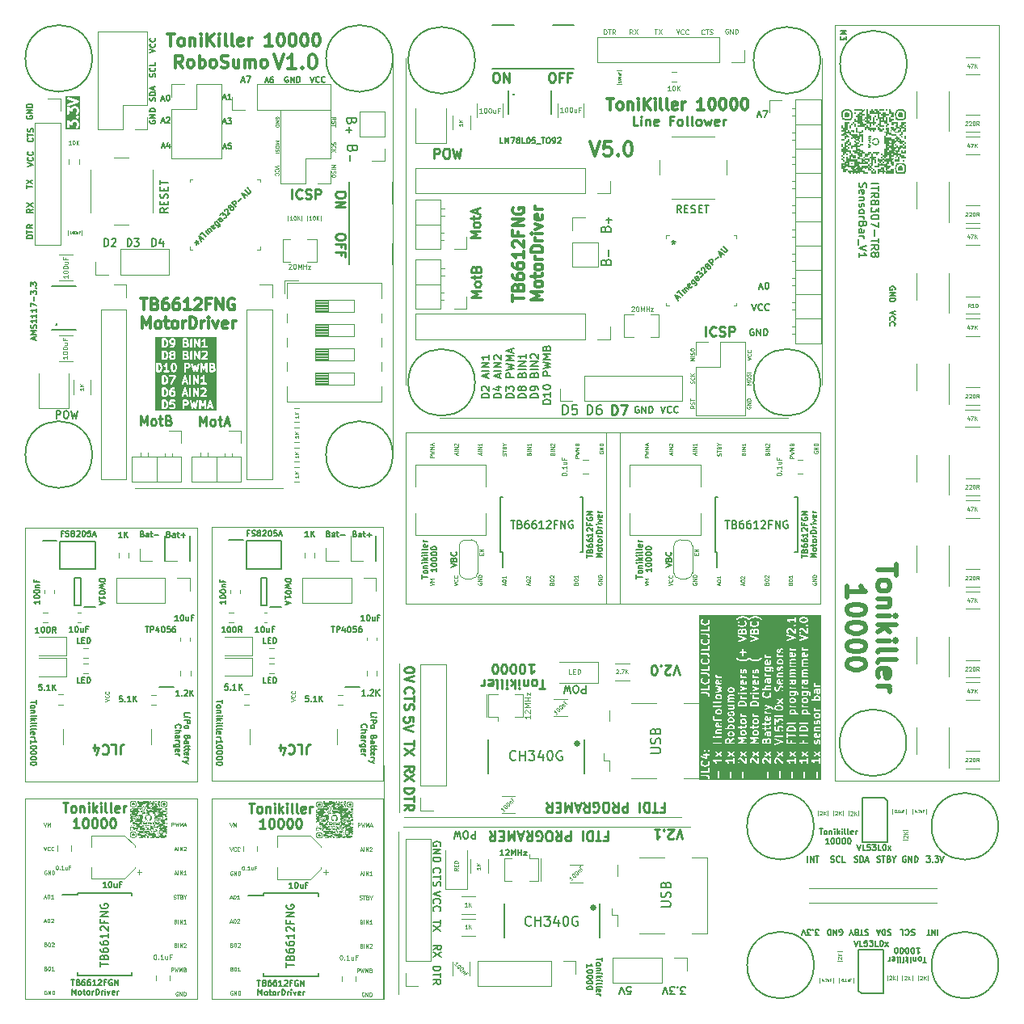
<source format=gbr>
%TF.GenerationSoftware,KiCad,Pcbnew,7.0.8*%
%TF.CreationDate,2024-03-05T23:25:32+02:00*%
%TF.ProjectId,JLC4_RoboChalangeBoards,4a4c4334-5f52-46f6-926f-4368616c616e,rev?*%
%TF.SameCoordinates,Original*%
%TF.FileFunction,Legend,Top*%
%TF.FilePolarity,Positive*%
%FSLAX46Y46*%
G04 Gerber Fmt 4.6, Leading zero omitted, Abs format (unit mm)*
G04 Created by KiCad (PCBNEW 7.0.8) date 2024-03-05 23:25:32*
%MOMM*%
%LPD*%
G01*
G04 APERTURE LIST*
%ADD10C,0.200000*%
%ADD11C,0.100000*%
%ADD12C,0.150000*%
%ADD13C,0.250000*%
%ADD14C,0.175000*%
%ADD15C,0.300000*%
%ADD16C,0.125000*%
%ADD17C,0.325000*%
%ADD18C,0.375000*%
%ADD19C,0.500000*%
%ADD20C,0.160000*%
%ADD21C,0.080000*%
%ADD22C,0.062500*%
%ADD23C,0.120000*%
%ADD24C,0.254000*%
%ADD25C,0.127000*%
G04 APERTURE END LIST*
D10*
X78200000Y-52950000D02*
G75*
G03*
X78200000Y-52950000I-3500000J0D01*
G01*
D11*
X79530000Y-92090000D02*
X123020000Y-92090000D01*
D10*
X122985000Y-86890000D02*
G75*
G03*
X122985000Y-86890000I-3500000J0D01*
G01*
X46700000Y-52950000D02*
G75*
G03*
X46700000Y-52950000I-3500000J0D01*
G01*
X141640000Y-147940000D02*
G75*
G03*
X141640000Y-147940000I-3500000J0D01*
G01*
D11*
X79530000Y-92090000D02*
X100530000Y-92090000D01*
X100530000Y-110090000D01*
X79530000Y-110090000D01*
X79530000Y-92090000D01*
D10*
X132000000Y-124640000D02*
G75*
G03*
X132000000Y-124640000I-3500000J0D01*
G01*
D11*
X39700000Y-130440000D02*
X57700000Y-130440000D01*
X57700000Y-151440000D01*
X39700000Y-151440000D01*
X39700000Y-130440000D01*
X39700000Y-102074600D02*
X57700000Y-102074600D01*
X57700000Y-128660000D01*
X39700000Y-128660000D01*
X39700000Y-102074600D01*
D10*
X122985000Y-53140000D02*
G75*
G03*
X122985000Y-53140000I-3500000J0D01*
G01*
X78200000Y-94450000D02*
G75*
G03*
X78200000Y-94450000I-3500000J0D01*
G01*
D11*
X124500000Y-49440000D02*
X141700000Y-49440000D01*
X141700000Y-128640000D01*
X124500000Y-128640000D01*
X124500000Y-49440000D01*
D10*
X122300000Y-133380000D02*
G75*
G03*
X122300000Y-133380000I-3500000J0D01*
G01*
D11*
X135140000Y-139880000D02*
X121800000Y-139880000D01*
X59187600Y-130496000D02*
X77187600Y-130496000D01*
X77187600Y-151496000D01*
X59187600Y-151496000D01*
X59187600Y-130496000D01*
X78810000Y-133935000D02*
X78810000Y-150935000D01*
X78200000Y-94450000D02*
X78200000Y-52950000D01*
D10*
X86805000Y-53140000D02*
G75*
G03*
X86805000Y-53140000I-3500000J0D01*
G01*
D11*
X108395000Y-132450000D02*
X79395000Y-132450000D01*
D10*
X46700000Y-94450000D02*
G75*
G03*
X46700000Y-94450000I-3500000J0D01*
G01*
D11*
X79585000Y-87090000D02*
X79585000Y-52940000D01*
X121800000Y-141440000D02*
X135140000Y-141440000D01*
X77240000Y-151440000D02*
X77200000Y-102060000D01*
X123020000Y-110090000D02*
X79530000Y-110090000D01*
D10*
X122310000Y-147930000D02*
G75*
G03*
X122310000Y-147930000I-3500000J0D01*
G01*
X141630000Y-133390000D02*
G75*
G03*
X141630000Y-133390000I-3500000J0D01*
G01*
D11*
X119635000Y-90590000D02*
X83085000Y-90590000D01*
D10*
X132050000Y-53540000D02*
G75*
G03*
X132050000Y-53540000I-3500000J0D01*
G01*
D11*
X78895000Y-116340000D02*
X78895000Y-131950000D01*
X109310000Y-133435000D02*
X79310000Y-133435000D01*
X123135000Y-52940000D02*
X123135000Y-87090000D01*
X59198000Y-102059600D02*
X77198000Y-102059600D01*
X77198000Y-128645000D01*
X59198000Y-128645000D01*
X59198000Y-102059600D01*
D10*
X86805000Y-86890000D02*
G75*
G03*
X86805000Y-86890000I-3500000J0D01*
G01*
D11*
X66710000Y-97950000D02*
X51200000Y-97950000D01*
X102016000Y-92090000D02*
X123016000Y-92090000D01*
X123016000Y-110090000D01*
X102016000Y-110090000D01*
X102016000Y-92090000D01*
D12*
X69543026Y-54837571D02*
X69743026Y-55437571D01*
X69743026Y-55437571D02*
X69943026Y-54837571D01*
X70485884Y-55380428D02*
X70457312Y-55409000D01*
X70457312Y-55409000D02*
X70371598Y-55437571D01*
X70371598Y-55437571D02*
X70314455Y-55437571D01*
X70314455Y-55437571D02*
X70228741Y-55409000D01*
X70228741Y-55409000D02*
X70171598Y-55351857D01*
X70171598Y-55351857D02*
X70143027Y-55294714D01*
X70143027Y-55294714D02*
X70114455Y-55180428D01*
X70114455Y-55180428D02*
X70114455Y-55094714D01*
X70114455Y-55094714D02*
X70143027Y-54980428D01*
X70143027Y-54980428D02*
X70171598Y-54923285D01*
X70171598Y-54923285D02*
X70228741Y-54866142D01*
X70228741Y-54866142D02*
X70314455Y-54837571D01*
X70314455Y-54837571D02*
X70371598Y-54837571D01*
X70371598Y-54837571D02*
X70457312Y-54866142D01*
X70457312Y-54866142D02*
X70485884Y-54894714D01*
X71085884Y-55380428D02*
X71057312Y-55409000D01*
X71057312Y-55409000D02*
X70971598Y-55437571D01*
X70971598Y-55437571D02*
X70914455Y-55437571D01*
X70914455Y-55437571D02*
X70828741Y-55409000D01*
X70828741Y-55409000D02*
X70771598Y-55351857D01*
X70771598Y-55351857D02*
X70743027Y-55294714D01*
X70743027Y-55294714D02*
X70714455Y-55180428D01*
X70714455Y-55180428D02*
X70714455Y-55094714D01*
X70714455Y-55094714D02*
X70743027Y-54980428D01*
X70743027Y-54980428D02*
X70771598Y-54923285D01*
X70771598Y-54923285D02*
X70828741Y-54866142D01*
X70828741Y-54866142D02*
X70914455Y-54837571D01*
X70914455Y-54837571D02*
X70971598Y-54837571D01*
X70971598Y-54837571D02*
X71057312Y-54866142D01*
X71057312Y-54866142D02*
X71085884Y-54894714D01*
X73908990Y-59506190D02*
X73861371Y-59649047D01*
X73861371Y-59649047D02*
X73813752Y-59696666D01*
X73813752Y-59696666D02*
X73718514Y-59744285D01*
X73718514Y-59744285D02*
X73575657Y-59744285D01*
X73575657Y-59744285D02*
X73480419Y-59696666D01*
X73480419Y-59696666D02*
X73432800Y-59649047D01*
X73432800Y-59649047D02*
X73385180Y-59553809D01*
X73385180Y-59553809D02*
X73385180Y-59172857D01*
X73385180Y-59172857D02*
X74385180Y-59172857D01*
X74385180Y-59172857D02*
X74385180Y-59506190D01*
X74385180Y-59506190D02*
X74337561Y-59601428D01*
X74337561Y-59601428D02*
X74289942Y-59649047D01*
X74289942Y-59649047D02*
X74194704Y-59696666D01*
X74194704Y-59696666D02*
X74099466Y-59696666D01*
X74099466Y-59696666D02*
X74004228Y-59649047D01*
X74004228Y-59649047D02*
X73956609Y-59601428D01*
X73956609Y-59601428D02*
X73908990Y-59506190D01*
X73908990Y-59506190D02*
X73908990Y-59172857D01*
X73579466Y-60125238D02*
X73579466Y-60734762D01*
X73274704Y-60430000D02*
X73884228Y-60430000D01*
X121641541Y-137128771D02*
X121641541Y-136528771D01*
X121927255Y-137128771D02*
X121927255Y-136528771D01*
X121927255Y-136528771D02*
X122270112Y-137128771D01*
X122270112Y-137128771D02*
X122270112Y-136528771D01*
X122470111Y-136528771D02*
X122812969Y-136528771D01*
X122641540Y-137128771D02*
X122641540Y-136528771D01*
D11*
X107094704Y-108156115D02*
X107494704Y-108022782D01*
X107494704Y-108022782D02*
X107094704Y-107889449D01*
X107456609Y-107527544D02*
X107475657Y-107546592D01*
X107475657Y-107546592D02*
X107494704Y-107603734D01*
X107494704Y-107603734D02*
X107494704Y-107641830D01*
X107494704Y-107641830D02*
X107475657Y-107698973D01*
X107475657Y-107698973D02*
X107437561Y-107737068D01*
X107437561Y-107737068D02*
X107399466Y-107756115D01*
X107399466Y-107756115D02*
X107323276Y-107775163D01*
X107323276Y-107775163D02*
X107266133Y-107775163D01*
X107266133Y-107775163D02*
X107189942Y-107756115D01*
X107189942Y-107756115D02*
X107151847Y-107737068D01*
X107151847Y-107737068D02*
X107113752Y-107698973D01*
X107113752Y-107698973D02*
X107094704Y-107641830D01*
X107094704Y-107641830D02*
X107094704Y-107603734D01*
X107094704Y-107603734D02*
X107113752Y-107546592D01*
X107113752Y-107546592D02*
X107132799Y-107527544D01*
X107456609Y-107127544D02*
X107475657Y-107146592D01*
X107475657Y-107146592D02*
X107494704Y-107203734D01*
X107494704Y-107203734D02*
X107494704Y-107241830D01*
X107494704Y-107241830D02*
X107475657Y-107298973D01*
X107475657Y-107298973D02*
X107437561Y-107337068D01*
X107437561Y-107337068D02*
X107399466Y-107356115D01*
X107399466Y-107356115D02*
X107323276Y-107375163D01*
X107323276Y-107375163D02*
X107266133Y-107375163D01*
X107266133Y-107375163D02*
X107189942Y-107356115D01*
X107189942Y-107356115D02*
X107151847Y-107337068D01*
X107151847Y-107337068D02*
X107113752Y-107298973D01*
X107113752Y-107298973D02*
X107094704Y-107241830D01*
X107094704Y-107241830D02*
X107094704Y-107203734D01*
X107094704Y-107203734D02*
X107113752Y-107146592D01*
X107113752Y-107146592D02*
X107132799Y-107127544D01*
D10*
X96009105Y-90255019D02*
X96009105Y-89255019D01*
X96009105Y-89255019D02*
X96247200Y-89255019D01*
X96247200Y-89255019D02*
X96390057Y-89302638D01*
X96390057Y-89302638D02*
X96485295Y-89397876D01*
X96485295Y-89397876D02*
X96532914Y-89493114D01*
X96532914Y-89493114D02*
X96580533Y-89683590D01*
X96580533Y-89683590D02*
X96580533Y-89826447D01*
X96580533Y-89826447D02*
X96532914Y-90016923D01*
X96532914Y-90016923D02*
X96485295Y-90112161D01*
X96485295Y-90112161D02*
X96390057Y-90207400D01*
X96390057Y-90207400D02*
X96247200Y-90255019D01*
X96247200Y-90255019D02*
X96009105Y-90255019D01*
X97485295Y-89255019D02*
X97009105Y-89255019D01*
X97009105Y-89255019D02*
X96961486Y-89731209D01*
X96961486Y-89731209D02*
X97009105Y-89683590D01*
X97009105Y-89683590D02*
X97104343Y-89635971D01*
X97104343Y-89635971D02*
X97342438Y-89635971D01*
X97342438Y-89635971D02*
X97437676Y-89683590D01*
X97437676Y-89683590D02*
X97485295Y-89731209D01*
X97485295Y-89731209D02*
X97532914Y-89826447D01*
X97532914Y-89826447D02*
X97532914Y-90064542D01*
X97532914Y-90064542D02*
X97485295Y-90159780D01*
X97485295Y-90159780D02*
X97437676Y-90207400D01*
X97437676Y-90207400D02*
X97342438Y-90255019D01*
X97342438Y-90255019D02*
X97104343Y-90255019D01*
X97104343Y-90255019D02*
X97009105Y-90207400D01*
X97009105Y-90207400D02*
X96961486Y-90159780D01*
D12*
X125080228Y-50004286D02*
X125680228Y-50004286D01*
X125680228Y-50004286D02*
X125251657Y-50204286D01*
X125251657Y-50204286D02*
X125680228Y-50404286D01*
X125680228Y-50404286D02*
X125080228Y-50404286D01*
X125680228Y-50632857D02*
X125680228Y-51004285D01*
X125680228Y-51004285D02*
X125451657Y-50804285D01*
X125451657Y-50804285D02*
X125451657Y-50890000D01*
X125451657Y-50890000D02*
X125423085Y-50947143D01*
X125423085Y-50947143D02*
X125394514Y-50975714D01*
X125394514Y-50975714D02*
X125337371Y-51004285D01*
X125337371Y-51004285D02*
X125194514Y-51004285D01*
X125194514Y-51004285D02*
X125137371Y-50975714D01*
X125137371Y-50975714D02*
X125108800Y-50947143D01*
X125108800Y-50947143D02*
X125080228Y-50890000D01*
X125080228Y-50890000D02*
X125080228Y-50718571D01*
X125080228Y-50718571D02*
X125108800Y-50661428D01*
X125108800Y-50661428D02*
X125137371Y-50632857D01*
D11*
X61159579Y-143398989D02*
X61350055Y-143398989D01*
X61121484Y-143513275D02*
X61254817Y-143113275D01*
X61254817Y-143113275D02*
X61388150Y-143513275D01*
X61597674Y-143113275D02*
X61635769Y-143113275D01*
X61635769Y-143113275D02*
X61673865Y-143132323D01*
X61673865Y-143132323D02*
X61692912Y-143151370D01*
X61692912Y-143151370D02*
X61711960Y-143189466D01*
X61711960Y-143189466D02*
X61731007Y-143265656D01*
X61731007Y-143265656D02*
X61731007Y-143360894D01*
X61731007Y-143360894D02*
X61711960Y-143437085D01*
X61711960Y-143437085D02*
X61692912Y-143475180D01*
X61692912Y-143475180D02*
X61673865Y-143494228D01*
X61673865Y-143494228D02*
X61635769Y-143513275D01*
X61635769Y-143513275D02*
X61597674Y-143513275D01*
X61597674Y-143513275D02*
X61559579Y-143494228D01*
X61559579Y-143494228D02*
X61540531Y-143475180D01*
X61540531Y-143475180D02*
X61521484Y-143437085D01*
X61521484Y-143437085D02*
X61502436Y-143360894D01*
X61502436Y-143360894D02*
X61502436Y-143265656D01*
X61502436Y-143265656D02*
X61521484Y-143189466D01*
X61521484Y-143189466D02*
X61540531Y-143151370D01*
X61540531Y-143151370D02*
X61559579Y-143132323D01*
X61559579Y-143132323D02*
X61597674Y-143113275D01*
X61883388Y-143151370D02*
X61902436Y-143132323D01*
X61902436Y-143132323D02*
X61940531Y-143113275D01*
X61940531Y-143113275D02*
X62035769Y-143113275D01*
X62035769Y-143113275D02*
X62073864Y-143132323D01*
X62073864Y-143132323D02*
X62092912Y-143151370D01*
X62092912Y-143151370D02*
X62111959Y-143189466D01*
X62111959Y-143189466D02*
X62111959Y-143227561D01*
X62111959Y-143227561D02*
X62092912Y-143284704D01*
X62092912Y-143284704D02*
X61864340Y-143513275D01*
X61864340Y-143513275D02*
X62111959Y-143513275D01*
D12*
X52739771Y-52364173D02*
X53339771Y-52164173D01*
X53339771Y-52164173D02*
X52739771Y-51964173D01*
X53282628Y-51421315D02*
X53311200Y-51449887D01*
X53311200Y-51449887D02*
X53339771Y-51535601D01*
X53339771Y-51535601D02*
X53339771Y-51592744D01*
X53339771Y-51592744D02*
X53311200Y-51678458D01*
X53311200Y-51678458D02*
X53254057Y-51735601D01*
X53254057Y-51735601D02*
X53196914Y-51764172D01*
X53196914Y-51764172D02*
X53082628Y-51792744D01*
X53082628Y-51792744D02*
X52996914Y-51792744D01*
X52996914Y-51792744D02*
X52882628Y-51764172D01*
X52882628Y-51764172D02*
X52825485Y-51735601D01*
X52825485Y-51735601D02*
X52768342Y-51678458D01*
X52768342Y-51678458D02*
X52739771Y-51592744D01*
X52739771Y-51592744D02*
X52739771Y-51535601D01*
X52739771Y-51535601D02*
X52768342Y-51449887D01*
X52768342Y-51449887D02*
X52796914Y-51421315D01*
X53282628Y-50821315D02*
X53311200Y-50849887D01*
X53311200Y-50849887D02*
X53339771Y-50935601D01*
X53339771Y-50935601D02*
X53339771Y-50992744D01*
X53339771Y-50992744D02*
X53311200Y-51078458D01*
X53311200Y-51078458D02*
X53254057Y-51135601D01*
X53254057Y-51135601D02*
X53196914Y-51164172D01*
X53196914Y-51164172D02*
X53082628Y-51192744D01*
X53082628Y-51192744D02*
X52996914Y-51192744D01*
X52996914Y-51192744D02*
X52882628Y-51164172D01*
X52882628Y-51164172D02*
X52825485Y-51135601D01*
X52825485Y-51135601D02*
X52768342Y-51078458D01*
X52768342Y-51078458D02*
X52739771Y-50992744D01*
X52739771Y-50992744D02*
X52739771Y-50935601D01*
X52739771Y-50935601D02*
X52768342Y-50849887D01*
X52768342Y-50849887D02*
X52796914Y-50821315D01*
D13*
X80355380Y-124398095D02*
X80355380Y-124969523D01*
X79355380Y-124683809D02*
X80355380Y-124683809D01*
X80355380Y-125207619D02*
X79355380Y-125874285D01*
X80355380Y-125874285D02*
X79355380Y-125207619D01*
D14*
X116587200Y-76927533D02*
X116920533Y-76927533D01*
X116520533Y-77127533D02*
X116753867Y-76427533D01*
X116753867Y-76427533D02*
X116987200Y-77127533D01*
X117353867Y-76427533D02*
X117420533Y-76427533D01*
X117420533Y-76427533D02*
X117487200Y-76460866D01*
X117487200Y-76460866D02*
X117520533Y-76494200D01*
X117520533Y-76494200D02*
X117553867Y-76560866D01*
X117553867Y-76560866D02*
X117587200Y-76694200D01*
X117587200Y-76694200D02*
X117587200Y-76860866D01*
X117587200Y-76860866D02*
X117553867Y-76994200D01*
X117553867Y-76994200D02*
X117520533Y-77060866D01*
X117520533Y-77060866D02*
X117487200Y-77094200D01*
X117487200Y-77094200D02*
X117420533Y-77127533D01*
X117420533Y-77127533D02*
X117353867Y-77127533D01*
X117353867Y-77127533D02*
X117287200Y-77094200D01*
X117287200Y-77094200D02*
X117253867Y-77060866D01*
X117253867Y-77060866D02*
X117220533Y-76994200D01*
X117220533Y-76994200D02*
X117187200Y-76860866D01*
X117187200Y-76860866D02*
X117187200Y-76694200D01*
X117187200Y-76694200D02*
X117220533Y-76560866D01*
X117220533Y-76560866D02*
X117253867Y-76494200D01*
X117253867Y-76494200D02*
X117287200Y-76460866D01*
X117287200Y-76460866D02*
X117353867Y-76427533D01*
D11*
X104971847Y-94761829D02*
X104571847Y-94761829D01*
X104571847Y-94761829D02*
X104571847Y-94609448D01*
X104571847Y-94609448D02*
X104590895Y-94571353D01*
X104590895Y-94571353D02*
X104609942Y-94552306D01*
X104609942Y-94552306D02*
X104648038Y-94533258D01*
X104648038Y-94533258D02*
X104705180Y-94533258D01*
X104705180Y-94533258D02*
X104743276Y-94552306D01*
X104743276Y-94552306D02*
X104762323Y-94571353D01*
X104762323Y-94571353D02*
X104781371Y-94609448D01*
X104781371Y-94609448D02*
X104781371Y-94761829D01*
X104571847Y-94399925D02*
X104971847Y-94304687D01*
X104971847Y-94304687D02*
X104686133Y-94228496D01*
X104686133Y-94228496D02*
X104971847Y-94152306D01*
X104971847Y-94152306D02*
X104571847Y-94057068D01*
X104971847Y-93904686D02*
X104571847Y-93904686D01*
X104571847Y-93904686D02*
X104857561Y-93771353D01*
X104857561Y-93771353D02*
X104571847Y-93638020D01*
X104571847Y-93638020D02*
X104971847Y-93638020D01*
X104857561Y-93466591D02*
X104857561Y-93276115D01*
X104971847Y-93504686D02*
X104571847Y-93371353D01*
X104571847Y-93371353D02*
X104971847Y-93238020D01*
X117336608Y-107965639D02*
X117355656Y-107908496D01*
X117355656Y-107908496D02*
X117374704Y-107889449D01*
X117374704Y-107889449D02*
X117412799Y-107870401D01*
X117412799Y-107870401D02*
X117469942Y-107870401D01*
X117469942Y-107870401D02*
X117508037Y-107889449D01*
X117508037Y-107889449D02*
X117527085Y-107908496D01*
X117527085Y-107908496D02*
X117546132Y-107946591D01*
X117546132Y-107946591D02*
X117546132Y-108098972D01*
X117546132Y-108098972D02*
X117146132Y-108098972D01*
X117146132Y-108098972D02*
X117146132Y-107965639D01*
X117146132Y-107965639D02*
X117165180Y-107927544D01*
X117165180Y-107927544D02*
X117184227Y-107908496D01*
X117184227Y-107908496D02*
X117222323Y-107889449D01*
X117222323Y-107889449D02*
X117260418Y-107889449D01*
X117260418Y-107889449D02*
X117298513Y-107908496D01*
X117298513Y-107908496D02*
X117317561Y-107927544D01*
X117317561Y-107927544D02*
X117336608Y-107965639D01*
X117336608Y-107965639D02*
X117336608Y-108098972D01*
X117146132Y-107622782D02*
X117146132Y-107584687D01*
X117146132Y-107584687D02*
X117165180Y-107546591D01*
X117165180Y-107546591D02*
X117184227Y-107527544D01*
X117184227Y-107527544D02*
X117222323Y-107508496D01*
X117222323Y-107508496D02*
X117298513Y-107489449D01*
X117298513Y-107489449D02*
X117393751Y-107489449D01*
X117393751Y-107489449D02*
X117469942Y-107508496D01*
X117469942Y-107508496D02*
X117508037Y-107527544D01*
X117508037Y-107527544D02*
X117527085Y-107546591D01*
X117527085Y-107546591D02*
X117546132Y-107584687D01*
X117546132Y-107584687D02*
X117546132Y-107622782D01*
X117546132Y-107622782D02*
X117527085Y-107660877D01*
X117527085Y-107660877D02*
X117508037Y-107679925D01*
X117508037Y-107679925D02*
X117469942Y-107698972D01*
X117469942Y-107698972D02*
X117393751Y-107718020D01*
X117393751Y-107718020D02*
X117298513Y-107718020D01*
X117298513Y-107718020D02*
X117222323Y-107698972D01*
X117222323Y-107698972D02*
X117184227Y-107679925D01*
X117184227Y-107679925D02*
X117165180Y-107660877D01*
X117165180Y-107660877D02*
X117146132Y-107622782D01*
X117184227Y-107337068D02*
X117165180Y-107318020D01*
X117165180Y-107318020D02*
X117146132Y-107279925D01*
X117146132Y-107279925D02*
X117146132Y-107184687D01*
X117146132Y-107184687D02*
X117165180Y-107146592D01*
X117165180Y-107146592D02*
X117184227Y-107127544D01*
X117184227Y-107127544D02*
X117222323Y-107108497D01*
X117222323Y-107108497D02*
X117260418Y-107108497D01*
X117260418Y-107108497D02*
X117317561Y-107127544D01*
X117317561Y-107127544D02*
X117546132Y-107356116D01*
X117546132Y-107356116D02*
X117546132Y-107108497D01*
D13*
X79475619Y-119437380D02*
X79428000Y-119389761D01*
X79428000Y-119389761D02*
X79380380Y-119246904D01*
X79380380Y-119246904D02*
X79380380Y-119151666D01*
X79380380Y-119151666D02*
X79428000Y-119008809D01*
X79428000Y-119008809D02*
X79523238Y-118913571D01*
X79523238Y-118913571D02*
X79618476Y-118865952D01*
X79618476Y-118865952D02*
X79808952Y-118818333D01*
X79808952Y-118818333D02*
X79951809Y-118818333D01*
X79951809Y-118818333D02*
X80142285Y-118865952D01*
X80142285Y-118865952D02*
X80237523Y-118913571D01*
X80237523Y-118913571D02*
X80332761Y-119008809D01*
X80332761Y-119008809D02*
X80380380Y-119151666D01*
X80380380Y-119151666D02*
X80380380Y-119246904D01*
X80380380Y-119246904D02*
X80332761Y-119389761D01*
X80332761Y-119389761D02*
X80285142Y-119437380D01*
X80380380Y-119723095D02*
X80380380Y-120294523D01*
X79380380Y-120008809D02*
X80380380Y-120008809D01*
X79428000Y-120580238D02*
X79380380Y-120723095D01*
X79380380Y-120723095D02*
X79380380Y-120961190D01*
X79380380Y-120961190D02*
X79428000Y-121056428D01*
X79428000Y-121056428D02*
X79475619Y-121104047D01*
X79475619Y-121104047D02*
X79570857Y-121151666D01*
X79570857Y-121151666D02*
X79666095Y-121151666D01*
X79666095Y-121151666D02*
X79761333Y-121104047D01*
X79761333Y-121104047D02*
X79808952Y-121056428D01*
X79808952Y-121056428D02*
X79856571Y-120961190D01*
X79856571Y-120961190D02*
X79904190Y-120770714D01*
X79904190Y-120770714D02*
X79951809Y-120675476D01*
X79951809Y-120675476D02*
X79999428Y-120627857D01*
X79999428Y-120627857D02*
X80094666Y-120580238D01*
X80094666Y-120580238D02*
X80189904Y-120580238D01*
X80189904Y-120580238D02*
X80285142Y-120627857D01*
X80285142Y-120627857D02*
X80332761Y-120675476D01*
X80332761Y-120675476D02*
X80380380Y-120770714D01*
X80380380Y-120770714D02*
X80380380Y-121008809D01*
X80380380Y-121008809D02*
X80332761Y-121151666D01*
D15*
X100656429Y-57129542D02*
X101342144Y-57129542D01*
X100999286Y-58329542D02*
X100999286Y-57129542D01*
X101913572Y-58329542D02*
X101799287Y-58272400D01*
X101799287Y-58272400D02*
X101742144Y-58215257D01*
X101742144Y-58215257D02*
X101685001Y-58100971D01*
X101685001Y-58100971D02*
X101685001Y-57758114D01*
X101685001Y-57758114D02*
X101742144Y-57643828D01*
X101742144Y-57643828D02*
X101799287Y-57586685D01*
X101799287Y-57586685D02*
X101913572Y-57529542D01*
X101913572Y-57529542D02*
X102085001Y-57529542D01*
X102085001Y-57529542D02*
X102199287Y-57586685D01*
X102199287Y-57586685D02*
X102256430Y-57643828D01*
X102256430Y-57643828D02*
X102313572Y-57758114D01*
X102313572Y-57758114D02*
X102313572Y-58100971D01*
X102313572Y-58100971D02*
X102256430Y-58215257D01*
X102256430Y-58215257D02*
X102199287Y-58272400D01*
X102199287Y-58272400D02*
X102085001Y-58329542D01*
X102085001Y-58329542D02*
X101913572Y-58329542D01*
X102827858Y-57529542D02*
X102827858Y-58329542D01*
X102827858Y-57643828D02*
X102885001Y-57586685D01*
X102885001Y-57586685D02*
X102999286Y-57529542D01*
X102999286Y-57529542D02*
X103170715Y-57529542D01*
X103170715Y-57529542D02*
X103285001Y-57586685D01*
X103285001Y-57586685D02*
X103342144Y-57700971D01*
X103342144Y-57700971D02*
X103342144Y-58329542D01*
X103913572Y-58329542D02*
X103913572Y-57529542D01*
X103913572Y-57129542D02*
X103856429Y-57186685D01*
X103856429Y-57186685D02*
X103913572Y-57243828D01*
X103913572Y-57243828D02*
X103970715Y-57186685D01*
X103970715Y-57186685D02*
X103913572Y-57129542D01*
X103913572Y-57129542D02*
X103913572Y-57243828D01*
X104485001Y-58329542D02*
X104485001Y-57129542D01*
X105170715Y-58329542D02*
X104656429Y-57643828D01*
X105170715Y-57129542D02*
X104485001Y-57815257D01*
X105685001Y-58329542D02*
X105685001Y-57529542D01*
X105685001Y-57129542D02*
X105627858Y-57186685D01*
X105627858Y-57186685D02*
X105685001Y-57243828D01*
X105685001Y-57243828D02*
X105742144Y-57186685D01*
X105742144Y-57186685D02*
X105685001Y-57129542D01*
X105685001Y-57129542D02*
X105685001Y-57243828D01*
X106427858Y-58329542D02*
X106313573Y-58272400D01*
X106313573Y-58272400D02*
X106256430Y-58158114D01*
X106256430Y-58158114D02*
X106256430Y-57129542D01*
X107056429Y-58329542D02*
X106942144Y-58272400D01*
X106942144Y-58272400D02*
X106885001Y-58158114D01*
X106885001Y-58158114D02*
X106885001Y-57129542D01*
X107970715Y-58272400D02*
X107856429Y-58329542D01*
X107856429Y-58329542D02*
X107627858Y-58329542D01*
X107627858Y-58329542D02*
X107513572Y-58272400D01*
X107513572Y-58272400D02*
X107456429Y-58158114D01*
X107456429Y-58158114D02*
X107456429Y-57700971D01*
X107456429Y-57700971D02*
X107513572Y-57586685D01*
X107513572Y-57586685D02*
X107627858Y-57529542D01*
X107627858Y-57529542D02*
X107856429Y-57529542D01*
X107856429Y-57529542D02*
X107970715Y-57586685D01*
X107970715Y-57586685D02*
X108027858Y-57700971D01*
X108027858Y-57700971D02*
X108027858Y-57815257D01*
X108027858Y-57815257D02*
X107456429Y-57929542D01*
X108542143Y-58329542D02*
X108542143Y-57529542D01*
X108542143Y-57758114D02*
X108599286Y-57643828D01*
X108599286Y-57643828D02*
X108656429Y-57586685D01*
X108656429Y-57586685D02*
X108770714Y-57529542D01*
X108770714Y-57529542D02*
X108885000Y-57529542D01*
X110827857Y-58329542D02*
X110142143Y-58329542D01*
X110485000Y-58329542D02*
X110485000Y-57129542D01*
X110485000Y-57129542D02*
X110370714Y-57300971D01*
X110370714Y-57300971D02*
X110256429Y-57415257D01*
X110256429Y-57415257D02*
X110142143Y-57472400D01*
X111570714Y-57129542D02*
X111685000Y-57129542D01*
X111685000Y-57129542D02*
X111799286Y-57186685D01*
X111799286Y-57186685D02*
X111856429Y-57243828D01*
X111856429Y-57243828D02*
X111913571Y-57358114D01*
X111913571Y-57358114D02*
X111970714Y-57586685D01*
X111970714Y-57586685D02*
X111970714Y-57872400D01*
X111970714Y-57872400D02*
X111913571Y-58100971D01*
X111913571Y-58100971D02*
X111856429Y-58215257D01*
X111856429Y-58215257D02*
X111799286Y-58272400D01*
X111799286Y-58272400D02*
X111685000Y-58329542D01*
X111685000Y-58329542D02*
X111570714Y-58329542D01*
X111570714Y-58329542D02*
X111456429Y-58272400D01*
X111456429Y-58272400D02*
X111399286Y-58215257D01*
X111399286Y-58215257D02*
X111342143Y-58100971D01*
X111342143Y-58100971D02*
X111285000Y-57872400D01*
X111285000Y-57872400D02*
X111285000Y-57586685D01*
X111285000Y-57586685D02*
X111342143Y-57358114D01*
X111342143Y-57358114D02*
X111399286Y-57243828D01*
X111399286Y-57243828D02*
X111456429Y-57186685D01*
X111456429Y-57186685D02*
X111570714Y-57129542D01*
X112713571Y-57129542D02*
X112827857Y-57129542D01*
X112827857Y-57129542D02*
X112942143Y-57186685D01*
X112942143Y-57186685D02*
X112999286Y-57243828D01*
X112999286Y-57243828D02*
X113056428Y-57358114D01*
X113056428Y-57358114D02*
X113113571Y-57586685D01*
X113113571Y-57586685D02*
X113113571Y-57872400D01*
X113113571Y-57872400D02*
X113056428Y-58100971D01*
X113056428Y-58100971D02*
X112999286Y-58215257D01*
X112999286Y-58215257D02*
X112942143Y-58272400D01*
X112942143Y-58272400D02*
X112827857Y-58329542D01*
X112827857Y-58329542D02*
X112713571Y-58329542D01*
X112713571Y-58329542D02*
X112599286Y-58272400D01*
X112599286Y-58272400D02*
X112542143Y-58215257D01*
X112542143Y-58215257D02*
X112485000Y-58100971D01*
X112485000Y-58100971D02*
X112427857Y-57872400D01*
X112427857Y-57872400D02*
X112427857Y-57586685D01*
X112427857Y-57586685D02*
X112485000Y-57358114D01*
X112485000Y-57358114D02*
X112542143Y-57243828D01*
X112542143Y-57243828D02*
X112599286Y-57186685D01*
X112599286Y-57186685D02*
X112713571Y-57129542D01*
X113856428Y-57129542D02*
X113970714Y-57129542D01*
X113970714Y-57129542D02*
X114085000Y-57186685D01*
X114085000Y-57186685D02*
X114142143Y-57243828D01*
X114142143Y-57243828D02*
X114199285Y-57358114D01*
X114199285Y-57358114D02*
X114256428Y-57586685D01*
X114256428Y-57586685D02*
X114256428Y-57872400D01*
X114256428Y-57872400D02*
X114199285Y-58100971D01*
X114199285Y-58100971D02*
X114142143Y-58215257D01*
X114142143Y-58215257D02*
X114085000Y-58272400D01*
X114085000Y-58272400D02*
X113970714Y-58329542D01*
X113970714Y-58329542D02*
X113856428Y-58329542D01*
X113856428Y-58329542D02*
X113742143Y-58272400D01*
X113742143Y-58272400D02*
X113685000Y-58215257D01*
X113685000Y-58215257D02*
X113627857Y-58100971D01*
X113627857Y-58100971D02*
X113570714Y-57872400D01*
X113570714Y-57872400D02*
X113570714Y-57586685D01*
X113570714Y-57586685D02*
X113627857Y-57358114D01*
X113627857Y-57358114D02*
X113685000Y-57243828D01*
X113685000Y-57243828D02*
X113742143Y-57186685D01*
X113742143Y-57186685D02*
X113856428Y-57129542D01*
X114999285Y-57129542D02*
X115113571Y-57129542D01*
X115113571Y-57129542D02*
X115227857Y-57186685D01*
X115227857Y-57186685D02*
X115285000Y-57243828D01*
X115285000Y-57243828D02*
X115342142Y-57358114D01*
X115342142Y-57358114D02*
X115399285Y-57586685D01*
X115399285Y-57586685D02*
X115399285Y-57872400D01*
X115399285Y-57872400D02*
X115342142Y-58100971D01*
X115342142Y-58100971D02*
X115285000Y-58215257D01*
X115285000Y-58215257D02*
X115227857Y-58272400D01*
X115227857Y-58272400D02*
X115113571Y-58329542D01*
X115113571Y-58329542D02*
X114999285Y-58329542D01*
X114999285Y-58329542D02*
X114885000Y-58272400D01*
X114885000Y-58272400D02*
X114827857Y-58215257D01*
X114827857Y-58215257D02*
X114770714Y-58100971D01*
X114770714Y-58100971D02*
X114713571Y-57872400D01*
X114713571Y-57872400D02*
X114713571Y-57586685D01*
X114713571Y-57586685D02*
X114770714Y-57358114D01*
X114770714Y-57358114D02*
X114827857Y-57243828D01*
X114827857Y-57243828D02*
X114885000Y-57186685D01*
X114885000Y-57186685D02*
X114999285Y-57129542D01*
D11*
X41900550Y-150614895D02*
X41862455Y-150595847D01*
X41862455Y-150595847D02*
X41805312Y-150595847D01*
X41805312Y-150595847D02*
X41748169Y-150614895D01*
X41748169Y-150614895D02*
X41710074Y-150652990D01*
X41710074Y-150652990D02*
X41691027Y-150691085D01*
X41691027Y-150691085D02*
X41671979Y-150767276D01*
X41671979Y-150767276D02*
X41671979Y-150824419D01*
X41671979Y-150824419D02*
X41691027Y-150900609D01*
X41691027Y-150900609D02*
X41710074Y-150938704D01*
X41710074Y-150938704D02*
X41748169Y-150976800D01*
X41748169Y-150976800D02*
X41805312Y-150995847D01*
X41805312Y-150995847D02*
X41843408Y-150995847D01*
X41843408Y-150995847D02*
X41900550Y-150976800D01*
X41900550Y-150976800D02*
X41919598Y-150957752D01*
X41919598Y-150957752D02*
X41919598Y-150824419D01*
X41919598Y-150824419D02*
X41843408Y-150824419D01*
X42091027Y-150995847D02*
X42091027Y-150595847D01*
X42091027Y-150595847D02*
X42319598Y-150995847D01*
X42319598Y-150995847D02*
X42319598Y-150595847D01*
X42510075Y-150995847D02*
X42510075Y-150595847D01*
X42510075Y-150595847D02*
X42605313Y-150595847D01*
X42605313Y-150595847D02*
X42662456Y-150614895D01*
X42662456Y-150614895D02*
X42700551Y-150652990D01*
X42700551Y-150652990D02*
X42719598Y-150691085D01*
X42719598Y-150691085D02*
X42738646Y-150767276D01*
X42738646Y-150767276D02*
X42738646Y-150824419D01*
X42738646Y-150824419D02*
X42719598Y-150900609D01*
X42719598Y-150900609D02*
X42700551Y-150938704D01*
X42700551Y-150938704D02*
X42662456Y-150976800D01*
X42662456Y-150976800D02*
X42605313Y-150995847D01*
X42605313Y-150995847D02*
X42510075Y-150995847D01*
X75163388Y-150818043D02*
X75125293Y-150798995D01*
X75125293Y-150798995D02*
X75068150Y-150798995D01*
X75068150Y-150798995D02*
X75011007Y-150818043D01*
X75011007Y-150818043D02*
X74972912Y-150856138D01*
X74972912Y-150856138D02*
X74953865Y-150894233D01*
X74953865Y-150894233D02*
X74934817Y-150970424D01*
X74934817Y-150970424D02*
X74934817Y-151027567D01*
X74934817Y-151027567D02*
X74953865Y-151103757D01*
X74953865Y-151103757D02*
X74972912Y-151141852D01*
X74972912Y-151141852D02*
X75011007Y-151179948D01*
X75011007Y-151179948D02*
X75068150Y-151198995D01*
X75068150Y-151198995D02*
X75106246Y-151198995D01*
X75106246Y-151198995D02*
X75163388Y-151179948D01*
X75163388Y-151179948D02*
X75182436Y-151160900D01*
X75182436Y-151160900D02*
X75182436Y-151027567D01*
X75182436Y-151027567D02*
X75106246Y-151027567D01*
X75353865Y-151198995D02*
X75353865Y-150798995D01*
X75353865Y-150798995D02*
X75582436Y-151198995D01*
X75582436Y-151198995D02*
X75582436Y-150798995D01*
X75772913Y-151198995D02*
X75772913Y-150798995D01*
X75772913Y-150798995D02*
X75868151Y-150798995D01*
X75868151Y-150798995D02*
X75925294Y-150818043D01*
X75925294Y-150818043D02*
X75963389Y-150856138D01*
X75963389Y-150856138D02*
X75982436Y-150894233D01*
X75982436Y-150894233D02*
X76001484Y-150970424D01*
X76001484Y-150970424D02*
X76001484Y-151027567D01*
X76001484Y-151027567D02*
X75982436Y-151103757D01*
X75982436Y-151103757D02*
X75963389Y-151141852D01*
X75963389Y-151141852D02*
X75925294Y-151179948D01*
X75925294Y-151179948D02*
X75868151Y-151198995D01*
X75868151Y-151198995D02*
X75772913Y-151198995D01*
X71790152Y-59360952D02*
X71980628Y-59227619D01*
X71790152Y-59132381D02*
X72190152Y-59132381D01*
X72190152Y-59132381D02*
X72190152Y-59284762D01*
X72190152Y-59284762D02*
X72171104Y-59322857D01*
X72171104Y-59322857D02*
X72152057Y-59341904D01*
X72152057Y-59341904D02*
X72113961Y-59360952D01*
X72113961Y-59360952D02*
X72056819Y-59360952D01*
X72056819Y-59360952D02*
X72018723Y-59341904D01*
X72018723Y-59341904D02*
X71999676Y-59322857D01*
X71999676Y-59322857D02*
X71980628Y-59284762D01*
X71980628Y-59284762D02*
X71980628Y-59132381D01*
X71809200Y-59513333D02*
X71790152Y-59570476D01*
X71790152Y-59570476D02*
X71790152Y-59665714D01*
X71790152Y-59665714D02*
X71809200Y-59703809D01*
X71809200Y-59703809D02*
X71828247Y-59722857D01*
X71828247Y-59722857D02*
X71866342Y-59741904D01*
X71866342Y-59741904D02*
X71904438Y-59741904D01*
X71904438Y-59741904D02*
X71942533Y-59722857D01*
X71942533Y-59722857D02*
X71961580Y-59703809D01*
X71961580Y-59703809D02*
X71980628Y-59665714D01*
X71980628Y-59665714D02*
X71999676Y-59589523D01*
X71999676Y-59589523D02*
X72018723Y-59551428D01*
X72018723Y-59551428D02*
X72037771Y-59532381D01*
X72037771Y-59532381D02*
X72075866Y-59513333D01*
X72075866Y-59513333D02*
X72113961Y-59513333D01*
X72113961Y-59513333D02*
X72152057Y-59532381D01*
X72152057Y-59532381D02*
X72171104Y-59551428D01*
X72171104Y-59551428D02*
X72190152Y-59589523D01*
X72190152Y-59589523D02*
X72190152Y-59684762D01*
X72190152Y-59684762D02*
X72171104Y-59741904D01*
X72190152Y-59856190D02*
X72190152Y-60084761D01*
X71790152Y-59970475D02*
X72190152Y-59970475D01*
D12*
X122825601Y-144791228D02*
X122454173Y-144791228D01*
X122454173Y-144791228D02*
X122654173Y-144562657D01*
X122654173Y-144562657D02*
X122568458Y-144562657D01*
X122568458Y-144562657D02*
X122511316Y-144534085D01*
X122511316Y-144534085D02*
X122482744Y-144505514D01*
X122482744Y-144505514D02*
X122454173Y-144448371D01*
X122454173Y-144448371D02*
X122454173Y-144305514D01*
X122454173Y-144305514D02*
X122482744Y-144248371D01*
X122482744Y-144248371D02*
X122511316Y-144219800D01*
X122511316Y-144219800D02*
X122568458Y-144191228D01*
X122568458Y-144191228D02*
X122739887Y-144191228D01*
X122739887Y-144191228D02*
X122797030Y-144219800D01*
X122797030Y-144219800D02*
X122825601Y-144248371D01*
X122197029Y-144248371D02*
X122168458Y-144219800D01*
X122168458Y-144219800D02*
X122197029Y-144191228D01*
X122197029Y-144191228D02*
X122225601Y-144219800D01*
X122225601Y-144219800D02*
X122197029Y-144248371D01*
X122197029Y-144248371D02*
X122197029Y-144191228D01*
X121968458Y-144791228D02*
X121597030Y-144791228D01*
X121597030Y-144791228D02*
X121797030Y-144562657D01*
X121797030Y-144562657D02*
X121711315Y-144562657D01*
X121711315Y-144562657D02*
X121654173Y-144534085D01*
X121654173Y-144534085D02*
X121625601Y-144505514D01*
X121625601Y-144505514D02*
X121597030Y-144448371D01*
X121597030Y-144448371D02*
X121597030Y-144305514D01*
X121597030Y-144305514D02*
X121625601Y-144248371D01*
X121625601Y-144248371D02*
X121654173Y-144219800D01*
X121654173Y-144219800D02*
X121711315Y-144191228D01*
X121711315Y-144191228D02*
X121882744Y-144191228D01*
X121882744Y-144191228D02*
X121939887Y-144219800D01*
X121939887Y-144219800D02*
X121968458Y-144248371D01*
X121425601Y-144791228D02*
X121225601Y-144191228D01*
X121225601Y-144191228D02*
X121025601Y-144791228D01*
X132847030Y-144219800D02*
X132761316Y-144191228D01*
X132761316Y-144191228D02*
X132618458Y-144191228D01*
X132618458Y-144191228D02*
X132561316Y-144219800D01*
X132561316Y-144219800D02*
X132532744Y-144248371D01*
X132532744Y-144248371D02*
X132504173Y-144305514D01*
X132504173Y-144305514D02*
X132504173Y-144362657D01*
X132504173Y-144362657D02*
X132532744Y-144419800D01*
X132532744Y-144419800D02*
X132561316Y-144448371D01*
X132561316Y-144448371D02*
X132618458Y-144476942D01*
X132618458Y-144476942D02*
X132732744Y-144505514D01*
X132732744Y-144505514D02*
X132789887Y-144534085D01*
X132789887Y-144534085D02*
X132818458Y-144562657D01*
X132818458Y-144562657D02*
X132847030Y-144619800D01*
X132847030Y-144619800D02*
X132847030Y-144676942D01*
X132847030Y-144676942D02*
X132818458Y-144734085D01*
X132818458Y-144734085D02*
X132789887Y-144762657D01*
X132789887Y-144762657D02*
X132732744Y-144791228D01*
X132732744Y-144791228D02*
X132589887Y-144791228D01*
X132589887Y-144791228D02*
X132504173Y-144762657D01*
X131904172Y-144248371D02*
X131932744Y-144219800D01*
X131932744Y-144219800D02*
X132018458Y-144191228D01*
X132018458Y-144191228D02*
X132075601Y-144191228D01*
X132075601Y-144191228D02*
X132161315Y-144219800D01*
X132161315Y-144219800D02*
X132218458Y-144276942D01*
X132218458Y-144276942D02*
X132247029Y-144334085D01*
X132247029Y-144334085D02*
X132275601Y-144448371D01*
X132275601Y-144448371D02*
X132275601Y-144534085D01*
X132275601Y-144534085D02*
X132247029Y-144648371D01*
X132247029Y-144648371D02*
X132218458Y-144705514D01*
X132218458Y-144705514D02*
X132161315Y-144762657D01*
X132161315Y-144762657D02*
X132075601Y-144791228D01*
X132075601Y-144791228D02*
X132018458Y-144791228D01*
X132018458Y-144791228D02*
X131932744Y-144762657D01*
X131932744Y-144762657D02*
X131904172Y-144734085D01*
X131361315Y-144191228D02*
X131647029Y-144191228D01*
X131647029Y-144191228D02*
X131647029Y-144791228D01*
D13*
X106312651Y-131400637D02*
X106645984Y-131400637D01*
X106645984Y-130876827D02*
X106645984Y-131876827D01*
X106645984Y-131876827D02*
X106169794Y-131876827D01*
X105931698Y-131876827D02*
X105360270Y-131876827D01*
X105645984Y-130876827D02*
X105645984Y-131876827D01*
X105026936Y-130876827D02*
X105026936Y-131876827D01*
X105026936Y-131876827D02*
X104788841Y-131876827D01*
X104788841Y-131876827D02*
X104645984Y-131829208D01*
X104645984Y-131829208D02*
X104550746Y-131733970D01*
X104550746Y-131733970D02*
X104503127Y-131638732D01*
X104503127Y-131638732D02*
X104455508Y-131448256D01*
X104455508Y-131448256D02*
X104455508Y-131305399D01*
X104455508Y-131305399D02*
X104503127Y-131114923D01*
X104503127Y-131114923D02*
X104550746Y-131019685D01*
X104550746Y-131019685D02*
X104645984Y-130924447D01*
X104645984Y-130924447D02*
X104788841Y-130876827D01*
X104788841Y-130876827D02*
X105026936Y-130876827D01*
X104026936Y-130876827D02*
X104026936Y-131876827D01*
X102788841Y-130876827D02*
X102788841Y-131876827D01*
X102788841Y-131876827D02*
X102407889Y-131876827D01*
X102407889Y-131876827D02*
X102312651Y-131829208D01*
X102312651Y-131829208D02*
X102265032Y-131781589D01*
X102265032Y-131781589D02*
X102217413Y-131686351D01*
X102217413Y-131686351D02*
X102217413Y-131543494D01*
X102217413Y-131543494D02*
X102265032Y-131448256D01*
X102265032Y-131448256D02*
X102312651Y-131400637D01*
X102312651Y-131400637D02*
X102407889Y-131353018D01*
X102407889Y-131353018D02*
X102788841Y-131353018D01*
X101217413Y-130876827D02*
X101550746Y-131353018D01*
X101788841Y-130876827D02*
X101788841Y-131876827D01*
X101788841Y-131876827D02*
X101407889Y-131876827D01*
X101407889Y-131876827D02*
X101312651Y-131829208D01*
X101312651Y-131829208D02*
X101265032Y-131781589D01*
X101265032Y-131781589D02*
X101217413Y-131686351D01*
X101217413Y-131686351D02*
X101217413Y-131543494D01*
X101217413Y-131543494D02*
X101265032Y-131448256D01*
X101265032Y-131448256D02*
X101312651Y-131400637D01*
X101312651Y-131400637D02*
X101407889Y-131353018D01*
X101407889Y-131353018D02*
X101788841Y-131353018D01*
X100598365Y-131876827D02*
X100407889Y-131876827D01*
X100407889Y-131876827D02*
X100312651Y-131829208D01*
X100312651Y-131829208D02*
X100217413Y-131733970D01*
X100217413Y-131733970D02*
X100169794Y-131543494D01*
X100169794Y-131543494D02*
X100169794Y-131210161D01*
X100169794Y-131210161D02*
X100217413Y-131019685D01*
X100217413Y-131019685D02*
X100312651Y-130924447D01*
X100312651Y-130924447D02*
X100407889Y-130876827D01*
X100407889Y-130876827D02*
X100598365Y-130876827D01*
X100598365Y-130876827D02*
X100693603Y-130924447D01*
X100693603Y-130924447D02*
X100788841Y-131019685D01*
X100788841Y-131019685D02*
X100836460Y-131210161D01*
X100836460Y-131210161D02*
X100836460Y-131543494D01*
X100836460Y-131543494D02*
X100788841Y-131733970D01*
X100788841Y-131733970D02*
X100693603Y-131829208D01*
X100693603Y-131829208D02*
X100598365Y-131876827D01*
X99217413Y-131829208D02*
X99312651Y-131876827D01*
X99312651Y-131876827D02*
X99455508Y-131876827D01*
X99455508Y-131876827D02*
X99598365Y-131829208D01*
X99598365Y-131829208D02*
X99693603Y-131733970D01*
X99693603Y-131733970D02*
X99741222Y-131638732D01*
X99741222Y-131638732D02*
X99788841Y-131448256D01*
X99788841Y-131448256D02*
X99788841Y-131305399D01*
X99788841Y-131305399D02*
X99741222Y-131114923D01*
X99741222Y-131114923D02*
X99693603Y-131019685D01*
X99693603Y-131019685D02*
X99598365Y-130924447D01*
X99598365Y-130924447D02*
X99455508Y-130876827D01*
X99455508Y-130876827D02*
X99360270Y-130876827D01*
X99360270Y-130876827D02*
X99217413Y-130924447D01*
X99217413Y-130924447D02*
X99169794Y-130972066D01*
X99169794Y-130972066D02*
X99169794Y-131305399D01*
X99169794Y-131305399D02*
X99360270Y-131305399D01*
X98169794Y-130876827D02*
X98503127Y-131353018D01*
X98741222Y-130876827D02*
X98741222Y-131876827D01*
X98741222Y-131876827D02*
X98360270Y-131876827D01*
X98360270Y-131876827D02*
X98265032Y-131829208D01*
X98265032Y-131829208D02*
X98217413Y-131781589D01*
X98217413Y-131781589D02*
X98169794Y-131686351D01*
X98169794Y-131686351D02*
X98169794Y-131543494D01*
X98169794Y-131543494D02*
X98217413Y-131448256D01*
X98217413Y-131448256D02*
X98265032Y-131400637D01*
X98265032Y-131400637D02*
X98360270Y-131353018D01*
X98360270Y-131353018D02*
X98741222Y-131353018D01*
X97788841Y-131162542D02*
X97312651Y-131162542D01*
X97884079Y-130876827D02*
X97550746Y-131876827D01*
X97550746Y-131876827D02*
X97217413Y-130876827D01*
X96884079Y-130876827D02*
X96884079Y-131876827D01*
X96884079Y-131876827D02*
X96550746Y-131162542D01*
X96550746Y-131162542D02*
X96217413Y-131876827D01*
X96217413Y-131876827D02*
X96217413Y-130876827D01*
X95741222Y-131400637D02*
X95407889Y-131400637D01*
X95265032Y-130876827D02*
X95741222Y-130876827D01*
X95741222Y-130876827D02*
X95741222Y-131876827D01*
X95741222Y-131876827D02*
X95265032Y-131876827D01*
X94265032Y-130876827D02*
X94598365Y-131353018D01*
X94836460Y-130876827D02*
X94836460Y-131876827D01*
X94836460Y-131876827D02*
X94455508Y-131876827D01*
X94455508Y-131876827D02*
X94360270Y-131829208D01*
X94360270Y-131829208D02*
X94312651Y-131781589D01*
X94312651Y-131781589D02*
X94265032Y-131686351D01*
X94265032Y-131686351D02*
X94265032Y-131543494D01*
X94265032Y-131543494D02*
X94312651Y-131448256D01*
X94312651Y-131448256D02*
X94360270Y-131400637D01*
X94360270Y-131400637D02*
X94455508Y-131353018D01*
X94455508Y-131353018D02*
X94836460Y-131353018D01*
D11*
X94926323Y-94361829D02*
X94945371Y-94304686D01*
X94945371Y-94304686D02*
X94964419Y-94285639D01*
X94964419Y-94285639D02*
X95002514Y-94266591D01*
X95002514Y-94266591D02*
X95059657Y-94266591D01*
X95059657Y-94266591D02*
X95097752Y-94285639D01*
X95097752Y-94285639D02*
X95116800Y-94304686D01*
X95116800Y-94304686D02*
X95135847Y-94342781D01*
X95135847Y-94342781D02*
X95135847Y-94495162D01*
X95135847Y-94495162D02*
X94735847Y-94495162D01*
X94735847Y-94495162D02*
X94735847Y-94361829D01*
X94735847Y-94361829D02*
X94754895Y-94323734D01*
X94754895Y-94323734D02*
X94773942Y-94304686D01*
X94773942Y-94304686D02*
X94812038Y-94285639D01*
X94812038Y-94285639D02*
X94850133Y-94285639D01*
X94850133Y-94285639D02*
X94888228Y-94304686D01*
X94888228Y-94304686D02*
X94907276Y-94323734D01*
X94907276Y-94323734D02*
X94926323Y-94361829D01*
X94926323Y-94361829D02*
X94926323Y-94495162D01*
X95135847Y-94095162D02*
X94735847Y-94095162D01*
X95135847Y-93904686D02*
X94735847Y-93904686D01*
X94735847Y-93904686D02*
X95135847Y-93676115D01*
X95135847Y-93676115D02*
X94735847Y-93676115D01*
X94773942Y-93504686D02*
X94754895Y-93485638D01*
X94754895Y-93485638D02*
X94735847Y-93447543D01*
X94735847Y-93447543D02*
X94735847Y-93352305D01*
X94735847Y-93352305D02*
X94754895Y-93314210D01*
X94754895Y-93314210D02*
X94773942Y-93295162D01*
X94773942Y-93295162D02*
X94812038Y-93276115D01*
X94812038Y-93276115D02*
X94850133Y-93276115D01*
X94850133Y-93276115D02*
X94907276Y-93295162D01*
X94907276Y-93295162D02*
X95135847Y-93523734D01*
X95135847Y-93523734D02*
X95135847Y-93276115D01*
D13*
X43616666Y-130924619D02*
X44188094Y-130924619D01*
X43902380Y-131924619D02*
X43902380Y-130924619D01*
X44664285Y-131924619D02*
X44569047Y-131877000D01*
X44569047Y-131877000D02*
X44521428Y-131829380D01*
X44521428Y-131829380D02*
X44473809Y-131734142D01*
X44473809Y-131734142D02*
X44473809Y-131448428D01*
X44473809Y-131448428D02*
X44521428Y-131353190D01*
X44521428Y-131353190D02*
X44569047Y-131305571D01*
X44569047Y-131305571D02*
X44664285Y-131257952D01*
X44664285Y-131257952D02*
X44807142Y-131257952D01*
X44807142Y-131257952D02*
X44902380Y-131305571D01*
X44902380Y-131305571D02*
X44949999Y-131353190D01*
X44949999Y-131353190D02*
X44997618Y-131448428D01*
X44997618Y-131448428D02*
X44997618Y-131734142D01*
X44997618Y-131734142D02*
X44949999Y-131829380D01*
X44949999Y-131829380D02*
X44902380Y-131877000D01*
X44902380Y-131877000D02*
X44807142Y-131924619D01*
X44807142Y-131924619D02*
X44664285Y-131924619D01*
X45426190Y-131257952D02*
X45426190Y-131924619D01*
X45426190Y-131353190D02*
X45473809Y-131305571D01*
X45473809Y-131305571D02*
X45569047Y-131257952D01*
X45569047Y-131257952D02*
X45711904Y-131257952D01*
X45711904Y-131257952D02*
X45807142Y-131305571D01*
X45807142Y-131305571D02*
X45854761Y-131400809D01*
X45854761Y-131400809D02*
X45854761Y-131924619D01*
X46330952Y-131924619D02*
X46330952Y-131257952D01*
X46330952Y-130924619D02*
X46283333Y-130972238D01*
X46283333Y-130972238D02*
X46330952Y-131019857D01*
X46330952Y-131019857D02*
X46378571Y-130972238D01*
X46378571Y-130972238D02*
X46330952Y-130924619D01*
X46330952Y-130924619D02*
X46330952Y-131019857D01*
X46807142Y-131924619D02*
X46807142Y-130924619D01*
X46902380Y-131543666D02*
X47188094Y-131924619D01*
X47188094Y-131257952D02*
X46807142Y-131638904D01*
X47616666Y-131924619D02*
X47616666Y-131257952D01*
X47616666Y-130924619D02*
X47569047Y-130972238D01*
X47569047Y-130972238D02*
X47616666Y-131019857D01*
X47616666Y-131019857D02*
X47664285Y-130972238D01*
X47664285Y-130972238D02*
X47616666Y-130924619D01*
X47616666Y-130924619D02*
X47616666Y-131019857D01*
X48235713Y-131924619D02*
X48140475Y-131877000D01*
X48140475Y-131877000D02*
X48092856Y-131781761D01*
X48092856Y-131781761D02*
X48092856Y-130924619D01*
X48759523Y-131924619D02*
X48664285Y-131877000D01*
X48664285Y-131877000D02*
X48616666Y-131781761D01*
X48616666Y-131781761D02*
X48616666Y-130924619D01*
X49521428Y-131877000D02*
X49426190Y-131924619D01*
X49426190Y-131924619D02*
X49235714Y-131924619D01*
X49235714Y-131924619D02*
X49140476Y-131877000D01*
X49140476Y-131877000D02*
X49092857Y-131781761D01*
X49092857Y-131781761D02*
X49092857Y-131400809D01*
X49092857Y-131400809D02*
X49140476Y-131305571D01*
X49140476Y-131305571D02*
X49235714Y-131257952D01*
X49235714Y-131257952D02*
X49426190Y-131257952D01*
X49426190Y-131257952D02*
X49521428Y-131305571D01*
X49521428Y-131305571D02*
X49569047Y-131400809D01*
X49569047Y-131400809D02*
X49569047Y-131496047D01*
X49569047Y-131496047D02*
X49092857Y-131591285D01*
X49997619Y-131924619D02*
X49997619Y-131257952D01*
X49997619Y-131448428D02*
X50045238Y-131353190D01*
X50045238Y-131353190D02*
X50092857Y-131305571D01*
X50092857Y-131305571D02*
X50188095Y-131257952D01*
X50188095Y-131257952D02*
X50283333Y-131257952D01*
X45330952Y-133534619D02*
X44759524Y-133534619D01*
X45045238Y-133534619D02*
X45045238Y-132534619D01*
X45045238Y-132534619D02*
X44950000Y-132677476D01*
X44950000Y-132677476D02*
X44854762Y-132772714D01*
X44854762Y-132772714D02*
X44759524Y-132820333D01*
X45950000Y-132534619D02*
X46045238Y-132534619D01*
X46045238Y-132534619D02*
X46140476Y-132582238D01*
X46140476Y-132582238D02*
X46188095Y-132629857D01*
X46188095Y-132629857D02*
X46235714Y-132725095D01*
X46235714Y-132725095D02*
X46283333Y-132915571D01*
X46283333Y-132915571D02*
X46283333Y-133153666D01*
X46283333Y-133153666D02*
X46235714Y-133344142D01*
X46235714Y-133344142D02*
X46188095Y-133439380D01*
X46188095Y-133439380D02*
X46140476Y-133487000D01*
X46140476Y-133487000D02*
X46045238Y-133534619D01*
X46045238Y-133534619D02*
X45950000Y-133534619D01*
X45950000Y-133534619D02*
X45854762Y-133487000D01*
X45854762Y-133487000D02*
X45807143Y-133439380D01*
X45807143Y-133439380D02*
X45759524Y-133344142D01*
X45759524Y-133344142D02*
X45711905Y-133153666D01*
X45711905Y-133153666D02*
X45711905Y-132915571D01*
X45711905Y-132915571D02*
X45759524Y-132725095D01*
X45759524Y-132725095D02*
X45807143Y-132629857D01*
X45807143Y-132629857D02*
X45854762Y-132582238D01*
X45854762Y-132582238D02*
X45950000Y-132534619D01*
X46902381Y-132534619D02*
X46997619Y-132534619D01*
X46997619Y-132534619D02*
X47092857Y-132582238D01*
X47092857Y-132582238D02*
X47140476Y-132629857D01*
X47140476Y-132629857D02*
X47188095Y-132725095D01*
X47188095Y-132725095D02*
X47235714Y-132915571D01*
X47235714Y-132915571D02*
X47235714Y-133153666D01*
X47235714Y-133153666D02*
X47188095Y-133344142D01*
X47188095Y-133344142D02*
X47140476Y-133439380D01*
X47140476Y-133439380D02*
X47092857Y-133487000D01*
X47092857Y-133487000D02*
X46997619Y-133534619D01*
X46997619Y-133534619D02*
X46902381Y-133534619D01*
X46902381Y-133534619D02*
X46807143Y-133487000D01*
X46807143Y-133487000D02*
X46759524Y-133439380D01*
X46759524Y-133439380D02*
X46711905Y-133344142D01*
X46711905Y-133344142D02*
X46664286Y-133153666D01*
X46664286Y-133153666D02*
X46664286Y-132915571D01*
X46664286Y-132915571D02*
X46711905Y-132725095D01*
X46711905Y-132725095D02*
X46759524Y-132629857D01*
X46759524Y-132629857D02*
X46807143Y-132582238D01*
X46807143Y-132582238D02*
X46902381Y-132534619D01*
X47854762Y-132534619D02*
X47950000Y-132534619D01*
X47950000Y-132534619D02*
X48045238Y-132582238D01*
X48045238Y-132582238D02*
X48092857Y-132629857D01*
X48092857Y-132629857D02*
X48140476Y-132725095D01*
X48140476Y-132725095D02*
X48188095Y-132915571D01*
X48188095Y-132915571D02*
X48188095Y-133153666D01*
X48188095Y-133153666D02*
X48140476Y-133344142D01*
X48140476Y-133344142D02*
X48092857Y-133439380D01*
X48092857Y-133439380D02*
X48045238Y-133487000D01*
X48045238Y-133487000D02*
X47950000Y-133534619D01*
X47950000Y-133534619D02*
X47854762Y-133534619D01*
X47854762Y-133534619D02*
X47759524Y-133487000D01*
X47759524Y-133487000D02*
X47711905Y-133439380D01*
X47711905Y-133439380D02*
X47664286Y-133344142D01*
X47664286Y-133344142D02*
X47616667Y-133153666D01*
X47616667Y-133153666D02*
X47616667Y-132915571D01*
X47616667Y-132915571D02*
X47664286Y-132725095D01*
X47664286Y-132725095D02*
X47711905Y-132629857D01*
X47711905Y-132629857D02*
X47759524Y-132582238D01*
X47759524Y-132582238D02*
X47854762Y-132534619D01*
X48807143Y-132534619D02*
X48902381Y-132534619D01*
X48902381Y-132534619D02*
X48997619Y-132582238D01*
X48997619Y-132582238D02*
X49045238Y-132629857D01*
X49045238Y-132629857D02*
X49092857Y-132725095D01*
X49092857Y-132725095D02*
X49140476Y-132915571D01*
X49140476Y-132915571D02*
X49140476Y-133153666D01*
X49140476Y-133153666D02*
X49092857Y-133344142D01*
X49092857Y-133344142D02*
X49045238Y-133439380D01*
X49045238Y-133439380D02*
X48997619Y-133487000D01*
X48997619Y-133487000D02*
X48902381Y-133534619D01*
X48902381Y-133534619D02*
X48807143Y-133534619D01*
X48807143Y-133534619D02*
X48711905Y-133487000D01*
X48711905Y-133487000D02*
X48664286Y-133439380D01*
X48664286Y-133439380D02*
X48616667Y-133344142D01*
X48616667Y-133344142D02*
X48569048Y-133153666D01*
X48569048Y-133153666D02*
X48569048Y-132915571D01*
X48569048Y-132915571D02*
X48616667Y-132725095D01*
X48616667Y-132725095D02*
X48664286Y-132629857D01*
X48664286Y-132629857D02*
X48711905Y-132582238D01*
X48711905Y-132582238D02*
X48807143Y-132534619D01*
D11*
X112406132Y-108118020D02*
X112406132Y-107927544D01*
X112520418Y-108156115D02*
X112120418Y-108022782D01*
X112120418Y-108022782D02*
X112520418Y-107889449D01*
X112120418Y-107679925D02*
X112120418Y-107641830D01*
X112120418Y-107641830D02*
X112139466Y-107603734D01*
X112139466Y-107603734D02*
X112158513Y-107584687D01*
X112158513Y-107584687D02*
X112196609Y-107565639D01*
X112196609Y-107565639D02*
X112272799Y-107546592D01*
X112272799Y-107546592D02*
X112368037Y-107546592D01*
X112368037Y-107546592D02*
X112444228Y-107565639D01*
X112444228Y-107565639D02*
X112482323Y-107584687D01*
X112482323Y-107584687D02*
X112501371Y-107603734D01*
X112501371Y-107603734D02*
X112520418Y-107641830D01*
X112520418Y-107641830D02*
X112520418Y-107679925D01*
X112520418Y-107679925D02*
X112501371Y-107718020D01*
X112501371Y-107718020D02*
X112482323Y-107737068D01*
X112482323Y-107737068D02*
X112444228Y-107756115D01*
X112444228Y-107756115D02*
X112368037Y-107775163D01*
X112368037Y-107775163D02*
X112272799Y-107775163D01*
X112272799Y-107775163D02*
X112196609Y-107756115D01*
X112196609Y-107756115D02*
X112158513Y-107737068D01*
X112158513Y-107737068D02*
X112139466Y-107718020D01*
X112139466Y-107718020D02*
X112120418Y-107679925D01*
X112520418Y-107165640D02*
X112520418Y-107394211D01*
X112520418Y-107279925D02*
X112120418Y-107279925D01*
X112120418Y-107279925D02*
X112177561Y-107318021D01*
X112177561Y-107318021D02*
X112215656Y-107356116D01*
X112215656Y-107356116D02*
X112234704Y-107394211D01*
D12*
X60438095Y-62243216D02*
X60723810Y-62243216D01*
X60380952Y-62414645D02*
X60580952Y-61814645D01*
X60580952Y-61814645D02*
X60780952Y-62414645D01*
X61266667Y-61814645D02*
X60980953Y-61814645D01*
X60980953Y-61814645D02*
X60952381Y-62100359D01*
X60952381Y-62100359D02*
X60980953Y-62071788D01*
X60980953Y-62071788D02*
X61038096Y-62043216D01*
X61038096Y-62043216D02*
X61180953Y-62043216D01*
X61180953Y-62043216D02*
X61238096Y-62071788D01*
X61238096Y-62071788D02*
X61266667Y-62100359D01*
X61266667Y-62100359D02*
X61295238Y-62157502D01*
X61295238Y-62157502D02*
X61295238Y-62300359D01*
X61295238Y-62300359D02*
X61266667Y-62357502D01*
X61266667Y-62357502D02*
X61238096Y-62386074D01*
X61238096Y-62386074D02*
X61180953Y-62414645D01*
X61180953Y-62414645D02*
X61038096Y-62414645D01*
X61038096Y-62414645D02*
X60980953Y-62386074D01*
X60980953Y-62386074D02*
X60952381Y-62357502D01*
X53978095Y-59543216D02*
X54263810Y-59543216D01*
X53920952Y-59714645D02*
X54120952Y-59114645D01*
X54120952Y-59114645D02*
X54320952Y-59714645D01*
X54492381Y-59171788D02*
X54520953Y-59143216D01*
X54520953Y-59143216D02*
X54578096Y-59114645D01*
X54578096Y-59114645D02*
X54720953Y-59114645D01*
X54720953Y-59114645D02*
X54778096Y-59143216D01*
X54778096Y-59143216D02*
X54806667Y-59171788D01*
X54806667Y-59171788D02*
X54835238Y-59228931D01*
X54835238Y-59228931D02*
X54835238Y-59286074D01*
X54835238Y-59286074D02*
X54806667Y-59371788D01*
X54806667Y-59371788D02*
X54463810Y-59714645D01*
X54463810Y-59714645D02*
X54835238Y-59714645D01*
D16*
X103306666Y-50414809D02*
X103140000Y-50176714D01*
X103020952Y-50414809D02*
X103020952Y-49914809D01*
X103020952Y-49914809D02*
X103211428Y-49914809D01*
X103211428Y-49914809D02*
X103259047Y-49938619D01*
X103259047Y-49938619D02*
X103282857Y-49962428D01*
X103282857Y-49962428D02*
X103306666Y-50010047D01*
X103306666Y-50010047D02*
X103306666Y-50081476D01*
X103306666Y-50081476D02*
X103282857Y-50129095D01*
X103282857Y-50129095D02*
X103259047Y-50152904D01*
X103259047Y-50152904D02*
X103211428Y-50176714D01*
X103211428Y-50176714D02*
X103020952Y-50176714D01*
X103473333Y-49914809D02*
X103806666Y-50414809D01*
X103806666Y-49914809D02*
X103473333Y-50414809D01*
D12*
X100488209Y-70796609D02*
X100535828Y-70653752D01*
X100535828Y-70653752D02*
X100583447Y-70606133D01*
X100583447Y-70606133D02*
X100678685Y-70558514D01*
X100678685Y-70558514D02*
X100821542Y-70558514D01*
X100821542Y-70558514D02*
X100916780Y-70606133D01*
X100916780Y-70606133D02*
X100964400Y-70653752D01*
X100964400Y-70653752D02*
X101012019Y-70748990D01*
X101012019Y-70748990D02*
X101012019Y-71129942D01*
X101012019Y-71129942D02*
X100012019Y-71129942D01*
X100012019Y-71129942D02*
X100012019Y-70796609D01*
X100012019Y-70796609D02*
X100059638Y-70701371D01*
X100059638Y-70701371D02*
X100107257Y-70653752D01*
X100107257Y-70653752D02*
X100202495Y-70606133D01*
X100202495Y-70606133D02*
X100297733Y-70606133D01*
X100297733Y-70606133D02*
X100392971Y-70653752D01*
X100392971Y-70653752D02*
X100440590Y-70701371D01*
X100440590Y-70701371D02*
X100488209Y-70796609D01*
X100488209Y-70796609D02*
X100488209Y-71129942D01*
X100817733Y-70177561D02*
X100817733Y-69568038D01*
X101122495Y-69872799D02*
X100512971Y-69872799D01*
X124092969Y-137100200D02*
X124178684Y-137128771D01*
X124178684Y-137128771D02*
X124321541Y-137128771D01*
X124321541Y-137128771D02*
X124378684Y-137100200D01*
X124378684Y-137100200D02*
X124407255Y-137071628D01*
X124407255Y-137071628D02*
X124435826Y-137014485D01*
X124435826Y-137014485D02*
X124435826Y-136957342D01*
X124435826Y-136957342D02*
X124407255Y-136900200D01*
X124407255Y-136900200D02*
X124378684Y-136871628D01*
X124378684Y-136871628D02*
X124321541Y-136843057D01*
X124321541Y-136843057D02*
X124207255Y-136814485D01*
X124207255Y-136814485D02*
X124150112Y-136785914D01*
X124150112Y-136785914D02*
X124121541Y-136757342D01*
X124121541Y-136757342D02*
X124092969Y-136700200D01*
X124092969Y-136700200D02*
X124092969Y-136643057D01*
X124092969Y-136643057D02*
X124121541Y-136585914D01*
X124121541Y-136585914D02*
X124150112Y-136557342D01*
X124150112Y-136557342D02*
X124207255Y-136528771D01*
X124207255Y-136528771D02*
X124350112Y-136528771D01*
X124350112Y-136528771D02*
X124435826Y-136557342D01*
X125035827Y-137071628D02*
X125007255Y-137100200D01*
X125007255Y-137100200D02*
X124921541Y-137128771D01*
X124921541Y-137128771D02*
X124864398Y-137128771D01*
X124864398Y-137128771D02*
X124778684Y-137100200D01*
X124778684Y-137100200D02*
X124721541Y-137043057D01*
X124721541Y-137043057D02*
X124692970Y-136985914D01*
X124692970Y-136985914D02*
X124664398Y-136871628D01*
X124664398Y-136871628D02*
X124664398Y-136785914D01*
X124664398Y-136785914D02*
X124692970Y-136671628D01*
X124692970Y-136671628D02*
X124721541Y-136614485D01*
X124721541Y-136614485D02*
X124778684Y-136557342D01*
X124778684Y-136557342D02*
X124864398Y-136528771D01*
X124864398Y-136528771D02*
X124921541Y-136528771D01*
X124921541Y-136528771D02*
X125007255Y-136557342D01*
X125007255Y-136557342D02*
X125035827Y-136585914D01*
X125578684Y-137128771D02*
X125292970Y-137128771D01*
X125292970Y-137128771D02*
X125292970Y-136528771D01*
D11*
X109774847Y-84588570D02*
X109374847Y-84588570D01*
X109374847Y-84588570D02*
X109660561Y-84455237D01*
X109660561Y-84455237D02*
X109374847Y-84321904D01*
X109374847Y-84321904D02*
X109774847Y-84321904D01*
X109774847Y-84131427D02*
X109374847Y-84131427D01*
X109755800Y-83959999D02*
X109774847Y-83902856D01*
X109774847Y-83902856D02*
X109774847Y-83807618D01*
X109774847Y-83807618D02*
X109755800Y-83769523D01*
X109755800Y-83769523D02*
X109736752Y-83750475D01*
X109736752Y-83750475D02*
X109698657Y-83731428D01*
X109698657Y-83731428D02*
X109660561Y-83731428D01*
X109660561Y-83731428D02*
X109622466Y-83750475D01*
X109622466Y-83750475D02*
X109603419Y-83769523D01*
X109603419Y-83769523D02*
X109584371Y-83807618D01*
X109584371Y-83807618D02*
X109565323Y-83883809D01*
X109565323Y-83883809D02*
X109546276Y-83921904D01*
X109546276Y-83921904D02*
X109527228Y-83940951D01*
X109527228Y-83940951D02*
X109489133Y-83959999D01*
X109489133Y-83959999D02*
X109451038Y-83959999D01*
X109451038Y-83959999D02*
X109412942Y-83940951D01*
X109412942Y-83940951D02*
X109393895Y-83921904D01*
X109393895Y-83921904D02*
X109374847Y-83883809D01*
X109374847Y-83883809D02*
X109374847Y-83788570D01*
X109374847Y-83788570D02*
X109393895Y-83731428D01*
X109374847Y-83483809D02*
X109374847Y-83407618D01*
X109374847Y-83407618D02*
X109393895Y-83369523D01*
X109393895Y-83369523D02*
X109431990Y-83331428D01*
X109431990Y-83331428D02*
X109508180Y-83312380D01*
X109508180Y-83312380D02*
X109641514Y-83312380D01*
X109641514Y-83312380D02*
X109717704Y-83331428D01*
X109717704Y-83331428D02*
X109755800Y-83369523D01*
X109755800Y-83369523D02*
X109774847Y-83407618D01*
X109774847Y-83407618D02*
X109774847Y-83483809D01*
X109774847Y-83483809D02*
X109755800Y-83521904D01*
X109755800Y-83521904D02*
X109717704Y-83559999D01*
X109717704Y-83559999D02*
X109641514Y-83579047D01*
X109641514Y-83579047D02*
X109508180Y-83579047D01*
X109508180Y-83579047D02*
X109431990Y-83559999D01*
X109431990Y-83559999D02*
X109393895Y-83521904D01*
X109393895Y-83521904D02*
X109374847Y-83483809D01*
D13*
X94782619Y-54439619D02*
X94973095Y-54439619D01*
X94973095Y-54439619D02*
X95068333Y-54487238D01*
X95068333Y-54487238D02*
X95163571Y-54582476D01*
X95163571Y-54582476D02*
X95211190Y-54772952D01*
X95211190Y-54772952D02*
X95211190Y-55106285D01*
X95211190Y-55106285D02*
X95163571Y-55296761D01*
X95163571Y-55296761D02*
X95068333Y-55392000D01*
X95068333Y-55392000D02*
X94973095Y-55439619D01*
X94973095Y-55439619D02*
X94782619Y-55439619D01*
X94782619Y-55439619D02*
X94687381Y-55392000D01*
X94687381Y-55392000D02*
X94592143Y-55296761D01*
X94592143Y-55296761D02*
X94544524Y-55106285D01*
X94544524Y-55106285D02*
X94544524Y-54772952D01*
X94544524Y-54772952D02*
X94592143Y-54582476D01*
X94592143Y-54582476D02*
X94687381Y-54487238D01*
X94687381Y-54487238D02*
X94782619Y-54439619D01*
X95973095Y-54915809D02*
X95639762Y-54915809D01*
X95639762Y-55439619D02*
X95639762Y-54439619D01*
X95639762Y-54439619D02*
X96115952Y-54439619D01*
X96830238Y-54915809D02*
X96496905Y-54915809D01*
X96496905Y-55439619D02*
X96496905Y-54439619D01*
X96496905Y-54439619D02*
X96973095Y-54439619D01*
D11*
X99852043Y-94114211D02*
X99832995Y-94152306D01*
X99832995Y-94152306D02*
X99832995Y-94209449D01*
X99832995Y-94209449D02*
X99852043Y-94266592D01*
X99852043Y-94266592D02*
X99890138Y-94304687D01*
X99890138Y-94304687D02*
X99928233Y-94323734D01*
X99928233Y-94323734D02*
X100004424Y-94342782D01*
X100004424Y-94342782D02*
X100061567Y-94342782D01*
X100061567Y-94342782D02*
X100137757Y-94323734D01*
X100137757Y-94323734D02*
X100175852Y-94304687D01*
X100175852Y-94304687D02*
X100213948Y-94266592D01*
X100213948Y-94266592D02*
X100232995Y-94209449D01*
X100232995Y-94209449D02*
X100232995Y-94171353D01*
X100232995Y-94171353D02*
X100213948Y-94114211D01*
X100213948Y-94114211D02*
X100194900Y-94095163D01*
X100194900Y-94095163D02*
X100061567Y-94095163D01*
X100061567Y-94095163D02*
X100061567Y-94171353D01*
X100232995Y-93923734D02*
X99832995Y-93923734D01*
X99832995Y-93923734D02*
X100232995Y-93695163D01*
X100232995Y-93695163D02*
X99832995Y-93695163D01*
X100232995Y-93504686D02*
X99832995Y-93504686D01*
X99832995Y-93504686D02*
X99832995Y-93409448D01*
X99832995Y-93409448D02*
X99852043Y-93352305D01*
X99852043Y-93352305D02*
X99890138Y-93314210D01*
X99890138Y-93314210D02*
X99928233Y-93295163D01*
X99928233Y-93295163D02*
X100004424Y-93276115D01*
X100004424Y-93276115D02*
X100061567Y-93276115D01*
X100061567Y-93276115D02*
X100137757Y-93295163D01*
X100137757Y-93295163D02*
X100175852Y-93314210D01*
X100175852Y-93314210D02*
X100213948Y-93352305D01*
X100213948Y-93352305D02*
X100232995Y-93409448D01*
X100232995Y-93409448D02*
X100232995Y-93504686D01*
X87140609Y-107889449D02*
X87121561Y-107927544D01*
X87121561Y-107927544D02*
X87121561Y-107984687D01*
X87121561Y-107984687D02*
X87140609Y-108041830D01*
X87140609Y-108041830D02*
X87178704Y-108079925D01*
X87178704Y-108079925D02*
X87216799Y-108098972D01*
X87216799Y-108098972D02*
X87292990Y-108118020D01*
X87292990Y-108118020D02*
X87350133Y-108118020D01*
X87350133Y-108118020D02*
X87426323Y-108098972D01*
X87426323Y-108098972D02*
X87464418Y-108079925D01*
X87464418Y-108079925D02*
X87502514Y-108041830D01*
X87502514Y-108041830D02*
X87521561Y-107984687D01*
X87521561Y-107984687D02*
X87521561Y-107946591D01*
X87521561Y-107946591D02*
X87502514Y-107889449D01*
X87502514Y-107889449D02*
X87483466Y-107870401D01*
X87483466Y-107870401D02*
X87350133Y-107870401D01*
X87350133Y-107870401D02*
X87350133Y-107946591D01*
X87521561Y-107698972D02*
X87121561Y-107698972D01*
X87121561Y-107698972D02*
X87521561Y-107470401D01*
X87521561Y-107470401D02*
X87121561Y-107470401D01*
X87521561Y-107279924D02*
X87121561Y-107279924D01*
X87121561Y-107279924D02*
X87121561Y-107184686D01*
X87121561Y-107184686D02*
X87140609Y-107127543D01*
X87140609Y-107127543D02*
X87178704Y-107089448D01*
X87178704Y-107089448D02*
X87216799Y-107070401D01*
X87216799Y-107070401D02*
X87292990Y-107051353D01*
X87292990Y-107051353D02*
X87350133Y-107051353D01*
X87350133Y-107051353D02*
X87426323Y-107070401D01*
X87426323Y-107070401D02*
X87464418Y-107089448D01*
X87464418Y-107089448D02*
X87502514Y-107127543D01*
X87502514Y-107127543D02*
X87521561Y-107184686D01*
X87521561Y-107184686D02*
X87521561Y-107279924D01*
X115293895Y-89414762D02*
X115274847Y-89452857D01*
X115274847Y-89452857D02*
X115274847Y-89510000D01*
X115274847Y-89510000D02*
X115293895Y-89567143D01*
X115293895Y-89567143D02*
X115331990Y-89605238D01*
X115331990Y-89605238D02*
X115370085Y-89624285D01*
X115370085Y-89624285D02*
X115446276Y-89643333D01*
X115446276Y-89643333D02*
X115503419Y-89643333D01*
X115503419Y-89643333D02*
X115579609Y-89624285D01*
X115579609Y-89624285D02*
X115617704Y-89605238D01*
X115617704Y-89605238D02*
X115655800Y-89567143D01*
X115655800Y-89567143D02*
X115674847Y-89510000D01*
X115674847Y-89510000D02*
X115674847Y-89471904D01*
X115674847Y-89471904D02*
X115655800Y-89414762D01*
X115655800Y-89414762D02*
X115636752Y-89395714D01*
X115636752Y-89395714D02*
X115503419Y-89395714D01*
X115503419Y-89395714D02*
X115503419Y-89471904D01*
X115674847Y-89224285D02*
X115274847Y-89224285D01*
X115274847Y-89224285D02*
X115674847Y-88995714D01*
X115674847Y-88995714D02*
X115274847Y-88995714D01*
X115674847Y-88805237D02*
X115274847Y-88805237D01*
X115274847Y-88805237D02*
X115274847Y-88709999D01*
X115274847Y-88709999D02*
X115293895Y-88652856D01*
X115293895Y-88652856D02*
X115331990Y-88614761D01*
X115331990Y-88614761D02*
X115370085Y-88595714D01*
X115370085Y-88595714D02*
X115446276Y-88576666D01*
X115446276Y-88576666D02*
X115503419Y-88576666D01*
X115503419Y-88576666D02*
X115579609Y-88595714D01*
X115579609Y-88595714D02*
X115617704Y-88614761D01*
X115617704Y-88614761D02*
X115655800Y-88652856D01*
X115655800Y-88652856D02*
X115674847Y-88709999D01*
X115674847Y-88709999D02*
X115674847Y-88805237D01*
X114928039Y-94361829D02*
X114947087Y-94304686D01*
X114947087Y-94304686D02*
X114966135Y-94285639D01*
X114966135Y-94285639D02*
X115004230Y-94266591D01*
X115004230Y-94266591D02*
X115061373Y-94266591D01*
X115061373Y-94266591D02*
X115099468Y-94285639D01*
X115099468Y-94285639D02*
X115118516Y-94304686D01*
X115118516Y-94304686D02*
X115137563Y-94342781D01*
X115137563Y-94342781D02*
X115137563Y-94495162D01*
X115137563Y-94495162D02*
X114737563Y-94495162D01*
X114737563Y-94495162D02*
X114737563Y-94361829D01*
X114737563Y-94361829D02*
X114756611Y-94323734D01*
X114756611Y-94323734D02*
X114775658Y-94304686D01*
X114775658Y-94304686D02*
X114813754Y-94285639D01*
X114813754Y-94285639D02*
X114851849Y-94285639D01*
X114851849Y-94285639D02*
X114889944Y-94304686D01*
X114889944Y-94304686D02*
X114908992Y-94323734D01*
X114908992Y-94323734D02*
X114928039Y-94361829D01*
X114928039Y-94361829D02*
X114928039Y-94495162D01*
X115137563Y-94095162D02*
X114737563Y-94095162D01*
X115137563Y-93904686D02*
X114737563Y-93904686D01*
X114737563Y-93904686D02*
X115137563Y-93676115D01*
X115137563Y-93676115D02*
X114737563Y-93676115D01*
X115137563Y-93276115D02*
X115137563Y-93504686D01*
X115137563Y-93390400D02*
X114737563Y-93390400D01*
X114737563Y-93390400D02*
X114794706Y-93428496D01*
X114794706Y-93428496D02*
X114832801Y-93466591D01*
X114832801Y-93466591D02*
X114851849Y-93504686D01*
X61388150Y-150670895D02*
X61350055Y-150651847D01*
X61350055Y-150651847D02*
X61292912Y-150651847D01*
X61292912Y-150651847D02*
X61235769Y-150670895D01*
X61235769Y-150670895D02*
X61197674Y-150708990D01*
X61197674Y-150708990D02*
X61178627Y-150747085D01*
X61178627Y-150747085D02*
X61159579Y-150823276D01*
X61159579Y-150823276D02*
X61159579Y-150880419D01*
X61159579Y-150880419D02*
X61178627Y-150956609D01*
X61178627Y-150956609D02*
X61197674Y-150994704D01*
X61197674Y-150994704D02*
X61235769Y-151032800D01*
X61235769Y-151032800D02*
X61292912Y-151051847D01*
X61292912Y-151051847D02*
X61331008Y-151051847D01*
X61331008Y-151051847D02*
X61388150Y-151032800D01*
X61388150Y-151032800D02*
X61407198Y-151013752D01*
X61407198Y-151013752D02*
X61407198Y-150880419D01*
X61407198Y-150880419D02*
X61331008Y-150880419D01*
X61578627Y-151051847D02*
X61578627Y-150651847D01*
X61578627Y-150651847D02*
X61807198Y-151051847D01*
X61807198Y-151051847D02*
X61807198Y-150651847D01*
X61997675Y-151051847D02*
X61997675Y-150651847D01*
X61997675Y-150651847D02*
X62092913Y-150651847D01*
X62092913Y-150651847D02*
X62150056Y-150670895D01*
X62150056Y-150670895D02*
X62188151Y-150708990D01*
X62188151Y-150708990D02*
X62207198Y-150747085D01*
X62207198Y-150747085D02*
X62226246Y-150823276D01*
X62226246Y-150823276D02*
X62226246Y-150880419D01*
X62226246Y-150880419D02*
X62207198Y-150956609D01*
X62207198Y-150956609D02*
X62188151Y-150994704D01*
X62188151Y-150994704D02*
X62150056Y-151032800D01*
X62150056Y-151032800D02*
X62092913Y-151051847D01*
X62092913Y-151051847D02*
X61997675Y-151051847D01*
X41900550Y-138050609D02*
X41862455Y-138031561D01*
X41862455Y-138031561D02*
X41805312Y-138031561D01*
X41805312Y-138031561D02*
X41748169Y-138050609D01*
X41748169Y-138050609D02*
X41710074Y-138088704D01*
X41710074Y-138088704D02*
X41691027Y-138126799D01*
X41691027Y-138126799D02*
X41671979Y-138202990D01*
X41671979Y-138202990D02*
X41671979Y-138260133D01*
X41671979Y-138260133D02*
X41691027Y-138336323D01*
X41691027Y-138336323D02*
X41710074Y-138374418D01*
X41710074Y-138374418D02*
X41748169Y-138412514D01*
X41748169Y-138412514D02*
X41805312Y-138431561D01*
X41805312Y-138431561D02*
X41843408Y-138431561D01*
X41843408Y-138431561D02*
X41900550Y-138412514D01*
X41900550Y-138412514D02*
X41919598Y-138393466D01*
X41919598Y-138393466D02*
X41919598Y-138260133D01*
X41919598Y-138260133D02*
X41843408Y-138260133D01*
X42091027Y-138431561D02*
X42091027Y-138031561D01*
X42091027Y-138031561D02*
X42319598Y-138431561D01*
X42319598Y-138431561D02*
X42319598Y-138031561D01*
X42510075Y-138431561D02*
X42510075Y-138031561D01*
X42510075Y-138031561D02*
X42605313Y-138031561D01*
X42605313Y-138031561D02*
X42662456Y-138050609D01*
X42662456Y-138050609D02*
X42700551Y-138088704D01*
X42700551Y-138088704D02*
X42719598Y-138126799D01*
X42719598Y-138126799D02*
X42738646Y-138202990D01*
X42738646Y-138202990D02*
X42738646Y-138260133D01*
X42738646Y-138260133D02*
X42719598Y-138336323D01*
X42719598Y-138336323D02*
X42700551Y-138374418D01*
X42700551Y-138374418D02*
X42662456Y-138412514D01*
X42662456Y-138412514D02*
X42605313Y-138431561D01*
X42605313Y-138431561D02*
X42510075Y-138431561D01*
D13*
X100364098Y-134429190D02*
X100697431Y-134429190D01*
X100697431Y-133905380D02*
X100697431Y-134905380D01*
X100697431Y-134905380D02*
X100221241Y-134905380D01*
X99983145Y-134905380D02*
X99411717Y-134905380D01*
X99697431Y-133905380D02*
X99697431Y-134905380D01*
X99078383Y-133905380D02*
X99078383Y-134905380D01*
X99078383Y-134905380D02*
X98840288Y-134905380D01*
X98840288Y-134905380D02*
X98697431Y-134857761D01*
X98697431Y-134857761D02*
X98602193Y-134762523D01*
X98602193Y-134762523D02*
X98554574Y-134667285D01*
X98554574Y-134667285D02*
X98506955Y-134476809D01*
X98506955Y-134476809D02*
X98506955Y-134333952D01*
X98506955Y-134333952D02*
X98554574Y-134143476D01*
X98554574Y-134143476D02*
X98602193Y-134048238D01*
X98602193Y-134048238D02*
X98697431Y-133953000D01*
X98697431Y-133953000D02*
X98840288Y-133905380D01*
X98840288Y-133905380D02*
X99078383Y-133905380D01*
X98078383Y-133905380D02*
X98078383Y-134905380D01*
X96840288Y-133905380D02*
X96840288Y-134905380D01*
X96840288Y-134905380D02*
X96459336Y-134905380D01*
X96459336Y-134905380D02*
X96364098Y-134857761D01*
X96364098Y-134857761D02*
X96316479Y-134810142D01*
X96316479Y-134810142D02*
X96268860Y-134714904D01*
X96268860Y-134714904D02*
X96268860Y-134572047D01*
X96268860Y-134572047D02*
X96316479Y-134476809D01*
X96316479Y-134476809D02*
X96364098Y-134429190D01*
X96364098Y-134429190D02*
X96459336Y-134381571D01*
X96459336Y-134381571D02*
X96840288Y-134381571D01*
X95268860Y-133905380D02*
X95602193Y-134381571D01*
X95840288Y-133905380D02*
X95840288Y-134905380D01*
X95840288Y-134905380D02*
X95459336Y-134905380D01*
X95459336Y-134905380D02*
X95364098Y-134857761D01*
X95364098Y-134857761D02*
X95316479Y-134810142D01*
X95316479Y-134810142D02*
X95268860Y-134714904D01*
X95268860Y-134714904D02*
X95268860Y-134572047D01*
X95268860Y-134572047D02*
X95316479Y-134476809D01*
X95316479Y-134476809D02*
X95364098Y-134429190D01*
X95364098Y-134429190D02*
X95459336Y-134381571D01*
X95459336Y-134381571D02*
X95840288Y-134381571D01*
X94649812Y-134905380D02*
X94459336Y-134905380D01*
X94459336Y-134905380D02*
X94364098Y-134857761D01*
X94364098Y-134857761D02*
X94268860Y-134762523D01*
X94268860Y-134762523D02*
X94221241Y-134572047D01*
X94221241Y-134572047D02*
X94221241Y-134238714D01*
X94221241Y-134238714D02*
X94268860Y-134048238D01*
X94268860Y-134048238D02*
X94364098Y-133953000D01*
X94364098Y-133953000D02*
X94459336Y-133905380D01*
X94459336Y-133905380D02*
X94649812Y-133905380D01*
X94649812Y-133905380D02*
X94745050Y-133953000D01*
X94745050Y-133953000D02*
X94840288Y-134048238D01*
X94840288Y-134048238D02*
X94887907Y-134238714D01*
X94887907Y-134238714D02*
X94887907Y-134572047D01*
X94887907Y-134572047D02*
X94840288Y-134762523D01*
X94840288Y-134762523D02*
X94745050Y-134857761D01*
X94745050Y-134857761D02*
X94649812Y-134905380D01*
X93268860Y-134857761D02*
X93364098Y-134905380D01*
X93364098Y-134905380D02*
X93506955Y-134905380D01*
X93506955Y-134905380D02*
X93649812Y-134857761D01*
X93649812Y-134857761D02*
X93745050Y-134762523D01*
X93745050Y-134762523D02*
X93792669Y-134667285D01*
X93792669Y-134667285D02*
X93840288Y-134476809D01*
X93840288Y-134476809D02*
X93840288Y-134333952D01*
X93840288Y-134333952D02*
X93792669Y-134143476D01*
X93792669Y-134143476D02*
X93745050Y-134048238D01*
X93745050Y-134048238D02*
X93649812Y-133953000D01*
X93649812Y-133953000D02*
X93506955Y-133905380D01*
X93506955Y-133905380D02*
X93411717Y-133905380D01*
X93411717Y-133905380D02*
X93268860Y-133953000D01*
X93268860Y-133953000D02*
X93221241Y-134000619D01*
X93221241Y-134000619D02*
X93221241Y-134333952D01*
X93221241Y-134333952D02*
X93411717Y-134333952D01*
X92221241Y-133905380D02*
X92554574Y-134381571D01*
X92792669Y-133905380D02*
X92792669Y-134905380D01*
X92792669Y-134905380D02*
X92411717Y-134905380D01*
X92411717Y-134905380D02*
X92316479Y-134857761D01*
X92316479Y-134857761D02*
X92268860Y-134810142D01*
X92268860Y-134810142D02*
X92221241Y-134714904D01*
X92221241Y-134714904D02*
X92221241Y-134572047D01*
X92221241Y-134572047D02*
X92268860Y-134476809D01*
X92268860Y-134476809D02*
X92316479Y-134429190D01*
X92316479Y-134429190D02*
X92411717Y-134381571D01*
X92411717Y-134381571D02*
X92792669Y-134381571D01*
X91840288Y-134191095D02*
X91364098Y-134191095D01*
X91935526Y-133905380D02*
X91602193Y-134905380D01*
X91602193Y-134905380D02*
X91268860Y-133905380D01*
X90935526Y-133905380D02*
X90935526Y-134905380D01*
X90935526Y-134905380D02*
X90602193Y-134191095D01*
X90602193Y-134191095D02*
X90268860Y-134905380D01*
X90268860Y-134905380D02*
X90268860Y-133905380D01*
X89792669Y-134429190D02*
X89459336Y-134429190D01*
X89316479Y-133905380D02*
X89792669Y-133905380D01*
X89792669Y-133905380D02*
X89792669Y-134905380D01*
X89792669Y-134905380D02*
X89316479Y-134905380D01*
X88316479Y-133905380D02*
X88649812Y-134381571D01*
X88887907Y-133905380D02*
X88887907Y-134905380D01*
X88887907Y-134905380D02*
X88506955Y-134905380D01*
X88506955Y-134905380D02*
X88411717Y-134857761D01*
X88411717Y-134857761D02*
X88364098Y-134810142D01*
X88364098Y-134810142D02*
X88316479Y-134714904D01*
X88316479Y-134714904D02*
X88316479Y-134572047D01*
X88316479Y-134572047D02*
X88364098Y-134476809D01*
X88364098Y-134476809D02*
X88411717Y-134429190D01*
X88411717Y-134429190D02*
X88506955Y-134381571D01*
X88506955Y-134381571D02*
X88887907Y-134381571D01*
D12*
X126552969Y-137100200D02*
X126638684Y-137128771D01*
X126638684Y-137128771D02*
X126781541Y-137128771D01*
X126781541Y-137128771D02*
X126838684Y-137100200D01*
X126838684Y-137100200D02*
X126867255Y-137071628D01*
X126867255Y-137071628D02*
X126895826Y-137014485D01*
X126895826Y-137014485D02*
X126895826Y-136957342D01*
X126895826Y-136957342D02*
X126867255Y-136900200D01*
X126867255Y-136900200D02*
X126838684Y-136871628D01*
X126838684Y-136871628D02*
X126781541Y-136843057D01*
X126781541Y-136843057D02*
X126667255Y-136814485D01*
X126667255Y-136814485D02*
X126610112Y-136785914D01*
X126610112Y-136785914D02*
X126581541Y-136757342D01*
X126581541Y-136757342D02*
X126552969Y-136700200D01*
X126552969Y-136700200D02*
X126552969Y-136643057D01*
X126552969Y-136643057D02*
X126581541Y-136585914D01*
X126581541Y-136585914D02*
X126610112Y-136557342D01*
X126610112Y-136557342D02*
X126667255Y-136528771D01*
X126667255Y-136528771D02*
X126810112Y-136528771D01*
X126810112Y-136528771D02*
X126895826Y-136557342D01*
X127152970Y-137128771D02*
X127152970Y-136528771D01*
X127152970Y-136528771D02*
X127295827Y-136528771D01*
X127295827Y-136528771D02*
X127381541Y-136557342D01*
X127381541Y-136557342D02*
X127438684Y-136614485D01*
X127438684Y-136614485D02*
X127467255Y-136671628D01*
X127467255Y-136671628D02*
X127495827Y-136785914D01*
X127495827Y-136785914D02*
X127495827Y-136871628D01*
X127495827Y-136871628D02*
X127467255Y-136985914D01*
X127467255Y-136985914D02*
X127438684Y-137043057D01*
X127438684Y-137043057D02*
X127381541Y-137100200D01*
X127381541Y-137100200D02*
X127295827Y-137128771D01*
X127295827Y-137128771D02*
X127152970Y-137128771D01*
X127724398Y-136957342D02*
X128010113Y-136957342D01*
X127667255Y-137128771D02*
X127867255Y-136528771D01*
X127867255Y-136528771D02*
X128067255Y-137128771D01*
D13*
X101159105Y-90252419D02*
X101159105Y-89252419D01*
X101159105Y-89252419D02*
X101397200Y-89252419D01*
X101397200Y-89252419D02*
X101540057Y-89300038D01*
X101540057Y-89300038D02*
X101635295Y-89395276D01*
X101635295Y-89395276D02*
X101682914Y-89490514D01*
X101682914Y-89490514D02*
X101730533Y-89680990D01*
X101730533Y-89680990D02*
X101730533Y-89823847D01*
X101730533Y-89823847D02*
X101682914Y-90014323D01*
X101682914Y-90014323D02*
X101635295Y-90109561D01*
X101635295Y-90109561D02*
X101540057Y-90204800D01*
X101540057Y-90204800D02*
X101397200Y-90252419D01*
X101397200Y-90252419D02*
X101159105Y-90252419D01*
X102063867Y-89252419D02*
X102730533Y-89252419D01*
X102730533Y-89252419D02*
X102301962Y-90252419D01*
D11*
X115674847Y-87088570D02*
X115274847Y-87088570D01*
X115274847Y-87088570D02*
X115560561Y-86955237D01*
X115560561Y-86955237D02*
X115274847Y-86821904D01*
X115274847Y-86821904D02*
X115674847Y-86821904D01*
X115274847Y-86555237D02*
X115274847Y-86479046D01*
X115274847Y-86479046D02*
X115293895Y-86440951D01*
X115293895Y-86440951D02*
X115331990Y-86402856D01*
X115331990Y-86402856D02*
X115408180Y-86383808D01*
X115408180Y-86383808D02*
X115541514Y-86383808D01*
X115541514Y-86383808D02*
X115617704Y-86402856D01*
X115617704Y-86402856D02*
X115655800Y-86440951D01*
X115655800Y-86440951D02*
X115674847Y-86479046D01*
X115674847Y-86479046D02*
X115674847Y-86555237D01*
X115674847Y-86555237D02*
X115655800Y-86593332D01*
X115655800Y-86593332D02*
X115617704Y-86631427D01*
X115617704Y-86631427D02*
X115541514Y-86650475D01*
X115541514Y-86650475D02*
X115408180Y-86650475D01*
X115408180Y-86650475D02*
X115331990Y-86631427D01*
X115331990Y-86631427D02*
X115293895Y-86593332D01*
X115293895Y-86593332D02*
X115274847Y-86555237D01*
X115655800Y-86231427D02*
X115674847Y-86174284D01*
X115674847Y-86174284D02*
X115674847Y-86079046D01*
X115674847Y-86079046D02*
X115655800Y-86040951D01*
X115655800Y-86040951D02*
X115636752Y-86021903D01*
X115636752Y-86021903D02*
X115598657Y-86002856D01*
X115598657Y-86002856D02*
X115560561Y-86002856D01*
X115560561Y-86002856D02*
X115522466Y-86021903D01*
X115522466Y-86021903D02*
X115503419Y-86040951D01*
X115503419Y-86040951D02*
X115484371Y-86079046D01*
X115484371Y-86079046D02*
X115465323Y-86155237D01*
X115465323Y-86155237D02*
X115446276Y-86193332D01*
X115446276Y-86193332D02*
X115427228Y-86212379D01*
X115427228Y-86212379D02*
X115389133Y-86231427D01*
X115389133Y-86231427D02*
X115351038Y-86231427D01*
X115351038Y-86231427D02*
X115312942Y-86212379D01*
X115312942Y-86212379D02*
X115293895Y-86193332D01*
X115293895Y-86193332D02*
X115274847Y-86155237D01*
X115274847Y-86155237D02*
X115274847Y-86059998D01*
X115274847Y-86059998D02*
X115293895Y-86002856D01*
X115674847Y-85831427D02*
X115274847Y-85831427D01*
D12*
X39919771Y-64260000D02*
X40519771Y-64060000D01*
X40519771Y-64060000D02*
X39919771Y-63860000D01*
X40462628Y-63317142D02*
X40491200Y-63345714D01*
X40491200Y-63345714D02*
X40519771Y-63431428D01*
X40519771Y-63431428D02*
X40519771Y-63488571D01*
X40519771Y-63488571D02*
X40491200Y-63574285D01*
X40491200Y-63574285D02*
X40434057Y-63631428D01*
X40434057Y-63631428D02*
X40376914Y-63659999D01*
X40376914Y-63659999D02*
X40262628Y-63688571D01*
X40262628Y-63688571D02*
X40176914Y-63688571D01*
X40176914Y-63688571D02*
X40062628Y-63659999D01*
X40062628Y-63659999D02*
X40005485Y-63631428D01*
X40005485Y-63631428D02*
X39948342Y-63574285D01*
X39948342Y-63574285D02*
X39919771Y-63488571D01*
X39919771Y-63488571D02*
X39919771Y-63431428D01*
X39919771Y-63431428D02*
X39948342Y-63345714D01*
X39948342Y-63345714D02*
X39976914Y-63317142D01*
X40462628Y-62717142D02*
X40491200Y-62745714D01*
X40491200Y-62745714D02*
X40519771Y-62831428D01*
X40519771Y-62831428D02*
X40519771Y-62888571D01*
X40519771Y-62888571D02*
X40491200Y-62974285D01*
X40491200Y-62974285D02*
X40434057Y-63031428D01*
X40434057Y-63031428D02*
X40376914Y-63059999D01*
X40376914Y-63059999D02*
X40262628Y-63088571D01*
X40262628Y-63088571D02*
X40176914Y-63088571D01*
X40176914Y-63088571D02*
X40062628Y-63059999D01*
X40062628Y-63059999D02*
X40005485Y-63031428D01*
X40005485Y-63031428D02*
X39948342Y-62974285D01*
X39948342Y-62974285D02*
X39919771Y-62888571D01*
X39919771Y-62888571D02*
X39919771Y-62831428D01*
X39919771Y-62831428D02*
X39948342Y-62745714D01*
X39948342Y-62745714D02*
X39976914Y-62717142D01*
D11*
X89920132Y-108118020D02*
X89920132Y-107927544D01*
X90034418Y-108156115D02*
X89634418Y-108022782D01*
X89634418Y-108022782D02*
X90034418Y-107889449D01*
X89634418Y-107679925D02*
X89634418Y-107641830D01*
X89634418Y-107641830D02*
X89653466Y-107603734D01*
X89653466Y-107603734D02*
X89672513Y-107584687D01*
X89672513Y-107584687D02*
X89710609Y-107565639D01*
X89710609Y-107565639D02*
X89786799Y-107546592D01*
X89786799Y-107546592D02*
X89882037Y-107546592D01*
X89882037Y-107546592D02*
X89958228Y-107565639D01*
X89958228Y-107565639D02*
X89996323Y-107584687D01*
X89996323Y-107584687D02*
X90015371Y-107603734D01*
X90015371Y-107603734D02*
X90034418Y-107641830D01*
X90034418Y-107641830D02*
X90034418Y-107679925D01*
X90034418Y-107679925D02*
X90015371Y-107718020D01*
X90015371Y-107718020D02*
X89996323Y-107737068D01*
X89996323Y-107737068D02*
X89958228Y-107756115D01*
X89958228Y-107756115D02*
X89882037Y-107775163D01*
X89882037Y-107775163D02*
X89786799Y-107775163D01*
X89786799Y-107775163D02*
X89710609Y-107756115D01*
X89710609Y-107756115D02*
X89672513Y-107737068D01*
X89672513Y-107737068D02*
X89653466Y-107718020D01*
X89653466Y-107718020D02*
X89634418Y-107679925D01*
X90034418Y-107165640D02*
X90034418Y-107394211D01*
X90034418Y-107279925D02*
X89634418Y-107279925D01*
X89634418Y-107279925D02*
X89691561Y-107318021D01*
X89691561Y-107318021D02*
X89729656Y-107356116D01*
X89729656Y-107356116D02*
X89748704Y-107394211D01*
D13*
X82527857Y-63389619D02*
X82527857Y-62389619D01*
X82527857Y-62389619D02*
X82908809Y-62389619D01*
X82908809Y-62389619D02*
X83004047Y-62437238D01*
X83004047Y-62437238D02*
X83051666Y-62484857D01*
X83051666Y-62484857D02*
X83099285Y-62580095D01*
X83099285Y-62580095D02*
X83099285Y-62722952D01*
X83099285Y-62722952D02*
X83051666Y-62818190D01*
X83051666Y-62818190D02*
X83004047Y-62865809D01*
X83004047Y-62865809D02*
X82908809Y-62913428D01*
X82908809Y-62913428D02*
X82527857Y-62913428D01*
X83718333Y-62389619D02*
X83908809Y-62389619D01*
X83908809Y-62389619D02*
X84004047Y-62437238D01*
X84004047Y-62437238D02*
X84099285Y-62532476D01*
X84099285Y-62532476D02*
X84146904Y-62722952D01*
X84146904Y-62722952D02*
X84146904Y-63056285D01*
X84146904Y-63056285D02*
X84099285Y-63246761D01*
X84099285Y-63246761D02*
X84004047Y-63342000D01*
X84004047Y-63342000D02*
X83908809Y-63389619D01*
X83908809Y-63389619D02*
X83718333Y-63389619D01*
X83718333Y-63389619D02*
X83623095Y-63342000D01*
X83623095Y-63342000D02*
X83527857Y-63246761D01*
X83527857Y-63246761D02*
X83480238Y-63056285D01*
X83480238Y-63056285D02*
X83480238Y-62722952D01*
X83480238Y-62722952D02*
X83527857Y-62532476D01*
X83527857Y-62532476D02*
X83623095Y-62437238D01*
X83623095Y-62437238D02*
X83718333Y-62389619D01*
X84480238Y-62389619D02*
X84718333Y-63389619D01*
X84718333Y-63389619D02*
X84908809Y-62675333D01*
X84908809Y-62675333D02*
X85099285Y-63389619D01*
X85099285Y-63389619D02*
X85337381Y-62389619D01*
D11*
X41824360Y-145760608D02*
X41881503Y-145779656D01*
X41881503Y-145779656D02*
X41900550Y-145798704D01*
X41900550Y-145798704D02*
X41919598Y-145836799D01*
X41919598Y-145836799D02*
X41919598Y-145893942D01*
X41919598Y-145893942D02*
X41900550Y-145932037D01*
X41900550Y-145932037D02*
X41881503Y-145951085D01*
X41881503Y-145951085D02*
X41843408Y-145970132D01*
X41843408Y-145970132D02*
X41691027Y-145970132D01*
X41691027Y-145970132D02*
X41691027Y-145570132D01*
X41691027Y-145570132D02*
X41824360Y-145570132D01*
X41824360Y-145570132D02*
X41862455Y-145589180D01*
X41862455Y-145589180D02*
X41881503Y-145608227D01*
X41881503Y-145608227D02*
X41900550Y-145646323D01*
X41900550Y-145646323D02*
X41900550Y-145684418D01*
X41900550Y-145684418D02*
X41881503Y-145722513D01*
X41881503Y-145722513D02*
X41862455Y-145741561D01*
X41862455Y-145741561D02*
X41824360Y-145760608D01*
X41824360Y-145760608D02*
X41691027Y-145760608D01*
X42167217Y-145570132D02*
X42205312Y-145570132D01*
X42205312Y-145570132D02*
X42243408Y-145589180D01*
X42243408Y-145589180D02*
X42262455Y-145608227D01*
X42262455Y-145608227D02*
X42281503Y-145646323D01*
X42281503Y-145646323D02*
X42300550Y-145722513D01*
X42300550Y-145722513D02*
X42300550Y-145817751D01*
X42300550Y-145817751D02*
X42281503Y-145893942D01*
X42281503Y-145893942D02*
X42262455Y-145932037D01*
X42262455Y-145932037D02*
X42243408Y-145951085D01*
X42243408Y-145951085D02*
X42205312Y-145970132D01*
X42205312Y-145970132D02*
X42167217Y-145970132D01*
X42167217Y-145970132D02*
X42129122Y-145951085D01*
X42129122Y-145951085D02*
X42110074Y-145932037D01*
X42110074Y-145932037D02*
X42091027Y-145893942D01*
X42091027Y-145893942D02*
X42071979Y-145817751D01*
X42071979Y-145817751D02*
X42071979Y-145722513D01*
X42071979Y-145722513D02*
X42091027Y-145646323D01*
X42091027Y-145646323D02*
X42110074Y-145608227D01*
X42110074Y-145608227D02*
X42129122Y-145589180D01*
X42129122Y-145589180D02*
X42167217Y-145570132D01*
X42452931Y-145608227D02*
X42471979Y-145589180D01*
X42471979Y-145589180D02*
X42510074Y-145570132D01*
X42510074Y-145570132D02*
X42605312Y-145570132D01*
X42605312Y-145570132D02*
X42643407Y-145589180D01*
X42643407Y-145589180D02*
X42662455Y-145608227D01*
X42662455Y-145608227D02*
X42681502Y-145646323D01*
X42681502Y-145646323D02*
X42681502Y-145684418D01*
X42681502Y-145684418D02*
X42662455Y-145741561D01*
X42662455Y-145741561D02*
X42433883Y-145970132D01*
X42433883Y-145970132D02*
X42681502Y-145970132D01*
D13*
X108221308Y-117525380D02*
X107887975Y-116525380D01*
X107887975Y-116525380D02*
X107554642Y-117525380D01*
X107268927Y-117430142D02*
X107221308Y-117477761D01*
X107221308Y-117477761D02*
X107126070Y-117525380D01*
X107126070Y-117525380D02*
X106887975Y-117525380D01*
X106887975Y-117525380D02*
X106792737Y-117477761D01*
X106792737Y-117477761D02*
X106745118Y-117430142D01*
X106745118Y-117430142D02*
X106697499Y-117334904D01*
X106697499Y-117334904D02*
X106697499Y-117239666D01*
X106697499Y-117239666D02*
X106745118Y-117096809D01*
X106745118Y-117096809D02*
X107316546Y-116525380D01*
X107316546Y-116525380D02*
X106697499Y-116525380D01*
X106268927Y-116620619D02*
X106221308Y-116573000D01*
X106221308Y-116573000D02*
X106268927Y-116525380D01*
X106268927Y-116525380D02*
X106316546Y-116573000D01*
X106316546Y-116573000D02*
X106268927Y-116620619D01*
X106268927Y-116620619D02*
X106268927Y-116525380D01*
X105602261Y-117525380D02*
X105507023Y-117525380D01*
X105507023Y-117525380D02*
X105411785Y-117477761D01*
X105411785Y-117477761D02*
X105364166Y-117430142D01*
X105364166Y-117430142D02*
X105316547Y-117334904D01*
X105316547Y-117334904D02*
X105268928Y-117144428D01*
X105268928Y-117144428D02*
X105268928Y-116906333D01*
X105268928Y-116906333D02*
X105316547Y-116715857D01*
X105316547Y-116715857D02*
X105364166Y-116620619D01*
X105364166Y-116620619D02*
X105411785Y-116573000D01*
X105411785Y-116573000D02*
X105507023Y-116525380D01*
X105507023Y-116525380D02*
X105602261Y-116525380D01*
X105602261Y-116525380D02*
X105697499Y-116573000D01*
X105697499Y-116573000D02*
X105745118Y-116620619D01*
X105745118Y-116620619D02*
X105792737Y-116715857D01*
X105792737Y-116715857D02*
X105840356Y-116906333D01*
X105840356Y-116906333D02*
X105840356Y-117144428D01*
X105840356Y-117144428D02*
X105792737Y-117334904D01*
X105792737Y-117334904D02*
X105745118Y-117430142D01*
X105745118Y-117430142D02*
X105697499Y-117477761D01*
X105697499Y-117477761D02*
X105602261Y-117525380D01*
D12*
X53311200Y-57387030D02*
X53339771Y-57301316D01*
X53339771Y-57301316D02*
X53339771Y-57158458D01*
X53339771Y-57158458D02*
X53311200Y-57101316D01*
X53311200Y-57101316D02*
X53282628Y-57072744D01*
X53282628Y-57072744D02*
X53225485Y-57044173D01*
X53225485Y-57044173D02*
X53168342Y-57044173D01*
X53168342Y-57044173D02*
X53111200Y-57072744D01*
X53111200Y-57072744D02*
X53082628Y-57101316D01*
X53082628Y-57101316D02*
X53054057Y-57158458D01*
X53054057Y-57158458D02*
X53025485Y-57272744D01*
X53025485Y-57272744D02*
X52996914Y-57329887D01*
X52996914Y-57329887D02*
X52968342Y-57358458D01*
X52968342Y-57358458D02*
X52911200Y-57387030D01*
X52911200Y-57387030D02*
X52854057Y-57387030D01*
X52854057Y-57387030D02*
X52796914Y-57358458D01*
X52796914Y-57358458D02*
X52768342Y-57329887D01*
X52768342Y-57329887D02*
X52739771Y-57272744D01*
X52739771Y-57272744D02*
X52739771Y-57129887D01*
X52739771Y-57129887D02*
X52768342Y-57044173D01*
X53339771Y-56787029D02*
X52739771Y-56787029D01*
X52739771Y-56787029D02*
X52739771Y-56644172D01*
X52739771Y-56644172D02*
X52768342Y-56558458D01*
X52768342Y-56558458D02*
X52825485Y-56501315D01*
X52825485Y-56501315D02*
X52882628Y-56472744D01*
X52882628Y-56472744D02*
X52996914Y-56444172D01*
X52996914Y-56444172D02*
X53082628Y-56444172D01*
X53082628Y-56444172D02*
X53196914Y-56472744D01*
X53196914Y-56472744D02*
X53254057Y-56501315D01*
X53254057Y-56501315D02*
X53311200Y-56558458D01*
X53311200Y-56558458D02*
X53339771Y-56644172D01*
X53339771Y-56644172D02*
X53339771Y-56787029D01*
X53168342Y-56215601D02*
X53168342Y-55929887D01*
X53339771Y-56272744D02*
X52739771Y-56072744D01*
X52739771Y-56072744D02*
X53339771Y-55872744D01*
D13*
X79355380Y-129367143D02*
X80355380Y-129367143D01*
X80355380Y-129367143D02*
X80355380Y-129605238D01*
X80355380Y-129605238D02*
X80307761Y-129748095D01*
X80307761Y-129748095D02*
X80212523Y-129843333D01*
X80212523Y-129843333D02*
X80117285Y-129890952D01*
X80117285Y-129890952D02*
X79926809Y-129938571D01*
X79926809Y-129938571D02*
X79783952Y-129938571D01*
X79783952Y-129938571D02*
X79593476Y-129890952D01*
X79593476Y-129890952D02*
X79498238Y-129843333D01*
X79498238Y-129843333D02*
X79403000Y-129748095D01*
X79403000Y-129748095D02*
X79355380Y-129605238D01*
X79355380Y-129605238D02*
X79355380Y-129367143D01*
X80355380Y-130224286D02*
X80355380Y-130795714D01*
X79355380Y-130510000D02*
X80355380Y-130510000D01*
X79355380Y-131700476D02*
X79831571Y-131367143D01*
X79355380Y-131129048D02*
X80355380Y-131129048D01*
X80355380Y-131129048D02*
X80355380Y-131510000D01*
X80355380Y-131510000D02*
X80307761Y-131605238D01*
X80307761Y-131605238D02*
X80260142Y-131652857D01*
X80260142Y-131652857D02*
X80164904Y-131700476D01*
X80164904Y-131700476D02*
X80022047Y-131700476D01*
X80022047Y-131700476D02*
X79926809Y-131652857D01*
X79926809Y-131652857D02*
X79879190Y-131605238D01*
X79879190Y-131605238D02*
X79831571Y-131510000D01*
X79831571Y-131510000D02*
X79831571Y-131129048D01*
X79380380Y-127643333D02*
X79856571Y-127310000D01*
X79380380Y-127071905D02*
X80380380Y-127071905D01*
X80380380Y-127071905D02*
X80380380Y-127452857D01*
X80380380Y-127452857D02*
X80332761Y-127548095D01*
X80332761Y-127548095D02*
X80285142Y-127595714D01*
X80285142Y-127595714D02*
X80189904Y-127643333D01*
X80189904Y-127643333D02*
X80047047Y-127643333D01*
X80047047Y-127643333D02*
X79951809Y-127595714D01*
X79951809Y-127595714D02*
X79904190Y-127548095D01*
X79904190Y-127548095D02*
X79856571Y-127452857D01*
X79856571Y-127452857D02*
X79856571Y-127071905D01*
X80380380Y-127976667D02*
X79380380Y-128643333D01*
X80380380Y-128643333D02*
X79380380Y-127976667D01*
D11*
X109755800Y-86974285D02*
X109774847Y-86917142D01*
X109774847Y-86917142D02*
X109774847Y-86821904D01*
X109774847Y-86821904D02*
X109755800Y-86783809D01*
X109755800Y-86783809D02*
X109736752Y-86764761D01*
X109736752Y-86764761D02*
X109698657Y-86745714D01*
X109698657Y-86745714D02*
X109660561Y-86745714D01*
X109660561Y-86745714D02*
X109622466Y-86764761D01*
X109622466Y-86764761D02*
X109603419Y-86783809D01*
X109603419Y-86783809D02*
X109584371Y-86821904D01*
X109584371Y-86821904D02*
X109565323Y-86898095D01*
X109565323Y-86898095D02*
X109546276Y-86936190D01*
X109546276Y-86936190D02*
X109527228Y-86955237D01*
X109527228Y-86955237D02*
X109489133Y-86974285D01*
X109489133Y-86974285D02*
X109451038Y-86974285D01*
X109451038Y-86974285D02*
X109412942Y-86955237D01*
X109412942Y-86955237D02*
X109393895Y-86936190D01*
X109393895Y-86936190D02*
X109374847Y-86898095D01*
X109374847Y-86898095D02*
X109374847Y-86802856D01*
X109374847Y-86802856D02*
X109393895Y-86745714D01*
X109736752Y-86345714D02*
X109755800Y-86364762D01*
X109755800Y-86364762D02*
X109774847Y-86421904D01*
X109774847Y-86421904D02*
X109774847Y-86460000D01*
X109774847Y-86460000D02*
X109755800Y-86517143D01*
X109755800Y-86517143D02*
X109717704Y-86555238D01*
X109717704Y-86555238D02*
X109679609Y-86574285D01*
X109679609Y-86574285D02*
X109603419Y-86593333D01*
X109603419Y-86593333D02*
X109546276Y-86593333D01*
X109546276Y-86593333D02*
X109470085Y-86574285D01*
X109470085Y-86574285D02*
X109431990Y-86555238D01*
X109431990Y-86555238D02*
X109393895Y-86517143D01*
X109393895Y-86517143D02*
X109374847Y-86460000D01*
X109374847Y-86460000D02*
X109374847Y-86421904D01*
X109374847Y-86421904D02*
X109393895Y-86364762D01*
X109393895Y-86364762D02*
X109412942Y-86345714D01*
X109774847Y-86174285D02*
X109374847Y-86174285D01*
X109774847Y-85945714D02*
X109546276Y-86117143D01*
X109374847Y-85945714D02*
X109603419Y-86174285D01*
D12*
X53311200Y-54867030D02*
X53339771Y-54781316D01*
X53339771Y-54781316D02*
X53339771Y-54638458D01*
X53339771Y-54638458D02*
X53311200Y-54581316D01*
X53311200Y-54581316D02*
X53282628Y-54552744D01*
X53282628Y-54552744D02*
X53225485Y-54524173D01*
X53225485Y-54524173D02*
X53168342Y-54524173D01*
X53168342Y-54524173D02*
X53111200Y-54552744D01*
X53111200Y-54552744D02*
X53082628Y-54581316D01*
X53082628Y-54581316D02*
X53054057Y-54638458D01*
X53054057Y-54638458D02*
X53025485Y-54752744D01*
X53025485Y-54752744D02*
X52996914Y-54809887D01*
X52996914Y-54809887D02*
X52968342Y-54838458D01*
X52968342Y-54838458D02*
X52911200Y-54867030D01*
X52911200Y-54867030D02*
X52854057Y-54867030D01*
X52854057Y-54867030D02*
X52796914Y-54838458D01*
X52796914Y-54838458D02*
X52768342Y-54809887D01*
X52768342Y-54809887D02*
X52739771Y-54752744D01*
X52739771Y-54752744D02*
X52739771Y-54609887D01*
X52739771Y-54609887D02*
X52768342Y-54524173D01*
X53282628Y-53924172D02*
X53311200Y-53952744D01*
X53311200Y-53952744D02*
X53339771Y-54038458D01*
X53339771Y-54038458D02*
X53339771Y-54095601D01*
X53339771Y-54095601D02*
X53311200Y-54181315D01*
X53311200Y-54181315D02*
X53254057Y-54238458D01*
X53254057Y-54238458D02*
X53196914Y-54267029D01*
X53196914Y-54267029D02*
X53082628Y-54295601D01*
X53082628Y-54295601D02*
X52996914Y-54295601D01*
X52996914Y-54295601D02*
X52882628Y-54267029D01*
X52882628Y-54267029D02*
X52825485Y-54238458D01*
X52825485Y-54238458D02*
X52768342Y-54181315D01*
X52768342Y-54181315D02*
X52739771Y-54095601D01*
X52739771Y-54095601D02*
X52739771Y-54038458D01*
X52739771Y-54038458D02*
X52768342Y-53952744D01*
X52768342Y-53952744D02*
X52796914Y-53924172D01*
X53339771Y-53381315D02*
X53339771Y-53667029D01*
X53339771Y-53667029D02*
X52739771Y-53667029D01*
D10*
X47972054Y-72619695D02*
X47972054Y-71819695D01*
X47972054Y-71819695D02*
X48162530Y-71819695D01*
X48162530Y-71819695D02*
X48276816Y-71857790D01*
X48276816Y-71857790D02*
X48353006Y-71933980D01*
X48353006Y-71933980D02*
X48391101Y-72010171D01*
X48391101Y-72010171D02*
X48429197Y-72162552D01*
X48429197Y-72162552D02*
X48429197Y-72276838D01*
X48429197Y-72276838D02*
X48391101Y-72429219D01*
X48391101Y-72429219D02*
X48353006Y-72505409D01*
X48353006Y-72505409D02*
X48276816Y-72581600D01*
X48276816Y-72581600D02*
X48162530Y-72619695D01*
X48162530Y-72619695D02*
X47972054Y-72619695D01*
X48733958Y-71895885D02*
X48772054Y-71857790D01*
X48772054Y-71857790D02*
X48848244Y-71819695D01*
X48848244Y-71819695D02*
X49038720Y-71819695D01*
X49038720Y-71819695D02*
X49114911Y-71857790D01*
X49114911Y-71857790D02*
X49153006Y-71895885D01*
X49153006Y-71895885D02*
X49191101Y-71972076D01*
X49191101Y-71972076D02*
X49191101Y-72048266D01*
X49191101Y-72048266D02*
X49153006Y-72162552D01*
X49153006Y-72162552D02*
X48695863Y-72619695D01*
X48695863Y-72619695D02*
X49191101Y-72619695D01*
D12*
X128932969Y-137100200D02*
X129018684Y-137128771D01*
X129018684Y-137128771D02*
X129161541Y-137128771D01*
X129161541Y-137128771D02*
X129218684Y-137100200D01*
X129218684Y-137100200D02*
X129247255Y-137071628D01*
X129247255Y-137071628D02*
X129275826Y-137014485D01*
X129275826Y-137014485D02*
X129275826Y-136957342D01*
X129275826Y-136957342D02*
X129247255Y-136900200D01*
X129247255Y-136900200D02*
X129218684Y-136871628D01*
X129218684Y-136871628D02*
X129161541Y-136843057D01*
X129161541Y-136843057D02*
X129047255Y-136814485D01*
X129047255Y-136814485D02*
X128990112Y-136785914D01*
X128990112Y-136785914D02*
X128961541Y-136757342D01*
X128961541Y-136757342D02*
X128932969Y-136700200D01*
X128932969Y-136700200D02*
X128932969Y-136643057D01*
X128932969Y-136643057D02*
X128961541Y-136585914D01*
X128961541Y-136585914D02*
X128990112Y-136557342D01*
X128990112Y-136557342D02*
X129047255Y-136528771D01*
X129047255Y-136528771D02*
X129190112Y-136528771D01*
X129190112Y-136528771D02*
X129275826Y-136557342D01*
X129447255Y-136528771D02*
X129790113Y-136528771D01*
X129618684Y-137128771D02*
X129618684Y-136528771D01*
X130190113Y-136814485D02*
X130275827Y-136843057D01*
X130275827Y-136843057D02*
X130304398Y-136871628D01*
X130304398Y-136871628D02*
X130332970Y-136928771D01*
X130332970Y-136928771D02*
X130332970Y-137014485D01*
X130332970Y-137014485D02*
X130304398Y-137071628D01*
X130304398Y-137071628D02*
X130275827Y-137100200D01*
X130275827Y-137100200D02*
X130218684Y-137128771D01*
X130218684Y-137128771D02*
X129990113Y-137128771D01*
X129990113Y-137128771D02*
X129990113Y-136528771D01*
X129990113Y-136528771D02*
X130190113Y-136528771D01*
X130190113Y-136528771D02*
X130247256Y-136557342D01*
X130247256Y-136557342D02*
X130275827Y-136585914D01*
X130275827Y-136585914D02*
X130304398Y-136643057D01*
X130304398Y-136643057D02*
X130304398Y-136700200D01*
X130304398Y-136700200D02*
X130275827Y-136757342D01*
X130275827Y-136757342D02*
X130247256Y-136785914D01*
X130247256Y-136785914D02*
X130190113Y-136814485D01*
X130190113Y-136814485D02*
X129990113Y-136814485D01*
X130704398Y-136843057D02*
X130704398Y-137128771D01*
X130504398Y-136528771D02*
X130704398Y-136843057D01*
X130704398Y-136843057D02*
X130904398Y-136528771D01*
D15*
X51801653Y-78095542D02*
X52487368Y-78095542D01*
X52144510Y-79295542D02*
X52144510Y-78095542D01*
X53287368Y-78666971D02*
X53458796Y-78724114D01*
X53458796Y-78724114D02*
X53515939Y-78781257D01*
X53515939Y-78781257D02*
X53573082Y-78895542D01*
X53573082Y-78895542D02*
X53573082Y-79066971D01*
X53573082Y-79066971D02*
X53515939Y-79181257D01*
X53515939Y-79181257D02*
X53458796Y-79238400D01*
X53458796Y-79238400D02*
X53344511Y-79295542D01*
X53344511Y-79295542D02*
X52887368Y-79295542D01*
X52887368Y-79295542D02*
X52887368Y-78095542D01*
X52887368Y-78095542D02*
X53287368Y-78095542D01*
X53287368Y-78095542D02*
X53401654Y-78152685D01*
X53401654Y-78152685D02*
X53458796Y-78209828D01*
X53458796Y-78209828D02*
X53515939Y-78324114D01*
X53515939Y-78324114D02*
X53515939Y-78438400D01*
X53515939Y-78438400D02*
X53458796Y-78552685D01*
X53458796Y-78552685D02*
X53401654Y-78609828D01*
X53401654Y-78609828D02*
X53287368Y-78666971D01*
X53287368Y-78666971D02*
X52887368Y-78666971D01*
X54601654Y-78095542D02*
X54373082Y-78095542D01*
X54373082Y-78095542D02*
X54258796Y-78152685D01*
X54258796Y-78152685D02*
X54201654Y-78209828D01*
X54201654Y-78209828D02*
X54087368Y-78381257D01*
X54087368Y-78381257D02*
X54030225Y-78609828D01*
X54030225Y-78609828D02*
X54030225Y-79066971D01*
X54030225Y-79066971D02*
X54087368Y-79181257D01*
X54087368Y-79181257D02*
X54144511Y-79238400D01*
X54144511Y-79238400D02*
X54258796Y-79295542D01*
X54258796Y-79295542D02*
X54487368Y-79295542D01*
X54487368Y-79295542D02*
X54601654Y-79238400D01*
X54601654Y-79238400D02*
X54658796Y-79181257D01*
X54658796Y-79181257D02*
X54715939Y-79066971D01*
X54715939Y-79066971D02*
X54715939Y-78781257D01*
X54715939Y-78781257D02*
X54658796Y-78666971D01*
X54658796Y-78666971D02*
X54601654Y-78609828D01*
X54601654Y-78609828D02*
X54487368Y-78552685D01*
X54487368Y-78552685D02*
X54258796Y-78552685D01*
X54258796Y-78552685D02*
X54144511Y-78609828D01*
X54144511Y-78609828D02*
X54087368Y-78666971D01*
X54087368Y-78666971D02*
X54030225Y-78781257D01*
X55744511Y-78095542D02*
X55515939Y-78095542D01*
X55515939Y-78095542D02*
X55401653Y-78152685D01*
X55401653Y-78152685D02*
X55344511Y-78209828D01*
X55344511Y-78209828D02*
X55230225Y-78381257D01*
X55230225Y-78381257D02*
X55173082Y-78609828D01*
X55173082Y-78609828D02*
X55173082Y-79066971D01*
X55173082Y-79066971D02*
X55230225Y-79181257D01*
X55230225Y-79181257D02*
X55287368Y-79238400D01*
X55287368Y-79238400D02*
X55401653Y-79295542D01*
X55401653Y-79295542D02*
X55630225Y-79295542D01*
X55630225Y-79295542D02*
X55744511Y-79238400D01*
X55744511Y-79238400D02*
X55801653Y-79181257D01*
X55801653Y-79181257D02*
X55858796Y-79066971D01*
X55858796Y-79066971D02*
X55858796Y-78781257D01*
X55858796Y-78781257D02*
X55801653Y-78666971D01*
X55801653Y-78666971D02*
X55744511Y-78609828D01*
X55744511Y-78609828D02*
X55630225Y-78552685D01*
X55630225Y-78552685D02*
X55401653Y-78552685D01*
X55401653Y-78552685D02*
X55287368Y-78609828D01*
X55287368Y-78609828D02*
X55230225Y-78666971D01*
X55230225Y-78666971D02*
X55173082Y-78781257D01*
X57001653Y-79295542D02*
X56315939Y-79295542D01*
X56658796Y-79295542D02*
X56658796Y-78095542D01*
X56658796Y-78095542D02*
X56544510Y-78266971D01*
X56544510Y-78266971D02*
X56430225Y-78381257D01*
X56430225Y-78381257D02*
X56315939Y-78438400D01*
X57458796Y-78209828D02*
X57515939Y-78152685D01*
X57515939Y-78152685D02*
X57630225Y-78095542D01*
X57630225Y-78095542D02*
X57915939Y-78095542D01*
X57915939Y-78095542D02*
X58030225Y-78152685D01*
X58030225Y-78152685D02*
X58087367Y-78209828D01*
X58087367Y-78209828D02*
X58144510Y-78324114D01*
X58144510Y-78324114D02*
X58144510Y-78438400D01*
X58144510Y-78438400D02*
X58087367Y-78609828D01*
X58087367Y-78609828D02*
X57401653Y-79295542D01*
X57401653Y-79295542D02*
X58144510Y-79295542D01*
X59058796Y-78666971D02*
X58658796Y-78666971D01*
X58658796Y-79295542D02*
X58658796Y-78095542D01*
X58658796Y-78095542D02*
X59230224Y-78095542D01*
X59687367Y-79295542D02*
X59687367Y-78095542D01*
X59687367Y-78095542D02*
X60373081Y-79295542D01*
X60373081Y-79295542D02*
X60373081Y-78095542D01*
X61573081Y-78152685D02*
X61458796Y-78095542D01*
X61458796Y-78095542D02*
X61287367Y-78095542D01*
X61287367Y-78095542D02*
X61115938Y-78152685D01*
X61115938Y-78152685D02*
X61001653Y-78266971D01*
X61001653Y-78266971D02*
X60944510Y-78381257D01*
X60944510Y-78381257D02*
X60887367Y-78609828D01*
X60887367Y-78609828D02*
X60887367Y-78781257D01*
X60887367Y-78781257D02*
X60944510Y-79009828D01*
X60944510Y-79009828D02*
X61001653Y-79124114D01*
X61001653Y-79124114D02*
X61115938Y-79238400D01*
X61115938Y-79238400D02*
X61287367Y-79295542D01*
X61287367Y-79295542D02*
X61401653Y-79295542D01*
X61401653Y-79295542D02*
X61573081Y-79238400D01*
X61573081Y-79238400D02*
X61630224Y-79181257D01*
X61630224Y-79181257D02*
X61630224Y-78781257D01*
X61630224Y-78781257D02*
X61401653Y-78781257D01*
X51973082Y-81227542D02*
X51973082Y-80027542D01*
X51973082Y-80027542D02*
X52373082Y-80884685D01*
X52373082Y-80884685D02*
X52773082Y-80027542D01*
X52773082Y-80027542D02*
X52773082Y-81227542D01*
X53515939Y-81227542D02*
X53401654Y-81170400D01*
X53401654Y-81170400D02*
X53344511Y-81113257D01*
X53344511Y-81113257D02*
X53287368Y-80998971D01*
X53287368Y-80998971D02*
X53287368Y-80656114D01*
X53287368Y-80656114D02*
X53344511Y-80541828D01*
X53344511Y-80541828D02*
X53401654Y-80484685D01*
X53401654Y-80484685D02*
X53515939Y-80427542D01*
X53515939Y-80427542D02*
X53687368Y-80427542D01*
X53687368Y-80427542D02*
X53801654Y-80484685D01*
X53801654Y-80484685D02*
X53858797Y-80541828D01*
X53858797Y-80541828D02*
X53915939Y-80656114D01*
X53915939Y-80656114D02*
X53915939Y-80998971D01*
X53915939Y-80998971D02*
X53858797Y-81113257D01*
X53858797Y-81113257D02*
X53801654Y-81170400D01*
X53801654Y-81170400D02*
X53687368Y-81227542D01*
X53687368Y-81227542D02*
X53515939Y-81227542D01*
X54258796Y-80427542D02*
X54715939Y-80427542D01*
X54430225Y-80027542D02*
X54430225Y-81056114D01*
X54430225Y-81056114D02*
X54487368Y-81170400D01*
X54487368Y-81170400D02*
X54601653Y-81227542D01*
X54601653Y-81227542D02*
X54715939Y-81227542D01*
X55287367Y-81227542D02*
X55173082Y-81170400D01*
X55173082Y-81170400D02*
X55115939Y-81113257D01*
X55115939Y-81113257D02*
X55058796Y-80998971D01*
X55058796Y-80998971D02*
X55058796Y-80656114D01*
X55058796Y-80656114D02*
X55115939Y-80541828D01*
X55115939Y-80541828D02*
X55173082Y-80484685D01*
X55173082Y-80484685D02*
X55287367Y-80427542D01*
X55287367Y-80427542D02*
X55458796Y-80427542D01*
X55458796Y-80427542D02*
X55573082Y-80484685D01*
X55573082Y-80484685D02*
X55630225Y-80541828D01*
X55630225Y-80541828D02*
X55687367Y-80656114D01*
X55687367Y-80656114D02*
X55687367Y-80998971D01*
X55687367Y-80998971D02*
X55630225Y-81113257D01*
X55630225Y-81113257D02*
X55573082Y-81170400D01*
X55573082Y-81170400D02*
X55458796Y-81227542D01*
X55458796Y-81227542D02*
X55287367Y-81227542D01*
X56201653Y-81227542D02*
X56201653Y-80427542D01*
X56201653Y-80656114D02*
X56258796Y-80541828D01*
X56258796Y-80541828D02*
X56315939Y-80484685D01*
X56315939Y-80484685D02*
X56430224Y-80427542D01*
X56430224Y-80427542D02*
X56544510Y-80427542D01*
X56944510Y-81227542D02*
X56944510Y-80027542D01*
X56944510Y-80027542D02*
X57230224Y-80027542D01*
X57230224Y-80027542D02*
X57401653Y-80084685D01*
X57401653Y-80084685D02*
X57515938Y-80198971D01*
X57515938Y-80198971D02*
X57573081Y-80313257D01*
X57573081Y-80313257D02*
X57630224Y-80541828D01*
X57630224Y-80541828D02*
X57630224Y-80713257D01*
X57630224Y-80713257D02*
X57573081Y-80941828D01*
X57573081Y-80941828D02*
X57515938Y-81056114D01*
X57515938Y-81056114D02*
X57401653Y-81170400D01*
X57401653Y-81170400D02*
X57230224Y-81227542D01*
X57230224Y-81227542D02*
X56944510Y-81227542D01*
X58144510Y-81227542D02*
X58144510Y-80427542D01*
X58144510Y-80656114D02*
X58201653Y-80541828D01*
X58201653Y-80541828D02*
X58258796Y-80484685D01*
X58258796Y-80484685D02*
X58373081Y-80427542D01*
X58373081Y-80427542D02*
X58487367Y-80427542D01*
X58887367Y-81227542D02*
X58887367Y-80427542D01*
X58887367Y-80027542D02*
X58830224Y-80084685D01*
X58830224Y-80084685D02*
X58887367Y-80141828D01*
X58887367Y-80141828D02*
X58944510Y-80084685D01*
X58944510Y-80084685D02*
X58887367Y-80027542D01*
X58887367Y-80027542D02*
X58887367Y-80141828D01*
X59344510Y-80427542D02*
X59630224Y-81227542D01*
X59630224Y-81227542D02*
X59915939Y-80427542D01*
X60830225Y-81170400D02*
X60715939Y-81227542D01*
X60715939Y-81227542D02*
X60487368Y-81227542D01*
X60487368Y-81227542D02*
X60373082Y-81170400D01*
X60373082Y-81170400D02*
X60315939Y-81056114D01*
X60315939Y-81056114D02*
X60315939Y-80598971D01*
X60315939Y-80598971D02*
X60373082Y-80484685D01*
X60373082Y-80484685D02*
X60487368Y-80427542D01*
X60487368Y-80427542D02*
X60715939Y-80427542D01*
X60715939Y-80427542D02*
X60830225Y-80484685D01*
X60830225Y-80484685D02*
X60887368Y-80598971D01*
X60887368Y-80598971D02*
X60887368Y-80713257D01*
X60887368Y-80713257D02*
X60315939Y-80827542D01*
X61401653Y-81227542D02*
X61401653Y-80427542D01*
X61401653Y-80656114D02*
X61458796Y-80541828D01*
X61458796Y-80541828D02*
X61515939Y-80484685D01*
X61515939Y-80484685D02*
X61630224Y-80427542D01*
X61630224Y-80427542D02*
X61744510Y-80427542D01*
D12*
X60428095Y-59613216D02*
X60713810Y-59613216D01*
X60370952Y-59784645D02*
X60570952Y-59184645D01*
X60570952Y-59184645D02*
X60770952Y-59784645D01*
X60913810Y-59184645D02*
X61285238Y-59184645D01*
X61285238Y-59184645D02*
X61085238Y-59413216D01*
X61085238Y-59413216D02*
X61170953Y-59413216D01*
X61170953Y-59413216D02*
X61228096Y-59441788D01*
X61228096Y-59441788D02*
X61256667Y-59470359D01*
X61256667Y-59470359D02*
X61285238Y-59527502D01*
X61285238Y-59527502D02*
X61285238Y-59670359D01*
X61285238Y-59670359D02*
X61256667Y-59727502D01*
X61256667Y-59727502D02*
X61228096Y-59756074D01*
X61228096Y-59756074D02*
X61170953Y-59784645D01*
X61170953Y-59784645D02*
X60999524Y-59784645D01*
X60999524Y-59784645D02*
X60942381Y-59756074D01*
X60942381Y-59756074D02*
X60913810Y-59727502D01*
X121028771Y-105274173D02*
X121028771Y-104931316D01*
X121628771Y-105102744D02*
X121028771Y-105102744D01*
X121314485Y-104531315D02*
X121343057Y-104445601D01*
X121343057Y-104445601D02*
X121371628Y-104417030D01*
X121371628Y-104417030D02*
X121428771Y-104388458D01*
X121428771Y-104388458D02*
X121514485Y-104388458D01*
X121514485Y-104388458D02*
X121571628Y-104417030D01*
X121571628Y-104417030D02*
X121600200Y-104445601D01*
X121600200Y-104445601D02*
X121628771Y-104502744D01*
X121628771Y-104502744D02*
X121628771Y-104731315D01*
X121628771Y-104731315D02*
X121028771Y-104731315D01*
X121028771Y-104731315D02*
X121028771Y-104531315D01*
X121028771Y-104531315D02*
X121057342Y-104474173D01*
X121057342Y-104474173D02*
X121085914Y-104445601D01*
X121085914Y-104445601D02*
X121143057Y-104417030D01*
X121143057Y-104417030D02*
X121200200Y-104417030D01*
X121200200Y-104417030D02*
X121257342Y-104445601D01*
X121257342Y-104445601D02*
X121285914Y-104474173D01*
X121285914Y-104474173D02*
X121314485Y-104531315D01*
X121314485Y-104531315D02*
X121314485Y-104731315D01*
X121028771Y-103874173D02*
X121028771Y-103988458D01*
X121028771Y-103988458D02*
X121057342Y-104045601D01*
X121057342Y-104045601D02*
X121085914Y-104074173D01*
X121085914Y-104074173D02*
X121171628Y-104131315D01*
X121171628Y-104131315D02*
X121285914Y-104159887D01*
X121285914Y-104159887D02*
X121514485Y-104159887D01*
X121514485Y-104159887D02*
X121571628Y-104131315D01*
X121571628Y-104131315D02*
X121600200Y-104102744D01*
X121600200Y-104102744D02*
X121628771Y-104045601D01*
X121628771Y-104045601D02*
X121628771Y-103931315D01*
X121628771Y-103931315D02*
X121600200Y-103874173D01*
X121600200Y-103874173D02*
X121571628Y-103845601D01*
X121571628Y-103845601D02*
X121514485Y-103817030D01*
X121514485Y-103817030D02*
X121371628Y-103817030D01*
X121371628Y-103817030D02*
X121314485Y-103845601D01*
X121314485Y-103845601D02*
X121285914Y-103874173D01*
X121285914Y-103874173D02*
X121257342Y-103931315D01*
X121257342Y-103931315D02*
X121257342Y-104045601D01*
X121257342Y-104045601D02*
X121285914Y-104102744D01*
X121285914Y-104102744D02*
X121314485Y-104131315D01*
X121314485Y-104131315D02*
X121371628Y-104159887D01*
X121028771Y-103302744D02*
X121028771Y-103417029D01*
X121028771Y-103417029D02*
X121057342Y-103474172D01*
X121057342Y-103474172D02*
X121085914Y-103502744D01*
X121085914Y-103502744D02*
X121171628Y-103559886D01*
X121171628Y-103559886D02*
X121285914Y-103588458D01*
X121285914Y-103588458D02*
X121514485Y-103588458D01*
X121514485Y-103588458D02*
X121571628Y-103559886D01*
X121571628Y-103559886D02*
X121600200Y-103531315D01*
X121600200Y-103531315D02*
X121628771Y-103474172D01*
X121628771Y-103474172D02*
X121628771Y-103359886D01*
X121628771Y-103359886D02*
X121600200Y-103302744D01*
X121600200Y-103302744D02*
X121571628Y-103274172D01*
X121571628Y-103274172D02*
X121514485Y-103245601D01*
X121514485Y-103245601D02*
X121371628Y-103245601D01*
X121371628Y-103245601D02*
X121314485Y-103274172D01*
X121314485Y-103274172D02*
X121285914Y-103302744D01*
X121285914Y-103302744D02*
X121257342Y-103359886D01*
X121257342Y-103359886D02*
X121257342Y-103474172D01*
X121257342Y-103474172D02*
X121285914Y-103531315D01*
X121285914Y-103531315D02*
X121314485Y-103559886D01*
X121314485Y-103559886D02*
X121371628Y-103588458D01*
X121628771Y-102674172D02*
X121628771Y-103017029D01*
X121628771Y-102845600D02*
X121028771Y-102845600D01*
X121028771Y-102845600D02*
X121114485Y-102902743D01*
X121114485Y-102902743D02*
X121171628Y-102959886D01*
X121171628Y-102959886D02*
X121200200Y-103017029D01*
X121085914Y-102445600D02*
X121057342Y-102417028D01*
X121057342Y-102417028D02*
X121028771Y-102359886D01*
X121028771Y-102359886D02*
X121028771Y-102217028D01*
X121028771Y-102217028D02*
X121057342Y-102159886D01*
X121057342Y-102159886D02*
X121085914Y-102131314D01*
X121085914Y-102131314D02*
X121143057Y-102102743D01*
X121143057Y-102102743D02*
X121200200Y-102102743D01*
X121200200Y-102102743D02*
X121285914Y-102131314D01*
X121285914Y-102131314D02*
X121628771Y-102474171D01*
X121628771Y-102474171D02*
X121628771Y-102102743D01*
X121314485Y-101645599D02*
X121314485Y-101845599D01*
X121628771Y-101845599D02*
X121028771Y-101845599D01*
X121028771Y-101845599D02*
X121028771Y-101559885D01*
X121057342Y-101017028D02*
X121028771Y-101074171D01*
X121028771Y-101074171D02*
X121028771Y-101159885D01*
X121028771Y-101159885D02*
X121057342Y-101245599D01*
X121057342Y-101245599D02*
X121114485Y-101302742D01*
X121114485Y-101302742D02*
X121171628Y-101331313D01*
X121171628Y-101331313D02*
X121285914Y-101359885D01*
X121285914Y-101359885D02*
X121371628Y-101359885D01*
X121371628Y-101359885D02*
X121485914Y-101331313D01*
X121485914Y-101331313D02*
X121543057Y-101302742D01*
X121543057Y-101302742D02*
X121600200Y-101245599D01*
X121600200Y-101245599D02*
X121628771Y-101159885D01*
X121628771Y-101159885D02*
X121628771Y-101102742D01*
X121628771Y-101102742D02*
X121600200Y-101017028D01*
X121600200Y-101017028D02*
X121571628Y-100988456D01*
X121571628Y-100988456D02*
X121371628Y-100988456D01*
X121371628Y-100988456D02*
X121371628Y-101102742D01*
X121628771Y-100731313D02*
X121028771Y-100731313D01*
X121028771Y-100731313D02*
X121628771Y-100388456D01*
X121628771Y-100388456D02*
X121028771Y-100388456D01*
X122594771Y-105188458D02*
X121994771Y-105188458D01*
X121994771Y-105188458D02*
X122423342Y-104988458D01*
X122423342Y-104988458D02*
X121994771Y-104788458D01*
X121994771Y-104788458D02*
X122594771Y-104788458D01*
X122594771Y-104417030D02*
X122566200Y-104474173D01*
X122566200Y-104474173D02*
X122537628Y-104502744D01*
X122537628Y-104502744D02*
X122480485Y-104531316D01*
X122480485Y-104531316D02*
X122309057Y-104531316D01*
X122309057Y-104531316D02*
X122251914Y-104502744D01*
X122251914Y-104502744D02*
X122223342Y-104474173D01*
X122223342Y-104474173D02*
X122194771Y-104417030D01*
X122194771Y-104417030D02*
X122194771Y-104331316D01*
X122194771Y-104331316D02*
X122223342Y-104274173D01*
X122223342Y-104274173D02*
X122251914Y-104245602D01*
X122251914Y-104245602D02*
X122309057Y-104217030D01*
X122309057Y-104217030D02*
X122480485Y-104217030D01*
X122480485Y-104217030D02*
X122537628Y-104245602D01*
X122537628Y-104245602D02*
X122566200Y-104274173D01*
X122566200Y-104274173D02*
X122594771Y-104331316D01*
X122594771Y-104331316D02*
X122594771Y-104417030D01*
X122194771Y-104045602D02*
X122194771Y-103817030D01*
X121994771Y-103959887D02*
X122509057Y-103959887D01*
X122509057Y-103959887D02*
X122566200Y-103931316D01*
X122566200Y-103931316D02*
X122594771Y-103874173D01*
X122594771Y-103874173D02*
X122594771Y-103817030D01*
X122594771Y-103531316D02*
X122566200Y-103588459D01*
X122566200Y-103588459D02*
X122537628Y-103617030D01*
X122537628Y-103617030D02*
X122480485Y-103645602D01*
X122480485Y-103645602D02*
X122309057Y-103645602D01*
X122309057Y-103645602D02*
X122251914Y-103617030D01*
X122251914Y-103617030D02*
X122223342Y-103588459D01*
X122223342Y-103588459D02*
X122194771Y-103531316D01*
X122194771Y-103531316D02*
X122194771Y-103445602D01*
X122194771Y-103445602D02*
X122223342Y-103388459D01*
X122223342Y-103388459D02*
X122251914Y-103359888D01*
X122251914Y-103359888D02*
X122309057Y-103331316D01*
X122309057Y-103331316D02*
X122480485Y-103331316D01*
X122480485Y-103331316D02*
X122537628Y-103359888D01*
X122537628Y-103359888D02*
X122566200Y-103388459D01*
X122566200Y-103388459D02*
X122594771Y-103445602D01*
X122594771Y-103445602D02*
X122594771Y-103531316D01*
X122594771Y-103074173D02*
X122194771Y-103074173D01*
X122309057Y-103074173D02*
X122251914Y-103045602D01*
X122251914Y-103045602D02*
X122223342Y-103017031D01*
X122223342Y-103017031D02*
X122194771Y-102959888D01*
X122194771Y-102959888D02*
X122194771Y-102902745D01*
X122594771Y-102702744D02*
X121994771Y-102702744D01*
X121994771Y-102702744D02*
X121994771Y-102559887D01*
X121994771Y-102559887D02*
X122023342Y-102474173D01*
X122023342Y-102474173D02*
X122080485Y-102417030D01*
X122080485Y-102417030D02*
X122137628Y-102388459D01*
X122137628Y-102388459D02*
X122251914Y-102359887D01*
X122251914Y-102359887D02*
X122337628Y-102359887D01*
X122337628Y-102359887D02*
X122451914Y-102388459D01*
X122451914Y-102388459D02*
X122509057Y-102417030D01*
X122509057Y-102417030D02*
X122566200Y-102474173D01*
X122566200Y-102474173D02*
X122594771Y-102559887D01*
X122594771Y-102559887D02*
X122594771Y-102702744D01*
X122594771Y-102102744D02*
X122194771Y-102102744D01*
X122309057Y-102102744D02*
X122251914Y-102074173D01*
X122251914Y-102074173D02*
X122223342Y-102045602D01*
X122223342Y-102045602D02*
X122194771Y-101988459D01*
X122194771Y-101988459D02*
X122194771Y-101931316D01*
X122594771Y-101731315D02*
X122194771Y-101731315D01*
X121994771Y-101731315D02*
X122023342Y-101759887D01*
X122023342Y-101759887D02*
X122051914Y-101731315D01*
X122051914Y-101731315D02*
X122023342Y-101702744D01*
X122023342Y-101702744D02*
X121994771Y-101731315D01*
X121994771Y-101731315D02*
X122051914Y-101731315D01*
X122194771Y-101502744D02*
X122594771Y-101359887D01*
X122594771Y-101359887D02*
X122194771Y-101217030D01*
X122566200Y-100759887D02*
X122594771Y-100817030D01*
X122594771Y-100817030D02*
X122594771Y-100931316D01*
X122594771Y-100931316D02*
X122566200Y-100988458D01*
X122566200Y-100988458D02*
X122509057Y-101017030D01*
X122509057Y-101017030D02*
X122280485Y-101017030D01*
X122280485Y-101017030D02*
X122223342Y-100988458D01*
X122223342Y-100988458D02*
X122194771Y-100931316D01*
X122194771Y-100931316D02*
X122194771Y-100817030D01*
X122194771Y-100817030D02*
X122223342Y-100759887D01*
X122223342Y-100759887D02*
X122280485Y-100731316D01*
X122280485Y-100731316D02*
X122337628Y-100731316D01*
X122337628Y-100731316D02*
X122394771Y-101017030D01*
X122594771Y-100474172D02*
X122194771Y-100474172D01*
X122309057Y-100474172D02*
X122251914Y-100445601D01*
X122251914Y-100445601D02*
X122223342Y-100417030D01*
X122223342Y-100417030D02*
X122194771Y-100359887D01*
X122194771Y-100359887D02*
X122194771Y-100302744D01*
D11*
X82095847Y-108156115D02*
X82495847Y-108022782D01*
X82495847Y-108022782D02*
X82095847Y-107889449D01*
X82495847Y-107756115D02*
X82095847Y-107756115D01*
X82095847Y-107756115D02*
X82381561Y-107622782D01*
X82381561Y-107622782D02*
X82095847Y-107489449D01*
X82095847Y-107489449D02*
X82495847Y-107489449D01*
D13*
X108543808Y-134735380D02*
X108210475Y-133735380D01*
X108210475Y-133735380D02*
X107877142Y-134735380D01*
X107591427Y-134640142D02*
X107543808Y-134687761D01*
X107543808Y-134687761D02*
X107448570Y-134735380D01*
X107448570Y-134735380D02*
X107210475Y-134735380D01*
X107210475Y-134735380D02*
X107115237Y-134687761D01*
X107115237Y-134687761D02*
X107067618Y-134640142D01*
X107067618Y-134640142D02*
X107019999Y-134544904D01*
X107019999Y-134544904D02*
X107019999Y-134449666D01*
X107019999Y-134449666D02*
X107067618Y-134306809D01*
X107067618Y-134306809D02*
X107639046Y-133735380D01*
X107639046Y-133735380D02*
X107019999Y-133735380D01*
X106591427Y-133830619D02*
X106543808Y-133783000D01*
X106543808Y-133783000D02*
X106591427Y-133735380D01*
X106591427Y-133735380D02*
X106639046Y-133783000D01*
X106639046Y-133783000D02*
X106591427Y-133830619D01*
X106591427Y-133830619D02*
X106591427Y-133735380D01*
X105591428Y-133735380D02*
X106162856Y-133735380D01*
X105877142Y-133735380D02*
X105877142Y-134735380D01*
X105877142Y-134735380D02*
X105972380Y-134592523D01*
X105972380Y-134592523D02*
X106067618Y-134497285D01*
X106067618Y-134497285D02*
X106162856Y-134449666D01*
D10*
X82410304Y-148060714D02*
X83210304Y-148060714D01*
X83210304Y-148060714D02*
X83210304Y-148251190D01*
X83210304Y-148251190D02*
X83172209Y-148365476D01*
X83172209Y-148365476D02*
X83096019Y-148441666D01*
X83096019Y-148441666D02*
X83019828Y-148479761D01*
X83019828Y-148479761D02*
X82867447Y-148517857D01*
X82867447Y-148517857D02*
X82753161Y-148517857D01*
X82753161Y-148517857D02*
X82600780Y-148479761D01*
X82600780Y-148479761D02*
X82524590Y-148441666D01*
X82524590Y-148441666D02*
X82448400Y-148365476D01*
X82448400Y-148365476D02*
X82410304Y-148251190D01*
X82410304Y-148251190D02*
X82410304Y-148060714D01*
X83210304Y-148746428D02*
X83210304Y-149203571D01*
X82410304Y-148974999D02*
X83210304Y-148974999D01*
X82410304Y-149927381D02*
X82791257Y-149660714D01*
X82410304Y-149470238D02*
X83210304Y-149470238D01*
X83210304Y-149470238D02*
X83210304Y-149775000D01*
X83210304Y-149775000D02*
X83172209Y-149851190D01*
X83172209Y-149851190D02*
X83134114Y-149889285D01*
X83134114Y-149889285D02*
X83057923Y-149927381D01*
X83057923Y-149927381D02*
X82943638Y-149927381D01*
X82943638Y-149927381D02*
X82867447Y-149889285D01*
X82867447Y-149889285D02*
X82829352Y-149851190D01*
X82829352Y-149851190D02*
X82791257Y-149775000D01*
X82791257Y-149775000D02*
X82791257Y-149470238D01*
D13*
X73220380Y-71537619D02*
X73220380Y-71728095D01*
X73220380Y-71728095D02*
X73172761Y-71823333D01*
X73172761Y-71823333D02*
X73077523Y-71918571D01*
X73077523Y-71918571D02*
X72887047Y-71966190D01*
X72887047Y-71966190D02*
X72553714Y-71966190D01*
X72553714Y-71966190D02*
X72363238Y-71918571D01*
X72363238Y-71918571D02*
X72268000Y-71823333D01*
X72268000Y-71823333D02*
X72220380Y-71728095D01*
X72220380Y-71728095D02*
X72220380Y-71537619D01*
X72220380Y-71537619D02*
X72268000Y-71442381D01*
X72268000Y-71442381D02*
X72363238Y-71347143D01*
X72363238Y-71347143D02*
X72553714Y-71299524D01*
X72553714Y-71299524D02*
X72887047Y-71299524D01*
X72887047Y-71299524D02*
X73077523Y-71347143D01*
X73077523Y-71347143D02*
X73172761Y-71442381D01*
X73172761Y-71442381D02*
X73220380Y-71537619D01*
X72744190Y-72728095D02*
X72744190Y-72394762D01*
X72220380Y-72394762D02*
X73220380Y-72394762D01*
X73220380Y-72394762D02*
X73220380Y-72870952D01*
X72744190Y-73585238D02*
X72744190Y-73251905D01*
X72220380Y-73251905D02*
X73220380Y-73251905D01*
X73220380Y-73251905D02*
X73220380Y-73728095D01*
D11*
X84911561Y-94457067D02*
X84911561Y-94266591D01*
X85025847Y-94495162D02*
X84625847Y-94361829D01*
X84625847Y-94361829D02*
X85025847Y-94228496D01*
X85025847Y-94095162D02*
X84625847Y-94095162D01*
X85025847Y-93904686D02*
X84625847Y-93904686D01*
X84625847Y-93904686D02*
X85025847Y-93676115D01*
X85025847Y-93676115D02*
X84625847Y-93676115D01*
X84663942Y-93504686D02*
X84644895Y-93485638D01*
X84644895Y-93485638D02*
X84625847Y-93447543D01*
X84625847Y-93447543D02*
X84625847Y-93352305D01*
X84625847Y-93352305D02*
X84644895Y-93314210D01*
X84644895Y-93314210D02*
X84663942Y-93295162D01*
X84663942Y-93295162D02*
X84702038Y-93276115D01*
X84702038Y-93276115D02*
X84740133Y-93276115D01*
X84740133Y-93276115D02*
X84797276Y-93295162D01*
X84797276Y-93295162D02*
X85025847Y-93523734D01*
X85025847Y-93523734D02*
X85025847Y-93276115D01*
X74819579Y-138377561D02*
X75010055Y-138377561D01*
X74781484Y-138491847D02*
X74914817Y-138091847D01*
X74914817Y-138091847D02*
X75048150Y-138491847D01*
X75181484Y-138491847D02*
X75181484Y-138091847D01*
X75371960Y-138491847D02*
X75371960Y-138091847D01*
X75371960Y-138091847D02*
X75600531Y-138491847D01*
X75600531Y-138491847D02*
X75600531Y-138091847D01*
X76000531Y-138491847D02*
X75771960Y-138491847D01*
X75886246Y-138491847D02*
X75886246Y-138091847D01*
X75886246Y-138091847D02*
X75848150Y-138148990D01*
X75848150Y-138148990D02*
X75810055Y-138187085D01*
X75810055Y-138187085D02*
X75771960Y-138206133D01*
D12*
X67223026Y-54866142D02*
X67165884Y-54837571D01*
X67165884Y-54837571D02*
X67080169Y-54837571D01*
X67080169Y-54837571D02*
X66994455Y-54866142D01*
X66994455Y-54866142D02*
X66937312Y-54923285D01*
X66937312Y-54923285D02*
X66908741Y-54980428D01*
X66908741Y-54980428D02*
X66880169Y-55094714D01*
X66880169Y-55094714D02*
X66880169Y-55180428D01*
X66880169Y-55180428D02*
X66908741Y-55294714D01*
X66908741Y-55294714D02*
X66937312Y-55351857D01*
X66937312Y-55351857D02*
X66994455Y-55409000D01*
X66994455Y-55409000D02*
X67080169Y-55437571D01*
X67080169Y-55437571D02*
X67137312Y-55437571D01*
X67137312Y-55437571D02*
X67223026Y-55409000D01*
X67223026Y-55409000D02*
X67251598Y-55380428D01*
X67251598Y-55380428D02*
X67251598Y-55180428D01*
X67251598Y-55180428D02*
X67137312Y-55180428D01*
X67508741Y-55437571D02*
X67508741Y-54837571D01*
X67508741Y-54837571D02*
X67851598Y-55437571D01*
X67851598Y-55437571D02*
X67851598Y-54837571D01*
X68137312Y-55437571D02*
X68137312Y-54837571D01*
X68137312Y-54837571D02*
X68280169Y-54837571D01*
X68280169Y-54837571D02*
X68365883Y-54866142D01*
X68365883Y-54866142D02*
X68423026Y-54923285D01*
X68423026Y-54923285D02*
X68451597Y-54980428D01*
X68451597Y-54980428D02*
X68480169Y-55094714D01*
X68480169Y-55094714D02*
X68480169Y-55180428D01*
X68480169Y-55180428D02*
X68451597Y-55294714D01*
X68451597Y-55294714D02*
X68423026Y-55351857D01*
X68423026Y-55351857D02*
X68365883Y-55409000D01*
X68365883Y-55409000D02*
X68280169Y-55437571D01*
X68280169Y-55437571D02*
X68137312Y-55437571D01*
D11*
X84608704Y-108156115D02*
X85008704Y-108022782D01*
X85008704Y-108022782D02*
X84608704Y-107889449D01*
X84970609Y-107527544D02*
X84989657Y-107546592D01*
X84989657Y-107546592D02*
X85008704Y-107603734D01*
X85008704Y-107603734D02*
X85008704Y-107641830D01*
X85008704Y-107641830D02*
X84989657Y-107698973D01*
X84989657Y-107698973D02*
X84951561Y-107737068D01*
X84951561Y-107737068D02*
X84913466Y-107756115D01*
X84913466Y-107756115D02*
X84837276Y-107775163D01*
X84837276Y-107775163D02*
X84780133Y-107775163D01*
X84780133Y-107775163D02*
X84703942Y-107756115D01*
X84703942Y-107756115D02*
X84665847Y-107737068D01*
X84665847Y-107737068D02*
X84627752Y-107698973D01*
X84627752Y-107698973D02*
X84608704Y-107641830D01*
X84608704Y-107641830D02*
X84608704Y-107603734D01*
X84608704Y-107603734D02*
X84627752Y-107546592D01*
X84627752Y-107546592D02*
X84646799Y-107527544D01*
X84970609Y-107127544D02*
X84989657Y-107146592D01*
X84989657Y-107146592D02*
X85008704Y-107203734D01*
X85008704Y-107203734D02*
X85008704Y-107241830D01*
X85008704Y-107241830D02*
X84989657Y-107298973D01*
X84989657Y-107298973D02*
X84951561Y-107337068D01*
X84951561Y-107337068D02*
X84913466Y-107356115D01*
X84913466Y-107356115D02*
X84837276Y-107375163D01*
X84837276Y-107375163D02*
X84780133Y-107375163D01*
X84780133Y-107375163D02*
X84703942Y-107356115D01*
X84703942Y-107356115D02*
X84665847Y-107337068D01*
X84665847Y-107337068D02*
X84627752Y-107298973D01*
X84627752Y-107298973D02*
X84608704Y-107241830D01*
X84608704Y-107241830D02*
X84608704Y-107203734D01*
X84608704Y-107203734D02*
X84627752Y-107146592D01*
X84627752Y-107146592D02*
X84646799Y-107127544D01*
D12*
X40479771Y-68719999D02*
X40194057Y-68919999D01*
X40479771Y-69062856D02*
X39879771Y-69062856D01*
X39879771Y-69062856D02*
X39879771Y-68834285D01*
X39879771Y-68834285D02*
X39908342Y-68777142D01*
X39908342Y-68777142D02*
X39936914Y-68748571D01*
X39936914Y-68748571D02*
X39994057Y-68719999D01*
X39994057Y-68719999D02*
X40079771Y-68719999D01*
X40079771Y-68719999D02*
X40136914Y-68748571D01*
X40136914Y-68748571D02*
X40165485Y-68777142D01*
X40165485Y-68777142D02*
X40194057Y-68834285D01*
X40194057Y-68834285D02*
X40194057Y-69062856D01*
X39879771Y-68519999D02*
X40479771Y-68119999D01*
X39879771Y-68119999D02*
X40479771Y-68519999D01*
X81232771Y-107410000D02*
X81232771Y-107067143D01*
X81832771Y-107238571D02*
X81232771Y-107238571D01*
X81832771Y-106781428D02*
X81804200Y-106838571D01*
X81804200Y-106838571D02*
X81775628Y-106867142D01*
X81775628Y-106867142D02*
X81718485Y-106895714D01*
X81718485Y-106895714D02*
X81547057Y-106895714D01*
X81547057Y-106895714D02*
X81489914Y-106867142D01*
X81489914Y-106867142D02*
X81461342Y-106838571D01*
X81461342Y-106838571D02*
X81432771Y-106781428D01*
X81432771Y-106781428D02*
X81432771Y-106695714D01*
X81432771Y-106695714D02*
X81461342Y-106638571D01*
X81461342Y-106638571D02*
X81489914Y-106610000D01*
X81489914Y-106610000D02*
X81547057Y-106581428D01*
X81547057Y-106581428D02*
X81718485Y-106581428D01*
X81718485Y-106581428D02*
X81775628Y-106610000D01*
X81775628Y-106610000D02*
X81804200Y-106638571D01*
X81804200Y-106638571D02*
X81832771Y-106695714D01*
X81832771Y-106695714D02*
X81832771Y-106781428D01*
X81432771Y-106324285D02*
X81832771Y-106324285D01*
X81489914Y-106324285D02*
X81461342Y-106295714D01*
X81461342Y-106295714D02*
X81432771Y-106238571D01*
X81432771Y-106238571D02*
X81432771Y-106152857D01*
X81432771Y-106152857D02*
X81461342Y-106095714D01*
X81461342Y-106095714D02*
X81518485Y-106067143D01*
X81518485Y-106067143D02*
X81832771Y-106067143D01*
X81832771Y-105781428D02*
X81432771Y-105781428D01*
X81232771Y-105781428D02*
X81261342Y-105810000D01*
X81261342Y-105810000D02*
X81289914Y-105781428D01*
X81289914Y-105781428D02*
X81261342Y-105752857D01*
X81261342Y-105752857D02*
X81232771Y-105781428D01*
X81232771Y-105781428D02*
X81289914Y-105781428D01*
X81832771Y-105495714D02*
X81232771Y-105495714D01*
X81604200Y-105438572D02*
X81832771Y-105267143D01*
X81432771Y-105267143D02*
X81661342Y-105495714D01*
X81832771Y-105010000D02*
X81432771Y-105010000D01*
X81232771Y-105010000D02*
X81261342Y-105038572D01*
X81261342Y-105038572D02*
X81289914Y-105010000D01*
X81289914Y-105010000D02*
X81261342Y-104981429D01*
X81261342Y-104981429D02*
X81232771Y-105010000D01*
X81232771Y-105010000D02*
X81289914Y-105010000D01*
X81832771Y-104638572D02*
X81804200Y-104695715D01*
X81804200Y-104695715D02*
X81747057Y-104724286D01*
X81747057Y-104724286D02*
X81232771Y-104724286D01*
X81832771Y-104324286D02*
X81804200Y-104381429D01*
X81804200Y-104381429D02*
X81747057Y-104410000D01*
X81747057Y-104410000D02*
X81232771Y-104410000D01*
X81804200Y-103867143D02*
X81832771Y-103924286D01*
X81832771Y-103924286D02*
X81832771Y-104038572D01*
X81832771Y-104038572D02*
X81804200Y-104095714D01*
X81804200Y-104095714D02*
X81747057Y-104124286D01*
X81747057Y-104124286D02*
X81518485Y-104124286D01*
X81518485Y-104124286D02*
X81461342Y-104095714D01*
X81461342Y-104095714D02*
X81432771Y-104038572D01*
X81432771Y-104038572D02*
X81432771Y-103924286D01*
X81432771Y-103924286D02*
X81461342Y-103867143D01*
X81461342Y-103867143D02*
X81518485Y-103838572D01*
X81518485Y-103838572D02*
X81575628Y-103838572D01*
X81575628Y-103838572D02*
X81632771Y-104124286D01*
X81832771Y-103581428D02*
X81432771Y-103581428D01*
X81547057Y-103581428D02*
X81489914Y-103552857D01*
X81489914Y-103552857D02*
X81461342Y-103524286D01*
X81461342Y-103524286D02*
X81432771Y-103467143D01*
X81432771Y-103467143D02*
X81432771Y-103410000D01*
X82798771Y-106381429D02*
X82798771Y-106724286D01*
X82798771Y-106552857D02*
X82198771Y-106552857D01*
X82198771Y-106552857D02*
X82284485Y-106610000D01*
X82284485Y-106610000D02*
X82341628Y-106667143D01*
X82341628Y-106667143D02*
X82370200Y-106724286D01*
X82198771Y-106010000D02*
X82198771Y-105952857D01*
X82198771Y-105952857D02*
X82227342Y-105895714D01*
X82227342Y-105895714D02*
X82255914Y-105867143D01*
X82255914Y-105867143D02*
X82313057Y-105838571D01*
X82313057Y-105838571D02*
X82427342Y-105810000D01*
X82427342Y-105810000D02*
X82570200Y-105810000D01*
X82570200Y-105810000D02*
X82684485Y-105838571D01*
X82684485Y-105838571D02*
X82741628Y-105867143D01*
X82741628Y-105867143D02*
X82770200Y-105895714D01*
X82770200Y-105895714D02*
X82798771Y-105952857D01*
X82798771Y-105952857D02*
X82798771Y-106010000D01*
X82798771Y-106010000D02*
X82770200Y-106067143D01*
X82770200Y-106067143D02*
X82741628Y-106095714D01*
X82741628Y-106095714D02*
X82684485Y-106124285D01*
X82684485Y-106124285D02*
X82570200Y-106152857D01*
X82570200Y-106152857D02*
X82427342Y-106152857D01*
X82427342Y-106152857D02*
X82313057Y-106124285D01*
X82313057Y-106124285D02*
X82255914Y-106095714D01*
X82255914Y-106095714D02*
X82227342Y-106067143D01*
X82227342Y-106067143D02*
X82198771Y-106010000D01*
X82198771Y-105438571D02*
X82198771Y-105381428D01*
X82198771Y-105381428D02*
X82227342Y-105324285D01*
X82227342Y-105324285D02*
X82255914Y-105295714D01*
X82255914Y-105295714D02*
X82313057Y-105267142D01*
X82313057Y-105267142D02*
X82427342Y-105238571D01*
X82427342Y-105238571D02*
X82570200Y-105238571D01*
X82570200Y-105238571D02*
X82684485Y-105267142D01*
X82684485Y-105267142D02*
X82741628Y-105295714D01*
X82741628Y-105295714D02*
X82770200Y-105324285D01*
X82770200Y-105324285D02*
X82798771Y-105381428D01*
X82798771Y-105381428D02*
X82798771Y-105438571D01*
X82798771Y-105438571D02*
X82770200Y-105495714D01*
X82770200Y-105495714D02*
X82741628Y-105524285D01*
X82741628Y-105524285D02*
X82684485Y-105552856D01*
X82684485Y-105552856D02*
X82570200Y-105581428D01*
X82570200Y-105581428D02*
X82427342Y-105581428D01*
X82427342Y-105581428D02*
X82313057Y-105552856D01*
X82313057Y-105552856D02*
X82255914Y-105524285D01*
X82255914Y-105524285D02*
X82227342Y-105495714D01*
X82227342Y-105495714D02*
X82198771Y-105438571D01*
X82198771Y-104867142D02*
X82198771Y-104809999D01*
X82198771Y-104809999D02*
X82227342Y-104752856D01*
X82227342Y-104752856D02*
X82255914Y-104724285D01*
X82255914Y-104724285D02*
X82313057Y-104695713D01*
X82313057Y-104695713D02*
X82427342Y-104667142D01*
X82427342Y-104667142D02*
X82570200Y-104667142D01*
X82570200Y-104667142D02*
X82684485Y-104695713D01*
X82684485Y-104695713D02*
X82741628Y-104724285D01*
X82741628Y-104724285D02*
X82770200Y-104752856D01*
X82770200Y-104752856D02*
X82798771Y-104809999D01*
X82798771Y-104809999D02*
X82798771Y-104867142D01*
X82798771Y-104867142D02*
X82770200Y-104924285D01*
X82770200Y-104924285D02*
X82741628Y-104952856D01*
X82741628Y-104952856D02*
X82684485Y-104981427D01*
X82684485Y-104981427D02*
X82570200Y-105009999D01*
X82570200Y-105009999D02*
X82427342Y-105009999D01*
X82427342Y-105009999D02*
X82313057Y-104981427D01*
X82313057Y-104981427D02*
X82255914Y-104952856D01*
X82255914Y-104952856D02*
X82227342Y-104924285D01*
X82227342Y-104924285D02*
X82198771Y-104867142D01*
X82198771Y-104295713D02*
X82198771Y-104238570D01*
X82198771Y-104238570D02*
X82227342Y-104181427D01*
X82227342Y-104181427D02*
X82255914Y-104152856D01*
X82255914Y-104152856D02*
X82313057Y-104124284D01*
X82313057Y-104124284D02*
X82427342Y-104095713D01*
X82427342Y-104095713D02*
X82570200Y-104095713D01*
X82570200Y-104095713D02*
X82684485Y-104124284D01*
X82684485Y-104124284D02*
X82741628Y-104152856D01*
X82741628Y-104152856D02*
X82770200Y-104181427D01*
X82770200Y-104181427D02*
X82798771Y-104238570D01*
X82798771Y-104238570D02*
X82798771Y-104295713D01*
X82798771Y-104295713D02*
X82770200Y-104352856D01*
X82770200Y-104352856D02*
X82741628Y-104381427D01*
X82741628Y-104381427D02*
X82684485Y-104409998D01*
X82684485Y-104409998D02*
X82570200Y-104438570D01*
X82570200Y-104438570D02*
X82427342Y-104438570D01*
X82427342Y-104438570D02*
X82313057Y-104409998D01*
X82313057Y-104409998D02*
X82255914Y-104381427D01*
X82255914Y-104381427D02*
X82227342Y-104352856D01*
X82227342Y-104352856D02*
X82198771Y-104295713D01*
D10*
X42933036Y-90649695D02*
X42933036Y-89849695D01*
X42933036Y-89849695D02*
X43237798Y-89849695D01*
X43237798Y-89849695D02*
X43313988Y-89887790D01*
X43313988Y-89887790D02*
X43352083Y-89925885D01*
X43352083Y-89925885D02*
X43390179Y-90002076D01*
X43390179Y-90002076D02*
X43390179Y-90116361D01*
X43390179Y-90116361D02*
X43352083Y-90192552D01*
X43352083Y-90192552D02*
X43313988Y-90230647D01*
X43313988Y-90230647D02*
X43237798Y-90268742D01*
X43237798Y-90268742D02*
X42933036Y-90268742D01*
X43885417Y-89849695D02*
X44037798Y-89849695D01*
X44037798Y-89849695D02*
X44113988Y-89887790D01*
X44113988Y-89887790D02*
X44190179Y-89963980D01*
X44190179Y-89963980D02*
X44228274Y-90116361D01*
X44228274Y-90116361D02*
X44228274Y-90383028D01*
X44228274Y-90383028D02*
X44190179Y-90535409D01*
X44190179Y-90535409D02*
X44113988Y-90611600D01*
X44113988Y-90611600D02*
X44037798Y-90649695D01*
X44037798Y-90649695D02*
X43885417Y-90649695D01*
X43885417Y-90649695D02*
X43809226Y-90611600D01*
X43809226Y-90611600D02*
X43733036Y-90535409D01*
X43733036Y-90535409D02*
X43694940Y-90383028D01*
X43694940Y-90383028D02*
X43694940Y-90116361D01*
X43694940Y-90116361D02*
X43733036Y-89963980D01*
X43733036Y-89963980D02*
X43809226Y-89887790D01*
X43809226Y-89887790D02*
X43885417Y-89849695D01*
X44494940Y-89849695D02*
X44685416Y-90649695D01*
X44685416Y-90649695D02*
X44837797Y-90078266D01*
X44837797Y-90078266D02*
X44990178Y-90649695D01*
X44990178Y-90649695D02*
X45180655Y-89849695D01*
D12*
X40452628Y-61308571D02*
X40481200Y-61337143D01*
X40481200Y-61337143D02*
X40509771Y-61422857D01*
X40509771Y-61422857D02*
X40509771Y-61480000D01*
X40509771Y-61480000D02*
X40481200Y-61565714D01*
X40481200Y-61565714D02*
X40424057Y-61622857D01*
X40424057Y-61622857D02*
X40366914Y-61651428D01*
X40366914Y-61651428D02*
X40252628Y-61680000D01*
X40252628Y-61680000D02*
X40166914Y-61680000D01*
X40166914Y-61680000D02*
X40052628Y-61651428D01*
X40052628Y-61651428D02*
X39995485Y-61622857D01*
X39995485Y-61622857D02*
X39938342Y-61565714D01*
X39938342Y-61565714D02*
X39909771Y-61480000D01*
X39909771Y-61480000D02*
X39909771Y-61422857D01*
X39909771Y-61422857D02*
X39938342Y-61337143D01*
X39938342Y-61337143D02*
X39966914Y-61308571D01*
X39909771Y-61137143D02*
X39909771Y-60794286D01*
X40509771Y-60965714D02*
X39909771Y-60965714D01*
X40481200Y-60622857D02*
X40509771Y-60537143D01*
X40509771Y-60537143D02*
X40509771Y-60394285D01*
X40509771Y-60394285D02*
X40481200Y-60337143D01*
X40481200Y-60337143D02*
X40452628Y-60308571D01*
X40452628Y-60308571D02*
X40395485Y-60280000D01*
X40395485Y-60280000D02*
X40338342Y-60280000D01*
X40338342Y-60280000D02*
X40281200Y-60308571D01*
X40281200Y-60308571D02*
X40252628Y-60337143D01*
X40252628Y-60337143D02*
X40224057Y-60394285D01*
X40224057Y-60394285D02*
X40195485Y-60508571D01*
X40195485Y-60508571D02*
X40166914Y-60565714D01*
X40166914Y-60565714D02*
X40138342Y-60594285D01*
X40138342Y-60594285D02*
X40081200Y-60622857D01*
X40081200Y-60622857D02*
X40024057Y-60622857D01*
X40024057Y-60622857D02*
X39966914Y-60594285D01*
X39966914Y-60594285D02*
X39938342Y-60565714D01*
X39938342Y-60565714D02*
X39909771Y-60508571D01*
X39909771Y-60508571D02*
X39909771Y-60365714D01*
X39909771Y-60365714D02*
X39938342Y-60280000D01*
D14*
X116407200Y-58887533D02*
X116740533Y-58887533D01*
X116340533Y-59087533D02*
X116573867Y-58387533D01*
X116573867Y-58387533D02*
X116807200Y-59087533D01*
X116973867Y-58387533D02*
X117440533Y-58387533D01*
X117440533Y-58387533D02*
X117140533Y-59087533D01*
D12*
X98542771Y-105274173D02*
X98542771Y-104931316D01*
X99142771Y-105102744D02*
X98542771Y-105102744D01*
X98828485Y-104531315D02*
X98857057Y-104445601D01*
X98857057Y-104445601D02*
X98885628Y-104417030D01*
X98885628Y-104417030D02*
X98942771Y-104388458D01*
X98942771Y-104388458D02*
X99028485Y-104388458D01*
X99028485Y-104388458D02*
X99085628Y-104417030D01*
X99085628Y-104417030D02*
X99114200Y-104445601D01*
X99114200Y-104445601D02*
X99142771Y-104502744D01*
X99142771Y-104502744D02*
X99142771Y-104731315D01*
X99142771Y-104731315D02*
X98542771Y-104731315D01*
X98542771Y-104731315D02*
X98542771Y-104531315D01*
X98542771Y-104531315D02*
X98571342Y-104474173D01*
X98571342Y-104474173D02*
X98599914Y-104445601D01*
X98599914Y-104445601D02*
X98657057Y-104417030D01*
X98657057Y-104417030D02*
X98714200Y-104417030D01*
X98714200Y-104417030D02*
X98771342Y-104445601D01*
X98771342Y-104445601D02*
X98799914Y-104474173D01*
X98799914Y-104474173D02*
X98828485Y-104531315D01*
X98828485Y-104531315D02*
X98828485Y-104731315D01*
X98542771Y-103874173D02*
X98542771Y-103988458D01*
X98542771Y-103988458D02*
X98571342Y-104045601D01*
X98571342Y-104045601D02*
X98599914Y-104074173D01*
X98599914Y-104074173D02*
X98685628Y-104131315D01*
X98685628Y-104131315D02*
X98799914Y-104159887D01*
X98799914Y-104159887D02*
X99028485Y-104159887D01*
X99028485Y-104159887D02*
X99085628Y-104131315D01*
X99085628Y-104131315D02*
X99114200Y-104102744D01*
X99114200Y-104102744D02*
X99142771Y-104045601D01*
X99142771Y-104045601D02*
X99142771Y-103931315D01*
X99142771Y-103931315D02*
X99114200Y-103874173D01*
X99114200Y-103874173D02*
X99085628Y-103845601D01*
X99085628Y-103845601D02*
X99028485Y-103817030D01*
X99028485Y-103817030D02*
X98885628Y-103817030D01*
X98885628Y-103817030D02*
X98828485Y-103845601D01*
X98828485Y-103845601D02*
X98799914Y-103874173D01*
X98799914Y-103874173D02*
X98771342Y-103931315D01*
X98771342Y-103931315D02*
X98771342Y-104045601D01*
X98771342Y-104045601D02*
X98799914Y-104102744D01*
X98799914Y-104102744D02*
X98828485Y-104131315D01*
X98828485Y-104131315D02*
X98885628Y-104159887D01*
X98542771Y-103302744D02*
X98542771Y-103417029D01*
X98542771Y-103417029D02*
X98571342Y-103474172D01*
X98571342Y-103474172D02*
X98599914Y-103502744D01*
X98599914Y-103502744D02*
X98685628Y-103559886D01*
X98685628Y-103559886D02*
X98799914Y-103588458D01*
X98799914Y-103588458D02*
X99028485Y-103588458D01*
X99028485Y-103588458D02*
X99085628Y-103559886D01*
X99085628Y-103559886D02*
X99114200Y-103531315D01*
X99114200Y-103531315D02*
X99142771Y-103474172D01*
X99142771Y-103474172D02*
X99142771Y-103359886D01*
X99142771Y-103359886D02*
X99114200Y-103302744D01*
X99114200Y-103302744D02*
X99085628Y-103274172D01*
X99085628Y-103274172D02*
X99028485Y-103245601D01*
X99028485Y-103245601D02*
X98885628Y-103245601D01*
X98885628Y-103245601D02*
X98828485Y-103274172D01*
X98828485Y-103274172D02*
X98799914Y-103302744D01*
X98799914Y-103302744D02*
X98771342Y-103359886D01*
X98771342Y-103359886D02*
X98771342Y-103474172D01*
X98771342Y-103474172D02*
X98799914Y-103531315D01*
X98799914Y-103531315D02*
X98828485Y-103559886D01*
X98828485Y-103559886D02*
X98885628Y-103588458D01*
X99142771Y-102674172D02*
X99142771Y-103017029D01*
X99142771Y-102845600D02*
X98542771Y-102845600D01*
X98542771Y-102845600D02*
X98628485Y-102902743D01*
X98628485Y-102902743D02*
X98685628Y-102959886D01*
X98685628Y-102959886D02*
X98714200Y-103017029D01*
X98599914Y-102445600D02*
X98571342Y-102417028D01*
X98571342Y-102417028D02*
X98542771Y-102359886D01*
X98542771Y-102359886D02*
X98542771Y-102217028D01*
X98542771Y-102217028D02*
X98571342Y-102159886D01*
X98571342Y-102159886D02*
X98599914Y-102131314D01*
X98599914Y-102131314D02*
X98657057Y-102102743D01*
X98657057Y-102102743D02*
X98714200Y-102102743D01*
X98714200Y-102102743D02*
X98799914Y-102131314D01*
X98799914Y-102131314D02*
X99142771Y-102474171D01*
X99142771Y-102474171D02*
X99142771Y-102102743D01*
X98828485Y-101645599D02*
X98828485Y-101845599D01*
X99142771Y-101845599D02*
X98542771Y-101845599D01*
X98542771Y-101845599D02*
X98542771Y-101559885D01*
X98571342Y-101017028D02*
X98542771Y-101074171D01*
X98542771Y-101074171D02*
X98542771Y-101159885D01*
X98542771Y-101159885D02*
X98571342Y-101245599D01*
X98571342Y-101245599D02*
X98628485Y-101302742D01*
X98628485Y-101302742D02*
X98685628Y-101331313D01*
X98685628Y-101331313D02*
X98799914Y-101359885D01*
X98799914Y-101359885D02*
X98885628Y-101359885D01*
X98885628Y-101359885D02*
X98999914Y-101331313D01*
X98999914Y-101331313D02*
X99057057Y-101302742D01*
X99057057Y-101302742D02*
X99114200Y-101245599D01*
X99114200Y-101245599D02*
X99142771Y-101159885D01*
X99142771Y-101159885D02*
X99142771Y-101102742D01*
X99142771Y-101102742D02*
X99114200Y-101017028D01*
X99114200Y-101017028D02*
X99085628Y-100988456D01*
X99085628Y-100988456D02*
X98885628Y-100988456D01*
X98885628Y-100988456D02*
X98885628Y-101102742D01*
X99142771Y-100731313D02*
X98542771Y-100731313D01*
X98542771Y-100731313D02*
X99142771Y-100388456D01*
X99142771Y-100388456D02*
X98542771Y-100388456D01*
X100108771Y-105188458D02*
X99508771Y-105188458D01*
X99508771Y-105188458D02*
X99937342Y-104988458D01*
X99937342Y-104988458D02*
X99508771Y-104788458D01*
X99508771Y-104788458D02*
X100108771Y-104788458D01*
X100108771Y-104417030D02*
X100080200Y-104474173D01*
X100080200Y-104474173D02*
X100051628Y-104502744D01*
X100051628Y-104502744D02*
X99994485Y-104531316D01*
X99994485Y-104531316D02*
X99823057Y-104531316D01*
X99823057Y-104531316D02*
X99765914Y-104502744D01*
X99765914Y-104502744D02*
X99737342Y-104474173D01*
X99737342Y-104474173D02*
X99708771Y-104417030D01*
X99708771Y-104417030D02*
X99708771Y-104331316D01*
X99708771Y-104331316D02*
X99737342Y-104274173D01*
X99737342Y-104274173D02*
X99765914Y-104245602D01*
X99765914Y-104245602D02*
X99823057Y-104217030D01*
X99823057Y-104217030D02*
X99994485Y-104217030D01*
X99994485Y-104217030D02*
X100051628Y-104245602D01*
X100051628Y-104245602D02*
X100080200Y-104274173D01*
X100080200Y-104274173D02*
X100108771Y-104331316D01*
X100108771Y-104331316D02*
X100108771Y-104417030D01*
X99708771Y-104045602D02*
X99708771Y-103817030D01*
X99508771Y-103959887D02*
X100023057Y-103959887D01*
X100023057Y-103959887D02*
X100080200Y-103931316D01*
X100080200Y-103931316D02*
X100108771Y-103874173D01*
X100108771Y-103874173D02*
X100108771Y-103817030D01*
X100108771Y-103531316D02*
X100080200Y-103588459D01*
X100080200Y-103588459D02*
X100051628Y-103617030D01*
X100051628Y-103617030D02*
X99994485Y-103645602D01*
X99994485Y-103645602D02*
X99823057Y-103645602D01*
X99823057Y-103645602D02*
X99765914Y-103617030D01*
X99765914Y-103617030D02*
X99737342Y-103588459D01*
X99737342Y-103588459D02*
X99708771Y-103531316D01*
X99708771Y-103531316D02*
X99708771Y-103445602D01*
X99708771Y-103445602D02*
X99737342Y-103388459D01*
X99737342Y-103388459D02*
X99765914Y-103359888D01*
X99765914Y-103359888D02*
X99823057Y-103331316D01*
X99823057Y-103331316D02*
X99994485Y-103331316D01*
X99994485Y-103331316D02*
X100051628Y-103359888D01*
X100051628Y-103359888D02*
X100080200Y-103388459D01*
X100080200Y-103388459D02*
X100108771Y-103445602D01*
X100108771Y-103445602D02*
X100108771Y-103531316D01*
X100108771Y-103074173D02*
X99708771Y-103074173D01*
X99823057Y-103074173D02*
X99765914Y-103045602D01*
X99765914Y-103045602D02*
X99737342Y-103017031D01*
X99737342Y-103017031D02*
X99708771Y-102959888D01*
X99708771Y-102959888D02*
X99708771Y-102902745D01*
X100108771Y-102702744D02*
X99508771Y-102702744D01*
X99508771Y-102702744D02*
X99508771Y-102559887D01*
X99508771Y-102559887D02*
X99537342Y-102474173D01*
X99537342Y-102474173D02*
X99594485Y-102417030D01*
X99594485Y-102417030D02*
X99651628Y-102388459D01*
X99651628Y-102388459D02*
X99765914Y-102359887D01*
X99765914Y-102359887D02*
X99851628Y-102359887D01*
X99851628Y-102359887D02*
X99965914Y-102388459D01*
X99965914Y-102388459D02*
X100023057Y-102417030D01*
X100023057Y-102417030D02*
X100080200Y-102474173D01*
X100080200Y-102474173D02*
X100108771Y-102559887D01*
X100108771Y-102559887D02*
X100108771Y-102702744D01*
X100108771Y-102102744D02*
X99708771Y-102102744D01*
X99823057Y-102102744D02*
X99765914Y-102074173D01*
X99765914Y-102074173D02*
X99737342Y-102045602D01*
X99737342Y-102045602D02*
X99708771Y-101988459D01*
X99708771Y-101988459D02*
X99708771Y-101931316D01*
X100108771Y-101731315D02*
X99708771Y-101731315D01*
X99508771Y-101731315D02*
X99537342Y-101759887D01*
X99537342Y-101759887D02*
X99565914Y-101731315D01*
X99565914Y-101731315D02*
X99537342Y-101702744D01*
X99537342Y-101702744D02*
X99508771Y-101731315D01*
X99508771Y-101731315D02*
X99565914Y-101731315D01*
X99708771Y-101502744D02*
X100108771Y-101359887D01*
X100108771Y-101359887D02*
X99708771Y-101217030D01*
X100080200Y-100759887D02*
X100108771Y-100817030D01*
X100108771Y-100817030D02*
X100108771Y-100931316D01*
X100108771Y-100931316D02*
X100080200Y-100988458D01*
X100080200Y-100988458D02*
X100023057Y-101017030D01*
X100023057Y-101017030D02*
X99794485Y-101017030D01*
X99794485Y-101017030D02*
X99737342Y-100988458D01*
X99737342Y-100988458D02*
X99708771Y-100931316D01*
X99708771Y-100931316D02*
X99708771Y-100817030D01*
X99708771Y-100817030D02*
X99737342Y-100759887D01*
X99737342Y-100759887D02*
X99794485Y-100731316D01*
X99794485Y-100731316D02*
X99851628Y-100731316D01*
X99851628Y-100731316D02*
X99908771Y-101017030D01*
X100108771Y-100474172D02*
X99708771Y-100474172D01*
X99823057Y-100474172D02*
X99765914Y-100445601D01*
X99765914Y-100445601D02*
X99737342Y-100417030D01*
X99737342Y-100417030D02*
X99708771Y-100359887D01*
X99708771Y-100359887D02*
X99708771Y-100302744D01*
X44515826Y-149452771D02*
X44858684Y-149452771D01*
X44687255Y-150052771D02*
X44687255Y-149452771D01*
X45258684Y-149738485D02*
X45344398Y-149767057D01*
X45344398Y-149767057D02*
X45372969Y-149795628D01*
X45372969Y-149795628D02*
X45401541Y-149852771D01*
X45401541Y-149852771D02*
X45401541Y-149938485D01*
X45401541Y-149938485D02*
X45372969Y-149995628D01*
X45372969Y-149995628D02*
X45344398Y-150024200D01*
X45344398Y-150024200D02*
X45287255Y-150052771D01*
X45287255Y-150052771D02*
X45058684Y-150052771D01*
X45058684Y-150052771D02*
X45058684Y-149452771D01*
X45058684Y-149452771D02*
X45258684Y-149452771D01*
X45258684Y-149452771D02*
X45315827Y-149481342D01*
X45315827Y-149481342D02*
X45344398Y-149509914D01*
X45344398Y-149509914D02*
X45372969Y-149567057D01*
X45372969Y-149567057D02*
X45372969Y-149624200D01*
X45372969Y-149624200D02*
X45344398Y-149681342D01*
X45344398Y-149681342D02*
X45315827Y-149709914D01*
X45315827Y-149709914D02*
X45258684Y-149738485D01*
X45258684Y-149738485D02*
X45058684Y-149738485D01*
X45915827Y-149452771D02*
X45801541Y-149452771D01*
X45801541Y-149452771D02*
X45744398Y-149481342D01*
X45744398Y-149481342D02*
X45715827Y-149509914D01*
X45715827Y-149509914D02*
X45658684Y-149595628D01*
X45658684Y-149595628D02*
X45630112Y-149709914D01*
X45630112Y-149709914D02*
X45630112Y-149938485D01*
X45630112Y-149938485D02*
X45658684Y-149995628D01*
X45658684Y-149995628D02*
X45687255Y-150024200D01*
X45687255Y-150024200D02*
X45744398Y-150052771D01*
X45744398Y-150052771D02*
X45858684Y-150052771D01*
X45858684Y-150052771D02*
X45915827Y-150024200D01*
X45915827Y-150024200D02*
X45944398Y-149995628D01*
X45944398Y-149995628D02*
X45972969Y-149938485D01*
X45972969Y-149938485D02*
X45972969Y-149795628D01*
X45972969Y-149795628D02*
X45944398Y-149738485D01*
X45944398Y-149738485D02*
X45915827Y-149709914D01*
X45915827Y-149709914D02*
X45858684Y-149681342D01*
X45858684Y-149681342D02*
X45744398Y-149681342D01*
X45744398Y-149681342D02*
X45687255Y-149709914D01*
X45687255Y-149709914D02*
X45658684Y-149738485D01*
X45658684Y-149738485D02*
X45630112Y-149795628D01*
X46487256Y-149452771D02*
X46372970Y-149452771D01*
X46372970Y-149452771D02*
X46315827Y-149481342D01*
X46315827Y-149481342D02*
X46287256Y-149509914D01*
X46287256Y-149509914D02*
X46230113Y-149595628D01*
X46230113Y-149595628D02*
X46201541Y-149709914D01*
X46201541Y-149709914D02*
X46201541Y-149938485D01*
X46201541Y-149938485D02*
X46230113Y-149995628D01*
X46230113Y-149995628D02*
X46258684Y-150024200D01*
X46258684Y-150024200D02*
X46315827Y-150052771D01*
X46315827Y-150052771D02*
X46430113Y-150052771D01*
X46430113Y-150052771D02*
X46487256Y-150024200D01*
X46487256Y-150024200D02*
X46515827Y-149995628D01*
X46515827Y-149995628D02*
X46544398Y-149938485D01*
X46544398Y-149938485D02*
X46544398Y-149795628D01*
X46544398Y-149795628D02*
X46515827Y-149738485D01*
X46515827Y-149738485D02*
X46487256Y-149709914D01*
X46487256Y-149709914D02*
X46430113Y-149681342D01*
X46430113Y-149681342D02*
X46315827Y-149681342D01*
X46315827Y-149681342D02*
X46258684Y-149709914D01*
X46258684Y-149709914D02*
X46230113Y-149738485D01*
X46230113Y-149738485D02*
X46201541Y-149795628D01*
X47115827Y-150052771D02*
X46772970Y-150052771D01*
X46944399Y-150052771D02*
X46944399Y-149452771D01*
X46944399Y-149452771D02*
X46887256Y-149538485D01*
X46887256Y-149538485D02*
X46830113Y-149595628D01*
X46830113Y-149595628D02*
X46772970Y-149624200D01*
X47344399Y-149509914D02*
X47372971Y-149481342D01*
X47372971Y-149481342D02*
X47430114Y-149452771D01*
X47430114Y-149452771D02*
X47572971Y-149452771D01*
X47572971Y-149452771D02*
X47630114Y-149481342D01*
X47630114Y-149481342D02*
X47658685Y-149509914D01*
X47658685Y-149509914D02*
X47687256Y-149567057D01*
X47687256Y-149567057D02*
X47687256Y-149624200D01*
X47687256Y-149624200D02*
X47658685Y-149709914D01*
X47658685Y-149709914D02*
X47315828Y-150052771D01*
X47315828Y-150052771D02*
X47687256Y-150052771D01*
X48144400Y-149738485D02*
X47944400Y-149738485D01*
X47944400Y-150052771D02*
X47944400Y-149452771D01*
X47944400Y-149452771D02*
X48230114Y-149452771D01*
X48772971Y-149481342D02*
X48715829Y-149452771D01*
X48715829Y-149452771D02*
X48630114Y-149452771D01*
X48630114Y-149452771D02*
X48544400Y-149481342D01*
X48544400Y-149481342D02*
X48487257Y-149538485D01*
X48487257Y-149538485D02*
X48458686Y-149595628D01*
X48458686Y-149595628D02*
X48430114Y-149709914D01*
X48430114Y-149709914D02*
X48430114Y-149795628D01*
X48430114Y-149795628D02*
X48458686Y-149909914D01*
X48458686Y-149909914D02*
X48487257Y-149967057D01*
X48487257Y-149967057D02*
X48544400Y-150024200D01*
X48544400Y-150024200D02*
X48630114Y-150052771D01*
X48630114Y-150052771D02*
X48687257Y-150052771D01*
X48687257Y-150052771D02*
X48772971Y-150024200D01*
X48772971Y-150024200D02*
X48801543Y-149995628D01*
X48801543Y-149995628D02*
X48801543Y-149795628D01*
X48801543Y-149795628D02*
X48687257Y-149795628D01*
X49058686Y-150052771D02*
X49058686Y-149452771D01*
X49058686Y-149452771D02*
X49401543Y-150052771D01*
X49401543Y-150052771D02*
X49401543Y-149452771D01*
X44601541Y-151018771D02*
X44601541Y-150418771D01*
X44601541Y-150418771D02*
X44801541Y-150847342D01*
X44801541Y-150847342D02*
X45001541Y-150418771D01*
X45001541Y-150418771D02*
X45001541Y-151018771D01*
X45372969Y-151018771D02*
X45315826Y-150990200D01*
X45315826Y-150990200D02*
X45287255Y-150961628D01*
X45287255Y-150961628D02*
X45258683Y-150904485D01*
X45258683Y-150904485D02*
X45258683Y-150733057D01*
X45258683Y-150733057D02*
X45287255Y-150675914D01*
X45287255Y-150675914D02*
X45315826Y-150647342D01*
X45315826Y-150647342D02*
X45372969Y-150618771D01*
X45372969Y-150618771D02*
X45458683Y-150618771D01*
X45458683Y-150618771D02*
X45515826Y-150647342D01*
X45515826Y-150647342D02*
X45544398Y-150675914D01*
X45544398Y-150675914D02*
X45572969Y-150733057D01*
X45572969Y-150733057D02*
X45572969Y-150904485D01*
X45572969Y-150904485D02*
X45544398Y-150961628D01*
X45544398Y-150961628D02*
X45515826Y-150990200D01*
X45515826Y-150990200D02*
X45458683Y-151018771D01*
X45458683Y-151018771D02*
X45372969Y-151018771D01*
X45744397Y-150618771D02*
X45972969Y-150618771D01*
X45830112Y-150418771D02*
X45830112Y-150933057D01*
X45830112Y-150933057D02*
X45858683Y-150990200D01*
X45858683Y-150990200D02*
X45915826Y-151018771D01*
X45915826Y-151018771D02*
X45972969Y-151018771D01*
X46258683Y-151018771D02*
X46201540Y-150990200D01*
X46201540Y-150990200D02*
X46172969Y-150961628D01*
X46172969Y-150961628D02*
X46144397Y-150904485D01*
X46144397Y-150904485D02*
X46144397Y-150733057D01*
X46144397Y-150733057D02*
X46172969Y-150675914D01*
X46172969Y-150675914D02*
X46201540Y-150647342D01*
X46201540Y-150647342D02*
X46258683Y-150618771D01*
X46258683Y-150618771D02*
X46344397Y-150618771D01*
X46344397Y-150618771D02*
X46401540Y-150647342D01*
X46401540Y-150647342D02*
X46430112Y-150675914D01*
X46430112Y-150675914D02*
X46458683Y-150733057D01*
X46458683Y-150733057D02*
X46458683Y-150904485D01*
X46458683Y-150904485D02*
X46430112Y-150961628D01*
X46430112Y-150961628D02*
X46401540Y-150990200D01*
X46401540Y-150990200D02*
X46344397Y-151018771D01*
X46344397Y-151018771D02*
X46258683Y-151018771D01*
X46715826Y-151018771D02*
X46715826Y-150618771D01*
X46715826Y-150733057D02*
X46744397Y-150675914D01*
X46744397Y-150675914D02*
X46772969Y-150647342D01*
X46772969Y-150647342D02*
X46830111Y-150618771D01*
X46830111Y-150618771D02*
X46887254Y-150618771D01*
X47087255Y-151018771D02*
X47087255Y-150418771D01*
X47087255Y-150418771D02*
X47230112Y-150418771D01*
X47230112Y-150418771D02*
X47315826Y-150447342D01*
X47315826Y-150447342D02*
X47372969Y-150504485D01*
X47372969Y-150504485D02*
X47401540Y-150561628D01*
X47401540Y-150561628D02*
X47430112Y-150675914D01*
X47430112Y-150675914D02*
X47430112Y-150761628D01*
X47430112Y-150761628D02*
X47401540Y-150875914D01*
X47401540Y-150875914D02*
X47372969Y-150933057D01*
X47372969Y-150933057D02*
X47315826Y-150990200D01*
X47315826Y-150990200D02*
X47230112Y-151018771D01*
X47230112Y-151018771D02*
X47087255Y-151018771D01*
X47687255Y-151018771D02*
X47687255Y-150618771D01*
X47687255Y-150733057D02*
X47715826Y-150675914D01*
X47715826Y-150675914D02*
X47744398Y-150647342D01*
X47744398Y-150647342D02*
X47801540Y-150618771D01*
X47801540Y-150618771D02*
X47858683Y-150618771D01*
X48058684Y-151018771D02*
X48058684Y-150618771D01*
X48058684Y-150418771D02*
X48030112Y-150447342D01*
X48030112Y-150447342D02*
X48058684Y-150475914D01*
X48058684Y-150475914D02*
X48087255Y-150447342D01*
X48087255Y-150447342D02*
X48058684Y-150418771D01*
X48058684Y-150418771D02*
X48058684Y-150475914D01*
X48287255Y-150618771D02*
X48430112Y-151018771D01*
X48430112Y-151018771D02*
X48572969Y-150618771D01*
X49030112Y-150990200D02*
X48972969Y-151018771D01*
X48972969Y-151018771D02*
X48858684Y-151018771D01*
X48858684Y-151018771D02*
X48801541Y-150990200D01*
X48801541Y-150990200D02*
X48772969Y-150933057D01*
X48772969Y-150933057D02*
X48772969Y-150704485D01*
X48772969Y-150704485D02*
X48801541Y-150647342D01*
X48801541Y-150647342D02*
X48858684Y-150618771D01*
X48858684Y-150618771D02*
X48972969Y-150618771D01*
X48972969Y-150618771D02*
X49030112Y-150647342D01*
X49030112Y-150647342D02*
X49058684Y-150704485D01*
X49058684Y-150704485D02*
X49058684Y-150761628D01*
X49058684Y-150761628D02*
X48772969Y-150818771D01*
X49315827Y-151018771D02*
X49315827Y-150618771D01*
X49315827Y-150733057D02*
X49344398Y-150675914D01*
X49344398Y-150675914D02*
X49372970Y-150647342D01*
X49372970Y-150647342D02*
X49430112Y-150618771D01*
X49430112Y-150618771D02*
X49487255Y-150618771D01*
X135298458Y-144191228D02*
X135298458Y-144791228D01*
X135012744Y-144191228D02*
X135012744Y-144791228D01*
X135012744Y-144791228D02*
X134669887Y-144191228D01*
X134669887Y-144191228D02*
X134669887Y-144791228D01*
X134469888Y-144791228D02*
X134127031Y-144791228D01*
X134298459Y-144191228D02*
X134298459Y-144791228D01*
D11*
X97705847Y-94818972D02*
X97305847Y-94818972D01*
X97305847Y-94818972D02*
X97305847Y-94666591D01*
X97305847Y-94666591D02*
X97324895Y-94628496D01*
X97324895Y-94628496D02*
X97343942Y-94609449D01*
X97343942Y-94609449D02*
X97382038Y-94590401D01*
X97382038Y-94590401D02*
X97439180Y-94590401D01*
X97439180Y-94590401D02*
X97477276Y-94609449D01*
X97477276Y-94609449D02*
X97496323Y-94628496D01*
X97496323Y-94628496D02*
X97515371Y-94666591D01*
X97515371Y-94666591D02*
X97515371Y-94818972D01*
X97305847Y-94457068D02*
X97705847Y-94361830D01*
X97705847Y-94361830D02*
X97420133Y-94285639D01*
X97420133Y-94285639D02*
X97705847Y-94209449D01*
X97705847Y-94209449D02*
X97305847Y-94114211D01*
X97705847Y-93961829D02*
X97305847Y-93961829D01*
X97305847Y-93961829D02*
X97591561Y-93828496D01*
X97591561Y-93828496D02*
X97305847Y-93695163D01*
X97305847Y-93695163D02*
X97705847Y-93695163D01*
X97496323Y-93371353D02*
X97515371Y-93314210D01*
X97515371Y-93314210D02*
X97534419Y-93295163D01*
X97534419Y-93295163D02*
X97572514Y-93276115D01*
X97572514Y-93276115D02*
X97629657Y-93276115D01*
X97629657Y-93276115D02*
X97667752Y-93295163D01*
X97667752Y-93295163D02*
X97686800Y-93314210D01*
X97686800Y-93314210D02*
X97705847Y-93352305D01*
X97705847Y-93352305D02*
X97705847Y-93504686D01*
X97705847Y-93504686D02*
X97305847Y-93504686D01*
X97305847Y-93504686D02*
X97305847Y-93371353D01*
X97305847Y-93371353D02*
X97324895Y-93333258D01*
X97324895Y-93333258D02*
X97343942Y-93314210D01*
X97343942Y-93314210D02*
X97382038Y-93295163D01*
X97382038Y-93295163D02*
X97420133Y-93295163D01*
X97420133Y-93295163D02*
X97458228Y-93314210D01*
X97458228Y-93314210D02*
X97477276Y-93333258D01*
X97477276Y-93333258D02*
X97496323Y-93371353D01*
X97496323Y-93371353D02*
X97496323Y-93504686D01*
D12*
X131945826Y-136557342D02*
X131888684Y-136528771D01*
X131888684Y-136528771D02*
X131802969Y-136528771D01*
X131802969Y-136528771D02*
X131717255Y-136557342D01*
X131717255Y-136557342D02*
X131660112Y-136614485D01*
X131660112Y-136614485D02*
X131631541Y-136671628D01*
X131631541Y-136671628D02*
X131602969Y-136785914D01*
X131602969Y-136785914D02*
X131602969Y-136871628D01*
X131602969Y-136871628D02*
X131631541Y-136985914D01*
X131631541Y-136985914D02*
X131660112Y-137043057D01*
X131660112Y-137043057D02*
X131717255Y-137100200D01*
X131717255Y-137100200D02*
X131802969Y-137128771D01*
X131802969Y-137128771D02*
X131860112Y-137128771D01*
X131860112Y-137128771D02*
X131945826Y-137100200D01*
X131945826Y-137100200D02*
X131974398Y-137071628D01*
X131974398Y-137071628D02*
X131974398Y-136871628D01*
X131974398Y-136871628D02*
X131860112Y-136871628D01*
X132231541Y-137128771D02*
X132231541Y-136528771D01*
X132231541Y-136528771D02*
X132574398Y-137128771D01*
X132574398Y-137128771D02*
X132574398Y-136528771D01*
X132860112Y-137128771D02*
X132860112Y-136528771D01*
X132860112Y-136528771D02*
X133002969Y-136528771D01*
X133002969Y-136528771D02*
X133088683Y-136557342D01*
X133088683Y-136557342D02*
X133145826Y-136614485D01*
X133145826Y-136614485D02*
X133174397Y-136671628D01*
X133174397Y-136671628D02*
X133202969Y-136785914D01*
X133202969Y-136785914D02*
X133202969Y-136871628D01*
X133202969Y-136871628D02*
X133174397Y-136985914D01*
X133174397Y-136985914D02*
X133145826Y-137043057D01*
X133145826Y-137043057D02*
X133088683Y-137100200D01*
X133088683Y-137100200D02*
X133002969Y-137128771D01*
X133002969Y-137128771D02*
X132860112Y-137128771D01*
X130838978Y-79389999D02*
X130238978Y-79589999D01*
X130238978Y-79589999D02*
X130838978Y-79789999D01*
X130296121Y-80332857D02*
X130267550Y-80304285D01*
X130267550Y-80304285D02*
X130238978Y-80218571D01*
X130238978Y-80218571D02*
X130238978Y-80161428D01*
X130238978Y-80161428D02*
X130267550Y-80075714D01*
X130267550Y-80075714D02*
X130324692Y-80018571D01*
X130324692Y-80018571D02*
X130381835Y-79990000D01*
X130381835Y-79990000D02*
X130496121Y-79961428D01*
X130496121Y-79961428D02*
X130581835Y-79961428D01*
X130581835Y-79961428D02*
X130696121Y-79990000D01*
X130696121Y-79990000D02*
X130753264Y-80018571D01*
X130753264Y-80018571D02*
X130810407Y-80075714D01*
X130810407Y-80075714D02*
X130838978Y-80161428D01*
X130838978Y-80161428D02*
X130838978Y-80218571D01*
X130838978Y-80218571D02*
X130810407Y-80304285D01*
X130810407Y-80304285D02*
X130781835Y-80332857D01*
X130296121Y-80932857D02*
X130267550Y-80904285D01*
X130267550Y-80904285D02*
X130238978Y-80818571D01*
X130238978Y-80818571D02*
X130238978Y-80761428D01*
X130238978Y-80761428D02*
X130267550Y-80675714D01*
X130267550Y-80675714D02*
X130324692Y-80618571D01*
X130324692Y-80618571D02*
X130381835Y-80590000D01*
X130381835Y-80590000D02*
X130496121Y-80561428D01*
X130496121Y-80561428D02*
X130581835Y-80561428D01*
X130581835Y-80561428D02*
X130696121Y-80590000D01*
X130696121Y-80590000D02*
X130753264Y-80618571D01*
X130753264Y-80618571D02*
X130810407Y-80675714D01*
X130810407Y-80675714D02*
X130838978Y-80761428D01*
X130838978Y-80761428D02*
X130838978Y-80818571D01*
X130838978Y-80818571D02*
X130810407Y-80904285D01*
X130810407Y-80904285D02*
X130781835Y-80932857D01*
D17*
X54577508Y-50359378D02*
X55320365Y-50359378D01*
X54948937Y-51659378D02*
X54948937Y-50359378D01*
X55939413Y-51659378D02*
X55815603Y-51597474D01*
X55815603Y-51597474D02*
X55753698Y-51535569D01*
X55753698Y-51535569D02*
X55691794Y-51411759D01*
X55691794Y-51411759D02*
X55691794Y-51040331D01*
X55691794Y-51040331D02*
X55753698Y-50916521D01*
X55753698Y-50916521D02*
X55815603Y-50854616D01*
X55815603Y-50854616D02*
X55939413Y-50792712D01*
X55939413Y-50792712D02*
X56125127Y-50792712D01*
X56125127Y-50792712D02*
X56248936Y-50854616D01*
X56248936Y-50854616D02*
X56310841Y-50916521D01*
X56310841Y-50916521D02*
X56372746Y-51040331D01*
X56372746Y-51040331D02*
X56372746Y-51411759D01*
X56372746Y-51411759D02*
X56310841Y-51535569D01*
X56310841Y-51535569D02*
X56248936Y-51597474D01*
X56248936Y-51597474D02*
X56125127Y-51659378D01*
X56125127Y-51659378D02*
X55939413Y-51659378D01*
X56929888Y-50792712D02*
X56929888Y-51659378D01*
X56929888Y-50916521D02*
X56991793Y-50854616D01*
X56991793Y-50854616D02*
X57115603Y-50792712D01*
X57115603Y-50792712D02*
X57301317Y-50792712D01*
X57301317Y-50792712D02*
X57425126Y-50854616D01*
X57425126Y-50854616D02*
X57487031Y-50978426D01*
X57487031Y-50978426D02*
X57487031Y-51659378D01*
X58106078Y-51659378D02*
X58106078Y-50792712D01*
X58106078Y-50359378D02*
X58044174Y-50421283D01*
X58044174Y-50421283D02*
X58106078Y-50483188D01*
X58106078Y-50483188D02*
X58167983Y-50421283D01*
X58167983Y-50421283D02*
X58106078Y-50359378D01*
X58106078Y-50359378D02*
X58106078Y-50483188D01*
X58725126Y-51659378D02*
X58725126Y-50359378D01*
X59467983Y-51659378D02*
X58910841Y-50916521D01*
X59467983Y-50359378D02*
X58725126Y-51102235D01*
X60025126Y-51659378D02*
X60025126Y-50792712D01*
X60025126Y-50359378D02*
X59963222Y-50421283D01*
X59963222Y-50421283D02*
X60025126Y-50483188D01*
X60025126Y-50483188D02*
X60087031Y-50421283D01*
X60087031Y-50421283D02*
X60025126Y-50359378D01*
X60025126Y-50359378D02*
X60025126Y-50483188D01*
X60829889Y-51659378D02*
X60706079Y-51597474D01*
X60706079Y-51597474D02*
X60644174Y-51473664D01*
X60644174Y-51473664D02*
X60644174Y-50359378D01*
X61510841Y-51659378D02*
X61387031Y-51597474D01*
X61387031Y-51597474D02*
X61325126Y-51473664D01*
X61325126Y-51473664D02*
X61325126Y-50359378D01*
X62501316Y-51597474D02*
X62377507Y-51659378D01*
X62377507Y-51659378D02*
X62129888Y-51659378D01*
X62129888Y-51659378D02*
X62006078Y-51597474D01*
X62006078Y-51597474D02*
X61944174Y-51473664D01*
X61944174Y-51473664D02*
X61944174Y-50978426D01*
X61944174Y-50978426D02*
X62006078Y-50854616D01*
X62006078Y-50854616D02*
X62129888Y-50792712D01*
X62129888Y-50792712D02*
X62377507Y-50792712D01*
X62377507Y-50792712D02*
X62501316Y-50854616D01*
X62501316Y-50854616D02*
X62563221Y-50978426D01*
X62563221Y-50978426D02*
X62563221Y-51102235D01*
X62563221Y-51102235D02*
X61944174Y-51226045D01*
X63120364Y-51659378D02*
X63120364Y-50792712D01*
X63120364Y-51040331D02*
X63182269Y-50916521D01*
X63182269Y-50916521D02*
X63244174Y-50854616D01*
X63244174Y-50854616D02*
X63367983Y-50792712D01*
X63367983Y-50792712D02*
X63491793Y-50792712D01*
X65596555Y-51659378D02*
X64853698Y-51659378D01*
X65225126Y-51659378D02*
X65225126Y-50359378D01*
X65225126Y-50359378D02*
X65101317Y-50545093D01*
X65101317Y-50545093D02*
X64977507Y-50668902D01*
X64977507Y-50668902D02*
X64853698Y-50730807D01*
X66401316Y-50359378D02*
X66525126Y-50359378D01*
X66525126Y-50359378D02*
X66648935Y-50421283D01*
X66648935Y-50421283D02*
X66710840Y-50483188D01*
X66710840Y-50483188D02*
X66772745Y-50606997D01*
X66772745Y-50606997D02*
X66834650Y-50854616D01*
X66834650Y-50854616D02*
X66834650Y-51164140D01*
X66834650Y-51164140D02*
X66772745Y-51411759D01*
X66772745Y-51411759D02*
X66710840Y-51535569D01*
X66710840Y-51535569D02*
X66648935Y-51597474D01*
X66648935Y-51597474D02*
X66525126Y-51659378D01*
X66525126Y-51659378D02*
X66401316Y-51659378D01*
X66401316Y-51659378D02*
X66277507Y-51597474D01*
X66277507Y-51597474D02*
X66215602Y-51535569D01*
X66215602Y-51535569D02*
X66153697Y-51411759D01*
X66153697Y-51411759D02*
X66091793Y-51164140D01*
X66091793Y-51164140D02*
X66091793Y-50854616D01*
X66091793Y-50854616D02*
X66153697Y-50606997D01*
X66153697Y-50606997D02*
X66215602Y-50483188D01*
X66215602Y-50483188D02*
X66277507Y-50421283D01*
X66277507Y-50421283D02*
X66401316Y-50359378D01*
X67639411Y-50359378D02*
X67763221Y-50359378D01*
X67763221Y-50359378D02*
X67887030Y-50421283D01*
X67887030Y-50421283D02*
X67948935Y-50483188D01*
X67948935Y-50483188D02*
X68010840Y-50606997D01*
X68010840Y-50606997D02*
X68072745Y-50854616D01*
X68072745Y-50854616D02*
X68072745Y-51164140D01*
X68072745Y-51164140D02*
X68010840Y-51411759D01*
X68010840Y-51411759D02*
X67948935Y-51535569D01*
X67948935Y-51535569D02*
X67887030Y-51597474D01*
X67887030Y-51597474D02*
X67763221Y-51659378D01*
X67763221Y-51659378D02*
X67639411Y-51659378D01*
X67639411Y-51659378D02*
X67515602Y-51597474D01*
X67515602Y-51597474D02*
X67453697Y-51535569D01*
X67453697Y-51535569D02*
X67391792Y-51411759D01*
X67391792Y-51411759D02*
X67329888Y-51164140D01*
X67329888Y-51164140D02*
X67329888Y-50854616D01*
X67329888Y-50854616D02*
X67391792Y-50606997D01*
X67391792Y-50606997D02*
X67453697Y-50483188D01*
X67453697Y-50483188D02*
X67515602Y-50421283D01*
X67515602Y-50421283D02*
X67639411Y-50359378D01*
X68877506Y-50359378D02*
X69001316Y-50359378D01*
X69001316Y-50359378D02*
X69125125Y-50421283D01*
X69125125Y-50421283D02*
X69187030Y-50483188D01*
X69187030Y-50483188D02*
X69248935Y-50606997D01*
X69248935Y-50606997D02*
X69310840Y-50854616D01*
X69310840Y-50854616D02*
X69310840Y-51164140D01*
X69310840Y-51164140D02*
X69248935Y-51411759D01*
X69248935Y-51411759D02*
X69187030Y-51535569D01*
X69187030Y-51535569D02*
X69125125Y-51597474D01*
X69125125Y-51597474D02*
X69001316Y-51659378D01*
X69001316Y-51659378D02*
X68877506Y-51659378D01*
X68877506Y-51659378D02*
X68753697Y-51597474D01*
X68753697Y-51597474D02*
X68691792Y-51535569D01*
X68691792Y-51535569D02*
X68629887Y-51411759D01*
X68629887Y-51411759D02*
X68567983Y-51164140D01*
X68567983Y-51164140D02*
X68567983Y-50854616D01*
X68567983Y-50854616D02*
X68629887Y-50606997D01*
X68629887Y-50606997D02*
X68691792Y-50483188D01*
X68691792Y-50483188D02*
X68753697Y-50421283D01*
X68753697Y-50421283D02*
X68877506Y-50359378D01*
X70115601Y-50359378D02*
X70239411Y-50359378D01*
X70239411Y-50359378D02*
X70363220Y-50421283D01*
X70363220Y-50421283D02*
X70425125Y-50483188D01*
X70425125Y-50483188D02*
X70487030Y-50606997D01*
X70487030Y-50606997D02*
X70548935Y-50854616D01*
X70548935Y-50854616D02*
X70548935Y-51164140D01*
X70548935Y-51164140D02*
X70487030Y-51411759D01*
X70487030Y-51411759D02*
X70425125Y-51535569D01*
X70425125Y-51535569D02*
X70363220Y-51597474D01*
X70363220Y-51597474D02*
X70239411Y-51659378D01*
X70239411Y-51659378D02*
X70115601Y-51659378D01*
X70115601Y-51659378D02*
X69991792Y-51597474D01*
X69991792Y-51597474D02*
X69929887Y-51535569D01*
X69929887Y-51535569D02*
X69867982Y-51411759D01*
X69867982Y-51411759D02*
X69806078Y-51164140D01*
X69806078Y-51164140D02*
X69806078Y-50854616D01*
X69806078Y-50854616D02*
X69867982Y-50606997D01*
X69867982Y-50606997D02*
X69929887Y-50483188D01*
X69929887Y-50483188D02*
X69991792Y-50421283D01*
X69991792Y-50421283D02*
X70115601Y-50359378D01*
D10*
X98571914Y-90255019D02*
X98571914Y-89255019D01*
X98571914Y-89255019D02*
X98810009Y-89255019D01*
X98810009Y-89255019D02*
X98952866Y-89302638D01*
X98952866Y-89302638D02*
X99048104Y-89397876D01*
X99048104Y-89397876D02*
X99095723Y-89493114D01*
X99095723Y-89493114D02*
X99143342Y-89683590D01*
X99143342Y-89683590D02*
X99143342Y-89826447D01*
X99143342Y-89826447D02*
X99095723Y-90016923D01*
X99095723Y-90016923D02*
X99048104Y-90112161D01*
X99048104Y-90112161D02*
X98952866Y-90207400D01*
X98952866Y-90207400D02*
X98810009Y-90255019D01*
X98810009Y-90255019D02*
X98571914Y-90255019D01*
X100000485Y-89255019D02*
X99810009Y-89255019D01*
X99810009Y-89255019D02*
X99714771Y-89302638D01*
X99714771Y-89302638D02*
X99667152Y-89350257D01*
X99667152Y-89350257D02*
X99571914Y-89493114D01*
X99571914Y-89493114D02*
X99524295Y-89683590D01*
X99524295Y-89683590D02*
X99524295Y-90064542D01*
X99524295Y-90064542D02*
X99571914Y-90159780D01*
X99571914Y-90159780D02*
X99619533Y-90207400D01*
X99619533Y-90207400D02*
X99714771Y-90255019D01*
X99714771Y-90255019D02*
X99905247Y-90255019D01*
X99905247Y-90255019D02*
X100000485Y-90207400D01*
X100000485Y-90207400D02*
X100048104Y-90159780D01*
X100048104Y-90159780D02*
X100095723Y-90064542D01*
X100095723Y-90064542D02*
X100095723Y-89826447D01*
X100095723Y-89826447D02*
X100048104Y-89731209D01*
X100048104Y-89731209D02*
X100000485Y-89683590D01*
X100000485Y-89683590D02*
X99905247Y-89635971D01*
X99905247Y-89635971D02*
X99714771Y-89635971D01*
X99714771Y-89635971D02*
X99619533Y-89683590D01*
X99619533Y-89683590D02*
X99571914Y-89731209D01*
X99571914Y-89731209D02*
X99524295Y-89826447D01*
X50382054Y-72619695D02*
X50382054Y-71819695D01*
X50382054Y-71819695D02*
X50572530Y-71819695D01*
X50572530Y-71819695D02*
X50686816Y-71857790D01*
X50686816Y-71857790D02*
X50763006Y-71933980D01*
X50763006Y-71933980D02*
X50801101Y-72010171D01*
X50801101Y-72010171D02*
X50839197Y-72162552D01*
X50839197Y-72162552D02*
X50839197Y-72276838D01*
X50839197Y-72276838D02*
X50801101Y-72429219D01*
X50801101Y-72429219D02*
X50763006Y-72505409D01*
X50763006Y-72505409D02*
X50686816Y-72581600D01*
X50686816Y-72581600D02*
X50572530Y-72619695D01*
X50572530Y-72619695D02*
X50382054Y-72619695D01*
X51105863Y-71819695D02*
X51601101Y-71819695D01*
X51601101Y-71819695D02*
X51334435Y-72124457D01*
X51334435Y-72124457D02*
X51448720Y-72124457D01*
X51448720Y-72124457D02*
X51524911Y-72162552D01*
X51524911Y-72162552D02*
X51563006Y-72200647D01*
X51563006Y-72200647D02*
X51601101Y-72276838D01*
X51601101Y-72276838D02*
X51601101Y-72467314D01*
X51601101Y-72467314D02*
X51563006Y-72543504D01*
X51563006Y-72543504D02*
X51524911Y-72581600D01*
X51524911Y-72581600D02*
X51448720Y-72619695D01*
X51448720Y-72619695D02*
X51220149Y-72619695D01*
X51220149Y-72619695D02*
X51143958Y-72581600D01*
X51143958Y-72581600D02*
X51105863Y-72543504D01*
D11*
X55675788Y-150762043D02*
X55637693Y-150742995D01*
X55637693Y-150742995D02*
X55580550Y-150742995D01*
X55580550Y-150742995D02*
X55523407Y-150762043D01*
X55523407Y-150762043D02*
X55485312Y-150800138D01*
X55485312Y-150800138D02*
X55466265Y-150838233D01*
X55466265Y-150838233D02*
X55447217Y-150914424D01*
X55447217Y-150914424D02*
X55447217Y-150971567D01*
X55447217Y-150971567D02*
X55466265Y-151047757D01*
X55466265Y-151047757D02*
X55485312Y-151085852D01*
X55485312Y-151085852D02*
X55523407Y-151123948D01*
X55523407Y-151123948D02*
X55580550Y-151142995D01*
X55580550Y-151142995D02*
X55618646Y-151142995D01*
X55618646Y-151142995D02*
X55675788Y-151123948D01*
X55675788Y-151123948D02*
X55694836Y-151104900D01*
X55694836Y-151104900D02*
X55694836Y-150971567D01*
X55694836Y-150971567D02*
X55618646Y-150971567D01*
X55866265Y-151142995D02*
X55866265Y-150742995D01*
X55866265Y-150742995D02*
X56094836Y-151142995D01*
X56094836Y-151142995D02*
X56094836Y-150742995D01*
X56285313Y-151142995D02*
X56285313Y-150742995D01*
X56285313Y-150742995D02*
X56380551Y-150742995D01*
X56380551Y-150742995D02*
X56437694Y-150762043D01*
X56437694Y-150762043D02*
X56475789Y-150800138D01*
X56475789Y-150800138D02*
X56494836Y-150838233D01*
X56494836Y-150838233D02*
X56513884Y-150914424D01*
X56513884Y-150914424D02*
X56513884Y-150971567D01*
X56513884Y-150971567D02*
X56494836Y-151047757D01*
X56494836Y-151047757D02*
X56475789Y-151085852D01*
X56475789Y-151085852D02*
X56437694Y-151123948D01*
X56437694Y-151123948D02*
X56380551Y-151142995D01*
X56380551Y-151142995D02*
X56285313Y-151142995D01*
D12*
X39849771Y-66557143D02*
X39849771Y-66214286D01*
X40449771Y-66385714D02*
X39849771Y-66385714D01*
X39849771Y-66071428D02*
X40449771Y-65671428D01*
X39849771Y-65671428D02*
X40449771Y-66071428D01*
D11*
X54971027Y-148615847D02*
X54971027Y-148215847D01*
X54971027Y-148215847D02*
X55123408Y-148215847D01*
X55123408Y-148215847D02*
X55161503Y-148234895D01*
X55161503Y-148234895D02*
X55180550Y-148253942D01*
X55180550Y-148253942D02*
X55199598Y-148292038D01*
X55199598Y-148292038D02*
X55199598Y-148349180D01*
X55199598Y-148349180D02*
X55180550Y-148387276D01*
X55180550Y-148387276D02*
X55161503Y-148406323D01*
X55161503Y-148406323D02*
X55123408Y-148425371D01*
X55123408Y-148425371D02*
X54971027Y-148425371D01*
X55332931Y-148215847D02*
X55428169Y-148615847D01*
X55428169Y-148615847D02*
X55504360Y-148330133D01*
X55504360Y-148330133D02*
X55580550Y-148615847D01*
X55580550Y-148615847D02*
X55675789Y-148215847D01*
X55828170Y-148615847D02*
X55828170Y-148215847D01*
X55828170Y-148215847D02*
X55961503Y-148501561D01*
X55961503Y-148501561D02*
X56094836Y-148215847D01*
X56094836Y-148215847D02*
X56094836Y-148615847D01*
X56418646Y-148406323D02*
X56475789Y-148425371D01*
X56475789Y-148425371D02*
X56494836Y-148444419D01*
X56494836Y-148444419D02*
X56513884Y-148482514D01*
X56513884Y-148482514D02*
X56513884Y-148539657D01*
X56513884Y-148539657D02*
X56494836Y-148577752D01*
X56494836Y-148577752D02*
X56475789Y-148596800D01*
X56475789Y-148596800D02*
X56437694Y-148615847D01*
X56437694Y-148615847D02*
X56285313Y-148615847D01*
X56285313Y-148615847D02*
X56285313Y-148215847D01*
X56285313Y-148215847D02*
X56418646Y-148215847D01*
X56418646Y-148215847D02*
X56456741Y-148234895D01*
X56456741Y-148234895D02*
X56475789Y-148253942D01*
X56475789Y-148253942D02*
X56494836Y-148292038D01*
X56494836Y-148292038D02*
X56494836Y-148330133D01*
X56494836Y-148330133D02*
X56475789Y-148368228D01*
X56475789Y-148368228D02*
X56456741Y-148387276D01*
X56456741Y-148387276D02*
X56418646Y-148406323D01*
X56418646Y-148406323D02*
X56285313Y-148406323D01*
D14*
X115813866Y-78657533D02*
X116047200Y-79357533D01*
X116047200Y-79357533D02*
X116280533Y-78657533D01*
X116913866Y-79290866D02*
X116880533Y-79324200D01*
X116880533Y-79324200D02*
X116780533Y-79357533D01*
X116780533Y-79357533D02*
X116713866Y-79357533D01*
X116713866Y-79357533D02*
X116613866Y-79324200D01*
X116613866Y-79324200D02*
X116547200Y-79257533D01*
X116547200Y-79257533D02*
X116513866Y-79190866D01*
X116513866Y-79190866D02*
X116480533Y-79057533D01*
X116480533Y-79057533D02*
X116480533Y-78957533D01*
X116480533Y-78957533D02*
X116513866Y-78824200D01*
X116513866Y-78824200D02*
X116547200Y-78757533D01*
X116547200Y-78757533D02*
X116613866Y-78690866D01*
X116613866Y-78690866D02*
X116713866Y-78657533D01*
X116713866Y-78657533D02*
X116780533Y-78657533D01*
X116780533Y-78657533D02*
X116880533Y-78690866D01*
X116880533Y-78690866D02*
X116913866Y-78724200D01*
X117613866Y-79290866D02*
X117580533Y-79324200D01*
X117580533Y-79324200D02*
X117480533Y-79357533D01*
X117480533Y-79357533D02*
X117413866Y-79357533D01*
X117413866Y-79357533D02*
X117313866Y-79324200D01*
X117313866Y-79324200D02*
X117247200Y-79257533D01*
X117247200Y-79257533D02*
X117213866Y-79190866D01*
X117213866Y-79190866D02*
X117180533Y-79057533D01*
X117180533Y-79057533D02*
X117180533Y-78957533D01*
X117180533Y-78957533D02*
X117213866Y-78824200D01*
X117213866Y-78824200D02*
X117247200Y-78757533D01*
X117247200Y-78757533D02*
X117313866Y-78690866D01*
X117313866Y-78690866D02*
X117413866Y-78657533D01*
X117413866Y-78657533D02*
X117480533Y-78657533D01*
X117480533Y-78657533D02*
X117580533Y-78690866D01*
X117580533Y-78690866D02*
X117613866Y-78724200D01*
D13*
X80405380Y-116958809D02*
X80405380Y-117054047D01*
X80405380Y-117054047D02*
X80357761Y-117149285D01*
X80357761Y-117149285D02*
X80310142Y-117196904D01*
X80310142Y-117196904D02*
X80214904Y-117244523D01*
X80214904Y-117244523D02*
X80024428Y-117292142D01*
X80024428Y-117292142D02*
X79786333Y-117292142D01*
X79786333Y-117292142D02*
X79595857Y-117244523D01*
X79595857Y-117244523D02*
X79500619Y-117196904D01*
X79500619Y-117196904D02*
X79453000Y-117149285D01*
X79453000Y-117149285D02*
X79405380Y-117054047D01*
X79405380Y-117054047D02*
X79405380Y-116958809D01*
X79405380Y-116958809D02*
X79453000Y-116863571D01*
X79453000Y-116863571D02*
X79500619Y-116815952D01*
X79500619Y-116815952D02*
X79595857Y-116768333D01*
X79595857Y-116768333D02*
X79786333Y-116720714D01*
X79786333Y-116720714D02*
X80024428Y-116720714D01*
X80024428Y-116720714D02*
X80214904Y-116768333D01*
X80214904Y-116768333D02*
X80310142Y-116815952D01*
X80310142Y-116815952D02*
X80357761Y-116863571D01*
X80357761Y-116863571D02*
X80405380Y-116958809D01*
X80405380Y-117577857D02*
X79405380Y-117911190D01*
X79405380Y-117911190D02*
X80405380Y-118244523D01*
D15*
X90740542Y-78378346D02*
X90740542Y-77692632D01*
X91940542Y-78035489D02*
X90740542Y-78035489D01*
X91311971Y-76892631D02*
X91369114Y-76721203D01*
X91369114Y-76721203D02*
X91426257Y-76664060D01*
X91426257Y-76664060D02*
X91540542Y-76606917D01*
X91540542Y-76606917D02*
X91711971Y-76606917D01*
X91711971Y-76606917D02*
X91826257Y-76664060D01*
X91826257Y-76664060D02*
X91883400Y-76721203D01*
X91883400Y-76721203D02*
X91940542Y-76835488D01*
X91940542Y-76835488D02*
X91940542Y-77292631D01*
X91940542Y-77292631D02*
X90740542Y-77292631D01*
X90740542Y-77292631D02*
X90740542Y-76892631D01*
X90740542Y-76892631D02*
X90797685Y-76778346D01*
X90797685Y-76778346D02*
X90854828Y-76721203D01*
X90854828Y-76721203D02*
X90969114Y-76664060D01*
X90969114Y-76664060D02*
X91083400Y-76664060D01*
X91083400Y-76664060D02*
X91197685Y-76721203D01*
X91197685Y-76721203D02*
X91254828Y-76778346D01*
X91254828Y-76778346D02*
X91311971Y-76892631D01*
X91311971Y-76892631D02*
X91311971Y-77292631D01*
X90740542Y-75578346D02*
X90740542Y-75806917D01*
X90740542Y-75806917D02*
X90797685Y-75921203D01*
X90797685Y-75921203D02*
X90854828Y-75978346D01*
X90854828Y-75978346D02*
X91026257Y-76092631D01*
X91026257Y-76092631D02*
X91254828Y-76149774D01*
X91254828Y-76149774D02*
X91711971Y-76149774D01*
X91711971Y-76149774D02*
X91826257Y-76092631D01*
X91826257Y-76092631D02*
X91883400Y-76035488D01*
X91883400Y-76035488D02*
X91940542Y-75921203D01*
X91940542Y-75921203D02*
X91940542Y-75692631D01*
X91940542Y-75692631D02*
X91883400Y-75578346D01*
X91883400Y-75578346D02*
X91826257Y-75521203D01*
X91826257Y-75521203D02*
X91711971Y-75464060D01*
X91711971Y-75464060D02*
X91426257Y-75464060D01*
X91426257Y-75464060D02*
X91311971Y-75521203D01*
X91311971Y-75521203D02*
X91254828Y-75578346D01*
X91254828Y-75578346D02*
X91197685Y-75692631D01*
X91197685Y-75692631D02*
X91197685Y-75921203D01*
X91197685Y-75921203D02*
X91254828Y-76035488D01*
X91254828Y-76035488D02*
X91311971Y-76092631D01*
X91311971Y-76092631D02*
X91426257Y-76149774D01*
X90740542Y-74435489D02*
X90740542Y-74664060D01*
X90740542Y-74664060D02*
X90797685Y-74778346D01*
X90797685Y-74778346D02*
X90854828Y-74835489D01*
X90854828Y-74835489D02*
X91026257Y-74949774D01*
X91026257Y-74949774D02*
X91254828Y-75006917D01*
X91254828Y-75006917D02*
X91711971Y-75006917D01*
X91711971Y-75006917D02*
X91826257Y-74949774D01*
X91826257Y-74949774D02*
X91883400Y-74892631D01*
X91883400Y-74892631D02*
X91940542Y-74778346D01*
X91940542Y-74778346D02*
X91940542Y-74549774D01*
X91940542Y-74549774D02*
X91883400Y-74435489D01*
X91883400Y-74435489D02*
X91826257Y-74378346D01*
X91826257Y-74378346D02*
X91711971Y-74321203D01*
X91711971Y-74321203D02*
X91426257Y-74321203D01*
X91426257Y-74321203D02*
X91311971Y-74378346D01*
X91311971Y-74378346D02*
X91254828Y-74435489D01*
X91254828Y-74435489D02*
X91197685Y-74549774D01*
X91197685Y-74549774D02*
X91197685Y-74778346D01*
X91197685Y-74778346D02*
X91254828Y-74892631D01*
X91254828Y-74892631D02*
X91311971Y-74949774D01*
X91311971Y-74949774D02*
X91426257Y-75006917D01*
X91940542Y-73178346D02*
X91940542Y-73864060D01*
X91940542Y-73521203D02*
X90740542Y-73521203D01*
X90740542Y-73521203D02*
X90911971Y-73635489D01*
X90911971Y-73635489D02*
X91026257Y-73749774D01*
X91026257Y-73749774D02*
X91083400Y-73864060D01*
X90854828Y-72721203D02*
X90797685Y-72664060D01*
X90797685Y-72664060D02*
X90740542Y-72549775D01*
X90740542Y-72549775D02*
X90740542Y-72264060D01*
X90740542Y-72264060D02*
X90797685Y-72149775D01*
X90797685Y-72149775D02*
X90854828Y-72092632D01*
X90854828Y-72092632D02*
X90969114Y-72035489D01*
X90969114Y-72035489D02*
X91083400Y-72035489D01*
X91083400Y-72035489D02*
X91254828Y-72092632D01*
X91254828Y-72092632D02*
X91940542Y-72778346D01*
X91940542Y-72778346D02*
X91940542Y-72035489D01*
X91311971Y-71121203D02*
X91311971Y-71521203D01*
X91940542Y-71521203D02*
X90740542Y-71521203D01*
X90740542Y-71521203D02*
X90740542Y-70949775D01*
X91940542Y-70492632D02*
X90740542Y-70492632D01*
X90740542Y-70492632D02*
X91940542Y-69806918D01*
X91940542Y-69806918D02*
X90740542Y-69806918D01*
X90797685Y-68606918D02*
X90740542Y-68721204D01*
X90740542Y-68721204D02*
X90740542Y-68892632D01*
X90740542Y-68892632D02*
X90797685Y-69064061D01*
X90797685Y-69064061D02*
X90911971Y-69178346D01*
X90911971Y-69178346D02*
X91026257Y-69235489D01*
X91026257Y-69235489D02*
X91254828Y-69292632D01*
X91254828Y-69292632D02*
X91426257Y-69292632D01*
X91426257Y-69292632D02*
X91654828Y-69235489D01*
X91654828Y-69235489D02*
X91769114Y-69178346D01*
X91769114Y-69178346D02*
X91883400Y-69064061D01*
X91883400Y-69064061D02*
X91940542Y-68892632D01*
X91940542Y-68892632D02*
X91940542Y-68778346D01*
X91940542Y-68778346D02*
X91883400Y-68606918D01*
X91883400Y-68606918D02*
X91826257Y-68549775D01*
X91826257Y-68549775D02*
X91426257Y-68549775D01*
X91426257Y-68549775D02*
X91426257Y-68778346D01*
X93872542Y-78206917D02*
X92672542Y-78206917D01*
X92672542Y-78206917D02*
X93529685Y-77806917D01*
X93529685Y-77806917D02*
X92672542Y-77406917D01*
X92672542Y-77406917D02*
X93872542Y-77406917D01*
X93872542Y-76664060D02*
X93815400Y-76778345D01*
X93815400Y-76778345D02*
X93758257Y-76835488D01*
X93758257Y-76835488D02*
X93643971Y-76892631D01*
X93643971Y-76892631D02*
X93301114Y-76892631D01*
X93301114Y-76892631D02*
X93186828Y-76835488D01*
X93186828Y-76835488D02*
X93129685Y-76778345D01*
X93129685Y-76778345D02*
X93072542Y-76664060D01*
X93072542Y-76664060D02*
X93072542Y-76492631D01*
X93072542Y-76492631D02*
X93129685Y-76378345D01*
X93129685Y-76378345D02*
X93186828Y-76321203D01*
X93186828Y-76321203D02*
X93301114Y-76264060D01*
X93301114Y-76264060D02*
X93643971Y-76264060D01*
X93643971Y-76264060D02*
X93758257Y-76321203D01*
X93758257Y-76321203D02*
X93815400Y-76378345D01*
X93815400Y-76378345D02*
X93872542Y-76492631D01*
X93872542Y-76492631D02*
X93872542Y-76664060D01*
X93072542Y-75921203D02*
X93072542Y-75464060D01*
X92672542Y-75749774D02*
X93701114Y-75749774D01*
X93701114Y-75749774D02*
X93815400Y-75692631D01*
X93815400Y-75692631D02*
X93872542Y-75578346D01*
X93872542Y-75578346D02*
X93872542Y-75464060D01*
X93872542Y-74892632D02*
X93815400Y-75006917D01*
X93815400Y-75006917D02*
X93758257Y-75064060D01*
X93758257Y-75064060D02*
X93643971Y-75121203D01*
X93643971Y-75121203D02*
X93301114Y-75121203D01*
X93301114Y-75121203D02*
X93186828Y-75064060D01*
X93186828Y-75064060D02*
X93129685Y-75006917D01*
X93129685Y-75006917D02*
X93072542Y-74892632D01*
X93072542Y-74892632D02*
X93072542Y-74721203D01*
X93072542Y-74721203D02*
X93129685Y-74606917D01*
X93129685Y-74606917D02*
X93186828Y-74549775D01*
X93186828Y-74549775D02*
X93301114Y-74492632D01*
X93301114Y-74492632D02*
X93643971Y-74492632D01*
X93643971Y-74492632D02*
X93758257Y-74549775D01*
X93758257Y-74549775D02*
X93815400Y-74606917D01*
X93815400Y-74606917D02*
X93872542Y-74721203D01*
X93872542Y-74721203D02*
X93872542Y-74892632D01*
X93872542Y-73978346D02*
X93072542Y-73978346D01*
X93301114Y-73978346D02*
X93186828Y-73921203D01*
X93186828Y-73921203D02*
X93129685Y-73864061D01*
X93129685Y-73864061D02*
X93072542Y-73749775D01*
X93072542Y-73749775D02*
X93072542Y-73635489D01*
X93872542Y-73235489D02*
X92672542Y-73235489D01*
X92672542Y-73235489D02*
X92672542Y-72949775D01*
X92672542Y-72949775D02*
X92729685Y-72778346D01*
X92729685Y-72778346D02*
X92843971Y-72664061D01*
X92843971Y-72664061D02*
X92958257Y-72606918D01*
X92958257Y-72606918D02*
X93186828Y-72549775D01*
X93186828Y-72549775D02*
X93358257Y-72549775D01*
X93358257Y-72549775D02*
X93586828Y-72606918D01*
X93586828Y-72606918D02*
X93701114Y-72664061D01*
X93701114Y-72664061D02*
X93815400Y-72778346D01*
X93815400Y-72778346D02*
X93872542Y-72949775D01*
X93872542Y-72949775D02*
X93872542Y-73235489D01*
X93872542Y-72035489D02*
X93072542Y-72035489D01*
X93301114Y-72035489D02*
X93186828Y-71978346D01*
X93186828Y-71978346D02*
X93129685Y-71921204D01*
X93129685Y-71921204D02*
X93072542Y-71806918D01*
X93072542Y-71806918D02*
X93072542Y-71692632D01*
X93872542Y-71292632D02*
X93072542Y-71292632D01*
X92672542Y-71292632D02*
X92729685Y-71349775D01*
X92729685Y-71349775D02*
X92786828Y-71292632D01*
X92786828Y-71292632D02*
X92729685Y-71235489D01*
X92729685Y-71235489D02*
X92672542Y-71292632D01*
X92672542Y-71292632D02*
X92786828Y-71292632D01*
X93072542Y-70835489D02*
X93872542Y-70549775D01*
X93872542Y-70549775D02*
X93072542Y-70264060D01*
X93815400Y-69349774D02*
X93872542Y-69464060D01*
X93872542Y-69464060D02*
X93872542Y-69692632D01*
X93872542Y-69692632D02*
X93815400Y-69806917D01*
X93815400Y-69806917D02*
X93701114Y-69864060D01*
X93701114Y-69864060D02*
X93243971Y-69864060D01*
X93243971Y-69864060D02*
X93129685Y-69806917D01*
X93129685Y-69806917D02*
X93072542Y-69692632D01*
X93072542Y-69692632D02*
X93072542Y-69464060D01*
X93072542Y-69464060D02*
X93129685Y-69349774D01*
X93129685Y-69349774D02*
X93243971Y-69292632D01*
X93243971Y-69292632D02*
X93358257Y-69292632D01*
X93358257Y-69292632D02*
X93472542Y-69864060D01*
X93872542Y-68778346D02*
X93072542Y-68778346D01*
X93301114Y-68778346D02*
X93186828Y-68721203D01*
X93186828Y-68721203D02*
X93129685Y-68664061D01*
X93129685Y-68664061D02*
X93072542Y-68549775D01*
X93072542Y-68549775D02*
X93072542Y-68435489D01*
D12*
X128007030Y-144219800D02*
X127921316Y-144191228D01*
X127921316Y-144191228D02*
X127778458Y-144191228D01*
X127778458Y-144191228D02*
X127721316Y-144219800D01*
X127721316Y-144219800D02*
X127692744Y-144248371D01*
X127692744Y-144248371D02*
X127664173Y-144305514D01*
X127664173Y-144305514D02*
X127664173Y-144362657D01*
X127664173Y-144362657D02*
X127692744Y-144419800D01*
X127692744Y-144419800D02*
X127721316Y-144448371D01*
X127721316Y-144448371D02*
X127778458Y-144476942D01*
X127778458Y-144476942D02*
X127892744Y-144505514D01*
X127892744Y-144505514D02*
X127949887Y-144534085D01*
X127949887Y-144534085D02*
X127978458Y-144562657D01*
X127978458Y-144562657D02*
X128007030Y-144619800D01*
X128007030Y-144619800D02*
X128007030Y-144676942D01*
X128007030Y-144676942D02*
X127978458Y-144734085D01*
X127978458Y-144734085D02*
X127949887Y-144762657D01*
X127949887Y-144762657D02*
X127892744Y-144791228D01*
X127892744Y-144791228D02*
X127749887Y-144791228D01*
X127749887Y-144791228D02*
X127664173Y-144762657D01*
X127492744Y-144791228D02*
X127149887Y-144791228D01*
X127321315Y-144191228D02*
X127321315Y-144791228D01*
X126749886Y-144505514D02*
X126664172Y-144476942D01*
X126664172Y-144476942D02*
X126635601Y-144448371D01*
X126635601Y-144448371D02*
X126607029Y-144391228D01*
X126607029Y-144391228D02*
X126607029Y-144305514D01*
X126607029Y-144305514D02*
X126635601Y-144248371D01*
X126635601Y-144248371D02*
X126664172Y-144219800D01*
X126664172Y-144219800D02*
X126721315Y-144191228D01*
X126721315Y-144191228D02*
X126949886Y-144191228D01*
X126949886Y-144191228D02*
X126949886Y-144791228D01*
X126949886Y-144791228D02*
X126749886Y-144791228D01*
X126749886Y-144791228D02*
X126692744Y-144762657D01*
X126692744Y-144762657D02*
X126664172Y-144734085D01*
X126664172Y-144734085D02*
X126635601Y-144676942D01*
X126635601Y-144676942D02*
X126635601Y-144619800D01*
X126635601Y-144619800D02*
X126664172Y-144562657D01*
X126664172Y-144562657D02*
X126692744Y-144534085D01*
X126692744Y-144534085D02*
X126749886Y-144505514D01*
X126749886Y-144505514D02*
X126949886Y-144505514D01*
X126235601Y-144476942D02*
X126235601Y-144191228D01*
X126435601Y-144791228D02*
X126235601Y-144476942D01*
X126235601Y-144476942D02*
X126035601Y-144791228D01*
D13*
X80330380Y-122444523D02*
X80330380Y-121968333D01*
X80330380Y-121968333D02*
X79854190Y-121920714D01*
X79854190Y-121920714D02*
X79901809Y-121968333D01*
X79901809Y-121968333D02*
X79949428Y-122063571D01*
X79949428Y-122063571D02*
X79949428Y-122301666D01*
X79949428Y-122301666D02*
X79901809Y-122396904D01*
X79901809Y-122396904D02*
X79854190Y-122444523D01*
X79854190Y-122444523D02*
X79758952Y-122492142D01*
X79758952Y-122492142D02*
X79520857Y-122492142D01*
X79520857Y-122492142D02*
X79425619Y-122444523D01*
X79425619Y-122444523D02*
X79378000Y-122396904D01*
X79378000Y-122396904D02*
X79330380Y-122301666D01*
X79330380Y-122301666D02*
X79330380Y-122063571D01*
X79330380Y-122063571D02*
X79378000Y-121968333D01*
X79378000Y-121968333D02*
X79425619Y-121920714D01*
X80330380Y-122777857D02*
X79330380Y-123111190D01*
X79330380Y-123111190D02*
X80330380Y-123444523D01*
D18*
X65781486Y-52522228D02*
X66281486Y-54022228D01*
X66281486Y-54022228D02*
X66781486Y-52522228D01*
X68067200Y-54022228D02*
X67210057Y-54022228D01*
X67638628Y-54022228D02*
X67638628Y-52522228D01*
X67638628Y-52522228D02*
X67495771Y-52736514D01*
X67495771Y-52736514D02*
X67352914Y-52879371D01*
X67352914Y-52879371D02*
X67210057Y-52950800D01*
X68710056Y-53879371D02*
X68781485Y-53950800D01*
X68781485Y-53950800D02*
X68710056Y-54022228D01*
X68710056Y-54022228D02*
X68638628Y-53950800D01*
X68638628Y-53950800D02*
X68710056Y-53879371D01*
X68710056Y-53879371D02*
X68710056Y-54022228D01*
X69710057Y-52522228D02*
X69852914Y-52522228D01*
X69852914Y-52522228D02*
X69995771Y-52593657D01*
X69995771Y-52593657D02*
X70067200Y-52665085D01*
X70067200Y-52665085D02*
X70138628Y-52807942D01*
X70138628Y-52807942D02*
X70210057Y-53093657D01*
X70210057Y-53093657D02*
X70210057Y-53450800D01*
X70210057Y-53450800D02*
X70138628Y-53736514D01*
X70138628Y-53736514D02*
X70067200Y-53879371D01*
X70067200Y-53879371D02*
X69995771Y-53950800D01*
X69995771Y-53950800D02*
X69852914Y-54022228D01*
X69852914Y-54022228D02*
X69710057Y-54022228D01*
X69710057Y-54022228D02*
X69567200Y-53950800D01*
X69567200Y-53950800D02*
X69495771Y-53879371D01*
X69495771Y-53879371D02*
X69424342Y-53736514D01*
X69424342Y-53736514D02*
X69352914Y-53450800D01*
X69352914Y-53450800D02*
X69352914Y-53093657D01*
X69352914Y-53093657D02*
X69424342Y-52807942D01*
X69424342Y-52807942D02*
X69495771Y-52665085D01*
X69495771Y-52665085D02*
X69567200Y-52593657D01*
X69567200Y-52593657D02*
X69710057Y-52522228D01*
D11*
X104581847Y-108156115D02*
X104981847Y-108022782D01*
X104981847Y-108022782D02*
X104581847Y-107889449D01*
X104981847Y-107756115D02*
X104581847Y-107756115D01*
X104581847Y-107756115D02*
X104867561Y-107622782D01*
X104867561Y-107622782D02*
X104581847Y-107489449D01*
X104581847Y-107489449D02*
X104981847Y-107489449D01*
X87411561Y-94458020D02*
X87411561Y-94267544D01*
X87525847Y-94496115D02*
X87125847Y-94362782D01*
X87125847Y-94362782D02*
X87525847Y-94229449D01*
X87525847Y-94096115D02*
X87125847Y-94096115D01*
X87525847Y-93905639D02*
X87125847Y-93905639D01*
X87125847Y-93905639D02*
X87525847Y-93677068D01*
X87525847Y-93677068D02*
X87125847Y-93677068D01*
X87525847Y-93277068D02*
X87525847Y-93505639D01*
X87525847Y-93391353D02*
X87125847Y-93391353D01*
X87125847Y-93391353D02*
X87182990Y-93429449D01*
X87182990Y-93429449D02*
X87221085Y-93467544D01*
X87221085Y-93467544D02*
X87240133Y-93505639D01*
D19*
X97494999Y-124786238D02*
X97399761Y-124691000D01*
X97399761Y-124691000D02*
X97494999Y-124595761D01*
X97494999Y-124595761D02*
X97590237Y-124691000D01*
X97590237Y-124691000D02*
X97494999Y-124786238D01*
X97494999Y-124786238D02*
X97494999Y-124595761D01*
D12*
X53998095Y-62153216D02*
X54283810Y-62153216D01*
X53940952Y-62324645D02*
X54140952Y-61724645D01*
X54140952Y-61724645D02*
X54340952Y-62324645D01*
X54798096Y-61924645D02*
X54798096Y-62324645D01*
X54655238Y-61696074D02*
X54512381Y-62124645D01*
X54512381Y-62124645D02*
X54883810Y-62124645D01*
D11*
X109774847Y-89329047D02*
X109584371Y-89462380D01*
X109774847Y-89557618D02*
X109374847Y-89557618D01*
X109374847Y-89557618D02*
X109374847Y-89405237D01*
X109374847Y-89405237D02*
X109393895Y-89367142D01*
X109393895Y-89367142D02*
X109412942Y-89348095D01*
X109412942Y-89348095D02*
X109451038Y-89329047D01*
X109451038Y-89329047D02*
X109508180Y-89329047D01*
X109508180Y-89329047D02*
X109546276Y-89348095D01*
X109546276Y-89348095D02*
X109565323Y-89367142D01*
X109565323Y-89367142D02*
X109584371Y-89405237D01*
X109584371Y-89405237D02*
X109584371Y-89557618D01*
X109755800Y-89176666D02*
X109774847Y-89119523D01*
X109774847Y-89119523D02*
X109774847Y-89024285D01*
X109774847Y-89024285D02*
X109755800Y-88986190D01*
X109755800Y-88986190D02*
X109736752Y-88967142D01*
X109736752Y-88967142D02*
X109698657Y-88948095D01*
X109698657Y-88948095D02*
X109660561Y-88948095D01*
X109660561Y-88948095D02*
X109622466Y-88967142D01*
X109622466Y-88967142D02*
X109603419Y-88986190D01*
X109603419Y-88986190D02*
X109584371Y-89024285D01*
X109584371Y-89024285D02*
X109565323Y-89100476D01*
X109565323Y-89100476D02*
X109546276Y-89138571D01*
X109546276Y-89138571D02*
X109527228Y-89157618D01*
X109527228Y-89157618D02*
X109489133Y-89176666D01*
X109489133Y-89176666D02*
X109451038Y-89176666D01*
X109451038Y-89176666D02*
X109412942Y-89157618D01*
X109412942Y-89157618D02*
X109393895Y-89138571D01*
X109393895Y-89138571D02*
X109374847Y-89100476D01*
X109374847Y-89100476D02*
X109374847Y-89005237D01*
X109374847Y-89005237D02*
X109393895Y-88948095D01*
X109374847Y-88833809D02*
X109374847Y-88605238D01*
X109774847Y-88719524D02*
X109374847Y-88719524D01*
D20*
G36*
X113393242Y-124321912D02*
G01*
X113412979Y-124341649D01*
X113436822Y-124389335D01*
X113436822Y-124595212D01*
X113177775Y-124595212D01*
X113177775Y-124389335D01*
X113201617Y-124341650D01*
X113221354Y-124321912D01*
X113269041Y-124298069D01*
X113345556Y-124298069D01*
X113393242Y-124321912D01*
G37*
G36*
X117219146Y-124360007D02*
G01*
X117238884Y-124379744D01*
X117262727Y-124427430D01*
X117262727Y-124595212D01*
X117041775Y-124595212D01*
X117041775Y-124427430D01*
X117065617Y-124379745D01*
X117085354Y-124360007D01*
X117133041Y-124336165D01*
X117171461Y-124336165D01*
X117219146Y-124360007D01*
G37*
G36*
X117638196Y-124321913D02*
G01*
X117657932Y-124341649D01*
X117681775Y-124389335D01*
X117681775Y-124595212D01*
X117422727Y-124595212D01*
X117422727Y-124421528D01*
X117450744Y-124337474D01*
X117466305Y-124321913D01*
X117513994Y-124298069D01*
X117590508Y-124298069D01*
X117638196Y-124321913D01*
G37*
G36*
X122549524Y-123985689D02*
G01*
X122513613Y-123985689D01*
X122478165Y-123967964D01*
X122460441Y-123932516D01*
X122460441Y-123817907D01*
X122478165Y-123782459D01*
X122506086Y-123768498D01*
X122549524Y-123985689D01*
G37*
G36*
X113774195Y-123598103D02*
G01*
X113793932Y-123617839D01*
X113817775Y-123665525D01*
X113817775Y-123742042D01*
X113793932Y-123789727D01*
X113774196Y-123809463D01*
X113726508Y-123833308D01*
X113535708Y-123833308D01*
X113488020Y-123809463D01*
X113468284Y-123789727D01*
X113444441Y-123742040D01*
X113444441Y-123665526D01*
X113468284Y-123617839D01*
X113488021Y-123598102D01*
X113535707Y-123574260D01*
X113726509Y-123574260D01*
X113774195Y-123598103D01*
G37*
G36*
X117681775Y-123627430D02*
G01*
X117681775Y-123780137D01*
X117664051Y-123815583D01*
X117628604Y-123833308D01*
X117590184Y-123833308D01*
X117554736Y-123815583D01*
X117537013Y-123780137D01*
X117537013Y-123612355D01*
X117674237Y-123612355D01*
X117681775Y-123627430D01*
G37*
G36*
X115062195Y-123483817D02*
G01*
X115081932Y-123503553D01*
X115105775Y-123551239D01*
X115105775Y-123627756D01*
X115081932Y-123675441D01*
X115062196Y-123695177D01*
X115014508Y-123719022D01*
X114823708Y-123719022D01*
X114776020Y-123695177D01*
X114756284Y-123675441D01*
X114732441Y-123627754D01*
X114732441Y-123551240D01*
X114756284Y-123503553D01*
X114776021Y-123483816D01*
X114823707Y-123459974D01*
X115014509Y-123459974D01*
X115062195Y-123483817D01*
G37*
G36*
X116350195Y-123483817D02*
G01*
X116369932Y-123503553D01*
X116393775Y-123551239D01*
X116393775Y-123627756D01*
X116369932Y-123675441D01*
X116350196Y-123695177D01*
X116302508Y-123719022D01*
X116111708Y-123719022D01*
X116064020Y-123695177D01*
X116044284Y-123675441D01*
X116020441Y-123627754D01*
X116020441Y-123551240D01*
X116044284Y-123503553D01*
X116064021Y-123483816D01*
X116111707Y-123459974D01*
X116302509Y-123459974D01*
X116350195Y-123483817D01*
G37*
G36*
X120119375Y-123036407D02*
G01*
X120176100Y-123064770D01*
X120229757Y-123118426D01*
X120257775Y-123202480D01*
X120257775Y-123299974D01*
X119617775Y-123299974D01*
X119617775Y-123202480D01*
X119645792Y-123118427D01*
X119699449Y-123064770D01*
X119756173Y-123036407D01*
X119890479Y-123002831D01*
X119985071Y-123002831D01*
X120119375Y-123036407D01*
G37*
G36*
X121407375Y-123036407D02*
G01*
X121464100Y-123064770D01*
X121517757Y-123118426D01*
X121545775Y-123202480D01*
X121545775Y-123299974D01*
X120905775Y-123299974D01*
X120905775Y-123202480D01*
X120933792Y-123118427D01*
X120987449Y-123064770D01*
X121044173Y-123036407D01*
X121178479Y-123002831D01*
X121273071Y-123002831D01*
X121407375Y-123036407D01*
G37*
G36*
X113774195Y-122874293D02*
G01*
X113793932Y-122894029D01*
X113817775Y-122941715D01*
X113817775Y-123056327D01*
X113810238Y-123071402D01*
X113451979Y-123071402D01*
X113444441Y-123056325D01*
X113444441Y-122941716D01*
X113468284Y-122894029D01*
X113488021Y-122874292D01*
X113535707Y-122850450D01*
X113726509Y-122850450D01*
X113774195Y-122874293D01*
G37*
G36*
X112245524Y-122880927D02*
G01*
X112209613Y-122880927D01*
X112174165Y-122863202D01*
X112156441Y-122827754D01*
X112156441Y-122713145D01*
X112174165Y-122677697D01*
X112202086Y-122663736D01*
X112245524Y-122880927D01*
G37*
G36*
X115062195Y-122302864D02*
G01*
X115081932Y-122322600D01*
X115105775Y-122370286D01*
X115105775Y-122446803D01*
X115081932Y-122494488D01*
X115062196Y-122514224D01*
X115014508Y-122538069D01*
X114823708Y-122538069D01*
X114776020Y-122514224D01*
X114756284Y-122494488D01*
X114732441Y-122446801D01*
X114732441Y-122370287D01*
X114756284Y-122322600D01*
X114776021Y-122302863D01*
X114823707Y-122279021D01*
X115014509Y-122279021D01*
X115062195Y-122302864D01*
G37*
G36*
X116350195Y-122302864D02*
G01*
X116369932Y-122322600D01*
X116393775Y-122370286D01*
X116393775Y-122446803D01*
X116369932Y-122494488D01*
X116350196Y-122514224D01*
X116302508Y-122538069D01*
X116111708Y-122538069D01*
X116064020Y-122514224D01*
X116044284Y-122494488D01*
X116020441Y-122446801D01*
X116020441Y-122370287D01*
X116044284Y-122322600D01*
X116064021Y-122302863D01*
X116111707Y-122279021D01*
X116302509Y-122279021D01*
X116350195Y-122302864D01*
G37*
G36*
X113774195Y-122150483D02*
G01*
X113793932Y-122170219D01*
X113817775Y-122217905D01*
X113817775Y-122294422D01*
X113793932Y-122342107D01*
X113774196Y-122361843D01*
X113726508Y-122385688D01*
X113535708Y-122385688D01*
X113488020Y-122361843D01*
X113468284Y-122342107D01*
X113444441Y-122294420D01*
X113444441Y-122217906D01*
X113468284Y-122170219D01*
X113488021Y-122150482D01*
X113535707Y-122126640D01*
X113726509Y-122126640D01*
X113774195Y-122150483D01*
G37*
G36*
X117397524Y-122195212D02*
G01*
X117361613Y-122195212D01*
X117326165Y-122177487D01*
X117308441Y-122142039D01*
X117308441Y-122027430D01*
X117326165Y-121991982D01*
X117354086Y-121978021D01*
X117397524Y-122195212D01*
G37*
G36*
X122790195Y-121693341D02*
G01*
X122809932Y-121713077D01*
X122833775Y-121760763D01*
X122833775Y-121837280D01*
X122809932Y-121884965D01*
X122790196Y-121904701D01*
X122742508Y-121928546D01*
X122551708Y-121928546D01*
X122504020Y-121904701D01*
X122484284Y-121884965D01*
X122460441Y-121837278D01*
X122460441Y-121760764D01*
X122484284Y-121713077D01*
X122504021Y-121693340D01*
X122551707Y-121669498D01*
X122742509Y-121669498D01*
X122790195Y-121693341D01*
G37*
G36*
X112486195Y-121274294D02*
G01*
X112505932Y-121294030D01*
X112529775Y-121341716D01*
X112529775Y-121418233D01*
X112505932Y-121465918D01*
X112486196Y-121485654D01*
X112438508Y-121509499D01*
X112247708Y-121509499D01*
X112200020Y-121485654D01*
X112180284Y-121465918D01*
X112156441Y-121418231D01*
X112156441Y-121341717D01*
X112180284Y-121294030D01*
X112200021Y-121274293D01*
X112247707Y-121250451D01*
X112438509Y-121250451D01*
X112486195Y-121274294D01*
G37*
G36*
... [1094490 chars truncated]
</source>
